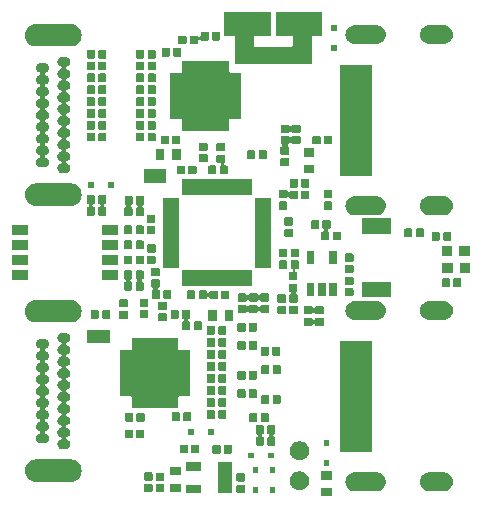
<source format=gbr>
G04 #@! TF.GenerationSoftware,KiCad,Pcbnew,5.1.4+dfsg1-1~bpo10+1*
G04 #@! TF.CreationDate,2020-01-08T12:36:27+01:00*
G04 #@! TF.ProjectId,video-booster-board,76696465-6f2d-4626-9f6f-737465722d62,rev?*
G04 #@! TF.SameCoordinates,Original*
G04 #@! TF.FileFunction,Soldermask,Top*
G04 #@! TF.FilePolarity,Negative*
%FSLAX46Y46*%
G04 Gerber Fmt 4.6, Leading zero omitted, Abs format (unit mm)*
G04 Created by KiCad (PCBNEW 5.1.4+dfsg1-1~bpo10+1) date 2020-01-08 12:36:27*
%MOMM*%
%LPD*%
G04 APERTURE LIST*
%ADD10C,0.100000*%
G04 APERTURE END LIST*
D10*
G36*
X137586900Y-99478400D02*
G01*
X136684900Y-99478400D01*
X136684900Y-98776400D01*
X137586900Y-98776400D01*
X137586900Y-99478400D01*
X137586900Y-99478400D01*
G37*
G36*
X129170900Y-99237400D02*
G01*
X127980900Y-99237400D01*
X127980900Y-96597400D01*
X129170900Y-96597400D01*
X129170900Y-99237400D01*
X129170900Y-99237400D01*
G37*
G36*
X126470900Y-99237400D02*
G01*
X125280900Y-99237400D01*
X125280900Y-98497400D01*
X126470900Y-98497400D01*
X126470900Y-99237400D01*
X126470900Y-99237400D01*
G37*
G36*
X131331900Y-99228400D02*
G01*
X130879900Y-99228400D01*
X130879900Y-98726400D01*
X131331900Y-98726400D01*
X131331900Y-99228400D01*
X131331900Y-99228400D01*
G37*
G36*
X132801900Y-99218400D02*
G01*
X132349900Y-99218400D01*
X132349900Y-98716400D01*
X132801900Y-98716400D01*
X132801900Y-99218400D01*
X132801900Y-99218400D01*
G37*
G36*
X130167838Y-98509116D02*
G01*
X130188457Y-98515371D01*
X130207453Y-98525524D01*
X130224108Y-98539192D01*
X130237776Y-98555847D01*
X130247929Y-98574843D01*
X130254184Y-98595462D01*
X130256900Y-98623040D01*
X130256900Y-99081760D01*
X130254184Y-99109338D01*
X130247929Y-99129957D01*
X130237776Y-99148953D01*
X130224108Y-99165608D01*
X130207453Y-99179276D01*
X130188457Y-99189429D01*
X130167838Y-99195684D01*
X130140260Y-99198400D01*
X129631540Y-99198400D01*
X129603962Y-99195684D01*
X129583343Y-99189429D01*
X129564347Y-99179276D01*
X129547692Y-99165608D01*
X129534024Y-99148953D01*
X129523871Y-99129957D01*
X129517616Y-99109338D01*
X129514900Y-99081760D01*
X129514900Y-98623040D01*
X129517616Y-98595462D01*
X129523871Y-98574843D01*
X129534024Y-98555847D01*
X129547692Y-98539192D01*
X129564347Y-98525524D01*
X129583343Y-98515371D01*
X129603962Y-98509116D01*
X129631540Y-98506400D01*
X130140260Y-98506400D01*
X130167838Y-98509116D01*
X130167838Y-98509116D01*
G37*
G36*
X123327838Y-98459116D02*
G01*
X123348457Y-98465371D01*
X123367453Y-98475524D01*
X123384108Y-98489192D01*
X123397776Y-98505847D01*
X123407929Y-98524843D01*
X123414184Y-98545462D01*
X123416900Y-98573040D01*
X123416900Y-99031760D01*
X123414184Y-99059338D01*
X123407929Y-99079957D01*
X123397776Y-99098953D01*
X123384108Y-99115608D01*
X123367453Y-99129276D01*
X123348457Y-99139429D01*
X123327838Y-99145684D01*
X123300260Y-99148400D01*
X122791540Y-99148400D01*
X122763962Y-99145684D01*
X122743343Y-99139429D01*
X122724347Y-99129276D01*
X122707692Y-99115608D01*
X122694024Y-99098953D01*
X122683871Y-99079957D01*
X122677616Y-99059338D01*
X122674900Y-99031760D01*
X122674900Y-98573040D01*
X122677616Y-98545462D01*
X122683871Y-98524843D01*
X122694024Y-98505847D01*
X122707692Y-98489192D01*
X122724347Y-98475524D01*
X122743343Y-98465371D01*
X122763962Y-98459116D01*
X122791540Y-98456400D01*
X123300260Y-98456400D01*
X123327838Y-98459116D01*
X123327838Y-98459116D01*
G37*
G36*
X122317838Y-98429116D02*
G01*
X122338457Y-98435371D01*
X122357453Y-98445524D01*
X122374108Y-98459192D01*
X122387776Y-98475847D01*
X122397929Y-98494843D01*
X122404184Y-98515462D01*
X122406900Y-98543040D01*
X122406900Y-99001760D01*
X122404184Y-99029338D01*
X122397929Y-99049957D01*
X122387776Y-99068953D01*
X122374108Y-99085608D01*
X122357453Y-99099276D01*
X122338457Y-99109429D01*
X122317838Y-99115684D01*
X122290260Y-99118400D01*
X121781540Y-99118400D01*
X121753962Y-99115684D01*
X121733343Y-99109429D01*
X121714347Y-99099276D01*
X121697692Y-99085608D01*
X121684024Y-99068953D01*
X121673871Y-99049957D01*
X121667616Y-99029338D01*
X121664900Y-99001760D01*
X121664900Y-98543040D01*
X121667616Y-98515462D01*
X121673871Y-98494843D01*
X121684024Y-98475847D01*
X121697692Y-98459192D01*
X121714347Y-98445524D01*
X121733343Y-98435371D01*
X121753962Y-98429116D01*
X121781540Y-98426400D01*
X122290260Y-98426400D01*
X122317838Y-98429116D01*
X122317838Y-98429116D01*
G37*
G36*
X124786900Y-99108400D02*
G01*
X123884900Y-99108400D01*
X123884900Y-98406400D01*
X124786900Y-98406400D01*
X124786900Y-99108400D01*
X124786900Y-99108400D01*
G37*
G36*
X147128571Y-97452863D02*
G01*
X147207023Y-97460590D01*
X147289325Y-97485556D01*
X147358013Y-97506392D01*
X147497165Y-97580771D01*
X147619133Y-97680867D01*
X147719229Y-97802835D01*
X147793608Y-97941987D01*
X147807994Y-97989412D01*
X147839410Y-98092977D01*
X147854875Y-98250000D01*
X147839410Y-98407023D01*
X147823423Y-98459724D01*
X147793608Y-98558013D01*
X147719229Y-98697165D01*
X147619133Y-98819133D01*
X147497165Y-98919229D01*
X147358013Y-98993608D01*
X147307682Y-99008875D01*
X147207023Y-99039410D01*
X147128571Y-99047137D01*
X147089346Y-99051000D01*
X145810654Y-99051000D01*
X145771429Y-99047137D01*
X145692977Y-99039410D01*
X145592318Y-99008875D01*
X145541987Y-98993608D01*
X145402835Y-98919229D01*
X145280867Y-98819133D01*
X145180771Y-98697165D01*
X145106392Y-98558013D01*
X145076577Y-98459724D01*
X145060590Y-98407023D01*
X145045125Y-98250000D01*
X145060590Y-98092977D01*
X145092006Y-97989412D01*
X145106392Y-97941987D01*
X145180771Y-97802835D01*
X145280867Y-97680867D01*
X145402835Y-97580771D01*
X145541987Y-97506392D01*
X145610675Y-97485556D01*
X145692977Y-97460590D01*
X145771429Y-97452863D01*
X145810654Y-97449000D01*
X147089346Y-97449000D01*
X147128571Y-97452863D01*
X147128571Y-97452863D01*
G37*
G36*
X141428571Y-97452863D02*
G01*
X141507023Y-97460590D01*
X141589325Y-97485556D01*
X141658013Y-97506392D01*
X141797165Y-97580771D01*
X141919133Y-97680867D01*
X142019229Y-97802835D01*
X142093608Y-97941987D01*
X142107994Y-97989412D01*
X142139410Y-98092977D01*
X142154875Y-98250000D01*
X142139410Y-98407023D01*
X142123423Y-98459724D01*
X142093608Y-98558013D01*
X142019229Y-98697165D01*
X141919133Y-98819133D01*
X141797165Y-98919229D01*
X141658013Y-98993608D01*
X141607682Y-99008875D01*
X141507023Y-99039410D01*
X141428571Y-99047137D01*
X141389346Y-99051000D01*
X139510654Y-99051000D01*
X139471429Y-99047137D01*
X139392977Y-99039410D01*
X139292318Y-99008875D01*
X139241987Y-98993608D01*
X139102835Y-98919229D01*
X138980867Y-98819133D01*
X138880771Y-98697165D01*
X138806392Y-98558013D01*
X138776577Y-98459724D01*
X138760590Y-98407023D01*
X138745125Y-98250000D01*
X138760590Y-98092977D01*
X138792006Y-97989412D01*
X138806392Y-97941987D01*
X138880771Y-97802835D01*
X138980867Y-97680867D01*
X139102835Y-97580771D01*
X139241987Y-97506392D01*
X139310675Y-97485556D01*
X139392977Y-97460590D01*
X139471429Y-97452863D01*
X139510654Y-97449000D01*
X141389346Y-97449000D01*
X141428571Y-97452863D01*
X141428571Y-97452863D01*
G37*
G36*
X135073042Y-97385642D02*
G01*
X135221001Y-97446929D01*
X135354155Y-97535899D01*
X135467401Y-97649145D01*
X135556371Y-97782299D01*
X135617658Y-97930258D01*
X135648900Y-98087325D01*
X135648900Y-98247475D01*
X135617658Y-98404542D01*
X135556371Y-98552501D01*
X135467401Y-98685655D01*
X135354155Y-98798901D01*
X135221001Y-98887871D01*
X135073042Y-98949158D01*
X134915975Y-98980400D01*
X134755825Y-98980400D01*
X134598758Y-98949158D01*
X134450799Y-98887871D01*
X134317645Y-98798901D01*
X134204399Y-98685655D01*
X134115429Y-98552501D01*
X134054142Y-98404542D01*
X134022900Y-98247475D01*
X134022900Y-98087325D01*
X134054142Y-97930258D01*
X134115429Y-97782299D01*
X134204399Y-97649145D01*
X134317645Y-97535899D01*
X134450799Y-97446929D01*
X134598758Y-97385642D01*
X134755825Y-97354400D01*
X134915975Y-97354400D01*
X135073042Y-97385642D01*
X135073042Y-97385642D01*
G37*
G36*
X115636425Y-96376460D02*
G01*
X115636428Y-96376461D01*
X115636429Y-96376461D01*
X115815693Y-96430840D01*
X115815696Y-96430842D01*
X115815697Y-96430842D01*
X115980903Y-96519146D01*
X116125712Y-96637988D01*
X116244554Y-96782797D01*
X116322380Y-96928400D01*
X116332860Y-96948007D01*
X116356640Y-97026400D01*
X116387240Y-97127275D01*
X116405601Y-97313700D01*
X116387240Y-97500125D01*
X116387239Y-97500128D01*
X116387239Y-97500129D01*
X116332860Y-97679393D01*
X116332858Y-97679396D01*
X116332858Y-97679397D01*
X116244554Y-97844603D01*
X116125712Y-97989412D01*
X115980903Y-98108254D01*
X115817474Y-98195608D01*
X115815693Y-98196560D01*
X115636429Y-98250939D01*
X115636428Y-98250939D01*
X115636425Y-98250940D01*
X115496718Y-98264700D01*
X112503282Y-98264700D01*
X112363575Y-98250940D01*
X112363572Y-98250939D01*
X112363571Y-98250939D01*
X112184307Y-98196560D01*
X112182526Y-98195608D01*
X112019097Y-98108254D01*
X111874288Y-97989412D01*
X111755446Y-97844603D01*
X111667142Y-97679397D01*
X111667142Y-97679396D01*
X111667140Y-97679393D01*
X111612761Y-97500129D01*
X111612761Y-97500128D01*
X111612760Y-97500125D01*
X111594399Y-97313700D01*
X111612760Y-97127275D01*
X111643360Y-97026400D01*
X111667140Y-96948007D01*
X111677620Y-96928400D01*
X111755446Y-96782797D01*
X111874288Y-96637988D01*
X112019097Y-96519146D01*
X112184303Y-96430842D01*
X112184304Y-96430842D01*
X112184307Y-96430840D01*
X112363571Y-96376461D01*
X112363572Y-96376461D01*
X112363575Y-96376460D01*
X112503282Y-96362700D01*
X115496718Y-96362700D01*
X115636425Y-96376460D01*
X115636425Y-96376460D01*
G37*
G36*
X130167838Y-97539116D02*
G01*
X130188457Y-97545371D01*
X130207453Y-97555524D01*
X130224108Y-97569192D01*
X130237776Y-97585847D01*
X130247929Y-97604843D01*
X130254184Y-97625462D01*
X130256900Y-97653040D01*
X130256900Y-98111760D01*
X130254184Y-98139338D01*
X130247929Y-98159957D01*
X130237776Y-98178953D01*
X130224108Y-98195608D01*
X130207453Y-98209276D01*
X130188457Y-98219429D01*
X130167838Y-98225684D01*
X130140260Y-98228400D01*
X129631540Y-98228400D01*
X129603962Y-98225684D01*
X129583343Y-98219429D01*
X129564347Y-98209276D01*
X129547692Y-98195608D01*
X129534024Y-98178953D01*
X129523871Y-98159957D01*
X129517616Y-98139338D01*
X129514900Y-98111760D01*
X129514900Y-97653040D01*
X129517616Y-97625462D01*
X129523871Y-97604843D01*
X129534024Y-97585847D01*
X129547692Y-97569192D01*
X129564347Y-97555524D01*
X129583343Y-97545371D01*
X129603962Y-97539116D01*
X129631540Y-97536400D01*
X130140260Y-97536400D01*
X130167838Y-97539116D01*
X130167838Y-97539116D01*
G37*
G36*
X123327838Y-97489116D02*
G01*
X123348457Y-97495371D01*
X123367453Y-97505524D01*
X123384108Y-97519192D01*
X123397776Y-97535847D01*
X123407929Y-97554843D01*
X123414184Y-97575462D01*
X123416900Y-97603040D01*
X123416900Y-98061760D01*
X123414184Y-98089338D01*
X123407929Y-98109957D01*
X123397776Y-98128953D01*
X123384108Y-98145608D01*
X123367453Y-98159276D01*
X123348457Y-98169429D01*
X123327838Y-98175684D01*
X123300260Y-98178400D01*
X122791540Y-98178400D01*
X122763962Y-98175684D01*
X122743343Y-98169429D01*
X122724347Y-98159276D01*
X122707692Y-98145608D01*
X122694024Y-98128953D01*
X122683871Y-98109957D01*
X122677616Y-98089338D01*
X122674900Y-98061760D01*
X122674900Y-97603040D01*
X122677616Y-97575462D01*
X122683871Y-97554843D01*
X122694024Y-97535847D01*
X122707692Y-97519192D01*
X122724347Y-97505524D01*
X122743343Y-97495371D01*
X122763962Y-97489116D01*
X122791540Y-97486400D01*
X123300260Y-97486400D01*
X123327838Y-97489116D01*
X123327838Y-97489116D01*
G37*
G36*
X122317838Y-97459116D02*
G01*
X122338457Y-97465371D01*
X122357453Y-97475524D01*
X122374108Y-97489192D01*
X122387776Y-97505847D01*
X122397929Y-97524843D01*
X122404184Y-97545462D01*
X122406900Y-97573040D01*
X122406900Y-98031760D01*
X122404184Y-98059338D01*
X122397929Y-98079957D01*
X122387776Y-98098953D01*
X122374108Y-98115608D01*
X122357453Y-98129276D01*
X122338457Y-98139429D01*
X122317838Y-98145684D01*
X122290260Y-98148400D01*
X121781540Y-98148400D01*
X121753962Y-98145684D01*
X121733343Y-98139429D01*
X121714347Y-98129276D01*
X121697692Y-98115608D01*
X121684024Y-98098953D01*
X121673871Y-98079957D01*
X121667616Y-98059338D01*
X121664900Y-98031760D01*
X121664900Y-97573040D01*
X121667616Y-97545462D01*
X121673871Y-97524843D01*
X121684024Y-97505847D01*
X121697692Y-97489192D01*
X121714347Y-97475524D01*
X121733343Y-97465371D01*
X121753962Y-97459116D01*
X121781540Y-97456400D01*
X122290260Y-97456400D01*
X122317838Y-97459116D01*
X122317838Y-97459116D01*
G37*
G36*
X137586900Y-98078400D02*
G01*
X136684900Y-98078400D01*
X136684900Y-97376400D01*
X137586900Y-97376400D01*
X137586900Y-98078400D01*
X137586900Y-98078400D01*
G37*
G36*
X124786900Y-97708400D02*
G01*
X123884900Y-97708400D01*
X123884900Y-97006400D01*
X124786900Y-97006400D01*
X124786900Y-97708400D01*
X124786900Y-97708400D01*
G37*
G36*
X131331900Y-97528400D02*
G01*
X130879900Y-97528400D01*
X130879900Y-97026400D01*
X131331900Y-97026400D01*
X131331900Y-97528400D01*
X131331900Y-97528400D01*
G37*
G36*
X132801900Y-97518400D02*
G01*
X132349900Y-97518400D01*
X132349900Y-97016400D01*
X132801900Y-97016400D01*
X132801900Y-97518400D01*
X132801900Y-97518400D01*
G37*
G36*
X126470900Y-97337400D02*
G01*
X125280900Y-97337400D01*
X125280900Y-96597400D01*
X126470900Y-96597400D01*
X126470900Y-97337400D01*
X126470900Y-97337400D01*
G37*
G36*
X137341900Y-96928400D02*
G01*
X136889900Y-96928400D01*
X136889900Y-96426400D01*
X137341900Y-96426400D01*
X137341900Y-96928400D01*
X137341900Y-96928400D01*
G37*
G36*
X135093042Y-94845642D02*
G01*
X135241001Y-94906929D01*
X135374155Y-94995899D01*
X135487401Y-95109145D01*
X135576371Y-95242299D01*
X135637658Y-95390258D01*
X135668900Y-95547325D01*
X135668900Y-95707475D01*
X135637658Y-95864542D01*
X135576371Y-96012501D01*
X135487401Y-96145655D01*
X135374155Y-96258901D01*
X135241001Y-96347871D01*
X135093042Y-96409158D01*
X134935975Y-96440400D01*
X134775825Y-96440400D01*
X134618758Y-96409158D01*
X134470799Y-96347871D01*
X134337645Y-96258901D01*
X134224399Y-96145655D01*
X134135429Y-96012501D01*
X134074142Y-95864542D01*
X134042900Y-95707475D01*
X134042900Y-95547325D01*
X134074142Y-95390258D01*
X134135429Y-95242299D01*
X134224399Y-95109145D01*
X134337645Y-94995899D01*
X134470799Y-94906929D01*
X134618758Y-94845642D01*
X134775825Y-94814400D01*
X134935975Y-94814400D01*
X135093042Y-94845642D01*
X135093042Y-94845642D01*
G37*
G36*
X131006900Y-96273400D02*
G01*
X130504900Y-96273400D01*
X130504900Y-95821400D01*
X131006900Y-95821400D01*
X131006900Y-96273400D01*
X131006900Y-96273400D01*
G37*
G36*
X132706900Y-96273400D02*
G01*
X132204900Y-96273400D01*
X132204900Y-95821400D01*
X132706900Y-95821400D01*
X132706900Y-96273400D01*
X132706900Y-96273400D01*
G37*
G36*
X129047838Y-95129116D02*
G01*
X129068457Y-95135371D01*
X129087453Y-95145524D01*
X129104108Y-95159192D01*
X129117776Y-95175847D01*
X129127929Y-95194843D01*
X129134184Y-95215462D01*
X129136900Y-95243040D01*
X129136900Y-95751760D01*
X129134184Y-95779338D01*
X129127929Y-95799957D01*
X129117776Y-95818953D01*
X129104108Y-95835608D01*
X129087453Y-95849276D01*
X129068457Y-95859429D01*
X129047838Y-95865684D01*
X129020260Y-95868400D01*
X128561540Y-95868400D01*
X128533962Y-95865684D01*
X128513343Y-95859429D01*
X128494347Y-95849276D01*
X128477692Y-95835608D01*
X128464024Y-95818953D01*
X128453871Y-95799957D01*
X128447616Y-95779338D01*
X128444900Y-95751760D01*
X128444900Y-95243040D01*
X128447616Y-95215462D01*
X128453871Y-95194843D01*
X128464024Y-95175847D01*
X128477692Y-95159192D01*
X128494347Y-95145524D01*
X128513343Y-95135371D01*
X128533962Y-95129116D01*
X128561540Y-95126400D01*
X129020260Y-95126400D01*
X129047838Y-95129116D01*
X129047838Y-95129116D01*
G37*
G36*
X128077838Y-95129116D02*
G01*
X128098457Y-95135371D01*
X128117453Y-95145524D01*
X128134108Y-95159192D01*
X128147776Y-95175847D01*
X128157929Y-95194843D01*
X128164184Y-95215462D01*
X128166900Y-95243040D01*
X128166900Y-95751760D01*
X128164184Y-95779338D01*
X128157929Y-95799957D01*
X128147776Y-95818953D01*
X128134108Y-95835608D01*
X128117453Y-95849276D01*
X128098457Y-95859429D01*
X128077838Y-95865684D01*
X128050260Y-95868400D01*
X127591540Y-95868400D01*
X127563962Y-95865684D01*
X127543343Y-95859429D01*
X127524347Y-95849276D01*
X127507692Y-95835608D01*
X127494024Y-95818953D01*
X127483871Y-95799957D01*
X127477616Y-95779338D01*
X127474900Y-95751760D01*
X127474900Y-95243040D01*
X127477616Y-95215462D01*
X127483871Y-95194843D01*
X127494024Y-95175847D01*
X127507692Y-95159192D01*
X127524347Y-95145524D01*
X127543343Y-95135371D01*
X127563962Y-95129116D01*
X127591540Y-95126400D01*
X128050260Y-95126400D01*
X128077838Y-95129116D01*
X128077838Y-95129116D01*
G37*
G36*
X126277838Y-95099116D02*
G01*
X126298457Y-95105371D01*
X126317453Y-95115524D01*
X126334108Y-95129192D01*
X126347776Y-95145847D01*
X126357929Y-95164843D01*
X126364184Y-95185462D01*
X126366900Y-95213040D01*
X126366900Y-95721760D01*
X126364184Y-95749338D01*
X126357929Y-95769957D01*
X126347776Y-95788953D01*
X126334108Y-95805608D01*
X126317453Y-95819276D01*
X126298457Y-95829429D01*
X126277838Y-95835684D01*
X126250260Y-95838400D01*
X125791540Y-95838400D01*
X125763962Y-95835684D01*
X125743343Y-95829429D01*
X125724347Y-95819276D01*
X125707692Y-95805608D01*
X125694024Y-95788953D01*
X125683871Y-95769957D01*
X125677616Y-95749338D01*
X125674900Y-95721760D01*
X125674900Y-95213040D01*
X125677616Y-95185462D01*
X125683871Y-95164843D01*
X125694024Y-95145847D01*
X125707692Y-95129192D01*
X125724347Y-95115524D01*
X125743343Y-95105371D01*
X125763962Y-95099116D01*
X125791540Y-95096400D01*
X126250260Y-95096400D01*
X126277838Y-95099116D01*
X126277838Y-95099116D01*
G37*
G36*
X125307838Y-95099116D02*
G01*
X125328457Y-95105371D01*
X125347453Y-95115524D01*
X125364108Y-95129192D01*
X125377776Y-95145847D01*
X125387929Y-95164843D01*
X125394184Y-95185462D01*
X125396900Y-95213040D01*
X125396900Y-95721760D01*
X125394184Y-95749338D01*
X125387929Y-95769957D01*
X125377776Y-95788953D01*
X125364108Y-95805608D01*
X125347453Y-95819276D01*
X125328457Y-95829429D01*
X125307838Y-95835684D01*
X125280260Y-95838400D01*
X124821540Y-95838400D01*
X124793962Y-95835684D01*
X124773343Y-95829429D01*
X124754347Y-95819276D01*
X124737692Y-95805608D01*
X124724024Y-95788953D01*
X124713871Y-95769957D01*
X124707616Y-95749338D01*
X124704900Y-95721760D01*
X124704900Y-95213040D01*
X124707616Y-95185462D01*
X124713871Y-95164843D01*
X124724024Y-95145847D01*
X124737692Y-95129192D01*
X124754347Y-95115524D01*
X124773343Y-95105371D01*
X124793962Y-95099116D01*
X124821540Y-95096400D01*
X125280260Y-95096400D01*
X125307838Y-95099116D01*
X125307838Y-95099116D01*
G37*
G36*
X141001000Y-95691000D02*
G01*
X138299000Y-95691000D01*
X138299000Y-86309000D01*
X141001000Y-86309000D01*
X141001000Y-95691000D01*
X141001000Y-95691000D01*
G37*
G36*
X115089335Y-85664634D02*
G01*
X115128610Y-85668502D01*
X115174292Y-85682360D01*
X115204199Y-85691432D01*
X115273862Y-85728668D01*
X115334922Y-85778778D01*
X115385032Y-85839838D01*
X115422268Y-85909501D01*
X115422268Y-85909502D01*
X115445198Y-85985090D01*
X115452940Y-86063700D01*
X115445198Y-86142310D01*
X115430297Y-86191432D01*
X115422268Y-86217899D01*
X115385032Y-86287562D01*
X115334922Y-86348622D01*
X115273862Y-86398732D01*
X115204199Y-86435968D01*
X115191849Y-86439714D01*
X115177443Y-86444084D01*
X115154807Y-86453460D01*
X115134433Y-86467074D01*
X115117106Y-86484401D01*
X115103492Y-86504775D01*
X115094115Y-86527414D01*
X115089334Y-86551447D01*
X115089334Y-86575952D01*
X115094114Y-86599985D01*
X115103491Y-86622624D01*
X115117105Y-86642998D01*
X115134432Y-86660325D01*
X115154806Y-86673939D01*
X115177443Y-86683316D01*
X115191849Y-86687686D01*
X115204199Y-86691432D01*
X115273862Y-86728668D01*
X115334922Y-86778778D01*
X115385032Y-86839838D01*
X115422268Y-86909501D01*
X115422268Y-86909502D01*
X115445198Y-86985090D01*
X115452940Y-87063700D01*
X115445198Y-87142310D01*
X115432758Y-87183317D01*
X115422268Y-87217899D01*
X115385032Y-87287562D01*
X115334922Y-87348622D01*
X115273862Y-87398732D01*
X115204199Y-87435968D01*
X115191849Y-87439714D01*
X115177443Y-87444084D01*
X115154807Y-87453460D01*
X115134433Y-87467074D01*
X115117106Y-87484401D01*
X115103492Y-87504775D01*
X115094115Y-87527414D01*
X115089334Y-87551447D01*
X115089334Y-87575952D01*
X115094114Y-87599985D01*
X115103491Y-87622624D01*
X115117105Y-87642998D01*
X115134432Y-87660325D01*
X115154806Y-87673939D01*
X115177443Y-87683316D01*
X115191849Y-87687686D01*
X115204199Y-87691432D01*
X115273862Y-87728668D01*
X115334922Y-87778778D01*
X115385032Y-87839838D01*
X115422268Y-87909501D01*
X115422268Y-87909502D01*
X115445198Y-87985090D01*
X115452940Y-88063700D01*
X115445198Y-88142310D01*
X115435603Y-88173939D01*
X115422268Y-88217899D01*
X115385032Y-88287562D01*
X115334922Y-88348622D01*
X115273862Y-88398732D01*
X115204199Y-88435968D01*
X115191849Y-88439714D01*
X115177443Y-88444084D01*
X115154807Y-88453460D01*
X115134433Y-88467074D01*
X115117106Y-88484401D01*
X115103492Y-88504775D01*
X115094115Y-88527414D01*
X115089334Y-88551447D01*
X115089334Y-88575952D01*
X115094114Y-88599985D01*
X115103491Y-88622624D01*
X115117105Y-88642998D01*
X115134432Y-88660325D01*
X115154806Y-88673939D01*
X115177443Y-88683316D01*
X115191849Y-88687686D01*
X115204199Y-88691432D01*
X115273862Y-88728668D01*
X115334922Y-88778778D01*
X115385032Y-88839838D01*
X115422268Y-88909501D01*
X115422268Y-88909502D01*
X115445198Y-88985090D01*
X115452940Y-89063700D01*
X115445198Y-89142310D01*
X115435603Y-89173939D01*
X115422268Y-89217899D01*
X115385032Y-89287562D01*
X115334922Y-89348622D01*
X115273862Y-89398732D01*
X115204199Y-89435968D01*
X115191849Y-89439714D01*
X115177443Y-89444084D01*
X115154807Y-89453460D01*
X115134433Y-89467074D01*
X115117106Y-89484401D01*
X115103492Y-89504775D01*
X115094115Y-89527414D01*
X115089334Y-89551447D01*
X115089334Y-89575952D01*
X115094114Y-89599985D01*
X115103491Y-89622624D01*
X115117105Y-89642998D01*
X115134432Y-89660325D01*
X115154806Y-89673939D01*
X115177443Y-89683316D01*
X115191849Y-89687686D01*
X115204199Y-89691432D01*
X115273862Y-89728668D01*
X115334922Y-89778778D01*
X115385032Y-89839838D01*
X115422268Y-89909501D01*
X115422268Y-89909502D01*
X115445198Y-89985090D01*
X115452940Y-90063700D01*
X115445198Y-90142310D01*
X115432758Y-90183317D01*
X115422268Y-90217899D01*
X115385032Y-90287562D01*
X115334922Y-90348622D01*
X115273862Y-90398732D01*
X115204199Y-90435968D01*
X115191849Y-90439714D01*
X115177443Y-90444084D01*
X115154807Y-90453460D01*
X115134433Y-90467074D01*
X115117106Y-90484401D01*
X115103492Y-90504775D01*
X115094115Y-90527414D01*
X115089334Y-90551447D01*
X115089334Y-90575952D01*
X115094114Y-90599985D01*
X115103491Y-90622624D01*
X115117105Y-90642998D01*
X115134432Y-90660325D01*
X115154806Y-90673939D01*
X115177443Y-90683316D01*
X115191849Y-90687686D01*
X115204199Y-90691432D01*
X115273862Y-90728668D01*
X115334922Y-90778778D01*
X115385032Y-90839838D01*
X115422268Y-90909501D01*
X115425551Y-90920324D01*
X115445198Y-90985090D01*
X115452940Y-91063700D01*
X115445198Y-91142310D01*
X115436267Y-91171750D01*
X115422268Y-91217899D01*
X115385032Y-91287562D01*
X115334922Y-91348622D01*
X115273862Y-91398732D01*
X115204199Y-91435968D01*
X115191849Y-91439714D01*
X115177443Y-91444084D01*
X115154807Y-91453460D01*
X115134433Y-91467074D01*
X115117106Y-91484401D01*
X115103492Y-91504775D01*
X115094115Y-91527414D01*
X115089334Y-91551447D01*
X115089334Y-91575952D01*
X115094114Y-91599985D01*
X115103491Y-91622624D01*
X115117105Y-91642998D01*
X115134432Y-91660325D01*
X115154806Y-91673939D01*
X115177443Y-91683316D01*
X115191849Y-91687686D01*
X115204199Y-91691432D01*
X115273862Y-91728668D01*
X115334922Y-91778778D01*
X115385032Y-91839838D01*
X115422268Y-91909501D01*
X115429911Y-91934698D01*
X115445198Y-91985090D01*
X115452940Y-92063700D01*
X115445198Y-92142310D01*
X115435603Y-92173939D01*
X115422268Y-92217899D01*
X115385032Y-92287562D01*
X115334922Y-92348622D01*
X115273862Y-92398732D01*
X115204199Y-92435968D01*
X115191849Y-92439714D01*
X115177443Y-92444084D01*
X115154807Y-92453460D01*
X115134433Y-92467074D01*
X115117106Y-92484401D01*
X115103492Y-92504775D01*
X115094115Y-92527414D01*
X115089334Y-92551447D01*
X115089334Y-92575952D01*
X115094114Y-92599985D01*
X115103491Y-92622624D01*
X115117105Y-92642998D01*
X115134432Y-92660325D01*
X115154806Y-92673939D01*
X115177443Y-92683316D01*
X115191849Y-92687686D01*
X115204199Y-92691432D01*
X115273862Y-92728668D01*
X115334922Y-92778778D01*
X115385032Y-92839838D01*
X115422268Y-92909501D01*
X115427359Y-92926284D01*
X115445198Y-92985090D01*
X115452940Y-93063700D01*
X115445198Y-93142310D01*
X115435603Y-93173939D01*
X115422268Y-93217899D01*
X115385032Y-93287562D01*
X115334922Y-93348622D01*
X115273862Y-93398732D01*
X115204199Y-93435968D01*
X115191849Y-93439714D01*
X115177443Y-93444084D01*
X115154807Y-93453460D01*
X115134433Y-93467074D01*
X115117106Y-93484401D01*
X115103492Y-93504775D01*
X115094115Y-93527414D01*
X115089334Y-93551447D01*
X115089334Y-93575952D01*
X115094114Y-93599985D01*
X115103491Y-93622624D01*
X115117105Y-93642998D01*
X115134432Y-93660325D01*
X115154806Y-93673939D01*
X115177443Y-93683316D01*
X115191849Y-93687686D01*
X115204199Y-93691432D01*
X115273862Y-93728668D01*
X115334922Y-93778778D01*
X115385032Y-93839838D01*
X115422268Y-93909501D01*
X115429911Y-93934698D01*
X115445198Y-93985090D01*
X115452940Y-94063700D01*
X115445198Y-94142310D01*
X115435603Y-94173939D01*
X115422268Y-94217899D01*
X115385032Y-94287562D01*
X115334922Y-94348622D01*
X115273862Y-94398732D01*
X115204199Y-94435968D01*
X115193758Y-94439135D01*
X115177443Y-94444084D01*
X115154807Y-94453460D01*
X115134433Y-94467074D01*
X115117106Y-94484401D01*
X115103492Y-94504775D01*
X115094115Y-94527414D01*
X115089334Y-94551447D01*
X115089334Y-94575952D01*
X115094114Y-94599985D01*
X115103491Y-94622624D01*
X115117105Y-94642998D01*
X115134432Y-94660325D01*
X115154806Y-94673939D01*
X115177443Y-94683316D01*
X115191849Y-94687686D01*
X115204199Y-94691432D01*
X115273862Y-94728668D01*
X115334922Y-94778778D01*
X115385032Y-94839838D01*
X115422268Y-94909501D01*
X115422268Y-94909502D01*
X115445198Y-94985090D01*
X115452940Y-95063700D01*
X115445198Y-95142310D01*
X115435801Y-95173286D01*
X115422268Y-95217899D01*
X115385032Y-95287562D01*
X115334922Y-95348622D01*
X115273862Y-95398732D01*
X115204199Y-95435968D01*
X115179002Y-95443611D01*
X115128610Y-95458898D01*
X115089335Y-95462766D01*
X115069699Y-95464700D01*
X114730301Y-95464700D01*
X114710665Y-95462766D01*
X114671390Y-95458898D01*
X114620998Y-95443611D01*
X114595801Y-95435968D01*
X114526138Y-95398732D01*
X114465078Y-95348622D01*
X114414968Y-95287562D01*
X114377732Y-95217899D01*
X114364199Y-95173286D01*
X114354802Y-95142310D01*
X114347060Y-95063700D01*
X114354802Y-94985090D01*
X114377732Y-94909502D01*
X114377732Y-94909501D01*
X114414968Y-94839838D01*
X114465078Y-94778778D01*
X114526138Y-94728668D01*
X114595801Y-94691432D01*
X114608151Y-94687686D01*
X114622557Y-94683316D01*
X114645193Y-94673940D01*
X114665567Y-94660326D01*
X114682894Y-94642999D01*
X114696508Y-94622625D01*
X114705885Y-94599986D01*
X114710666Y-94575953D01*
X114710666Y-94551448D01*
X114705886Y-94527415D01*
X114696509Y-94504776D01*
X114682895Y-94484402D01*
X114665568Y-94467075D01*
X114645194Y-94453461D01*
X114622557Y-94444084D01*
X114606242Y-94439135D01*
X114595801Y-94435968D01*
X114526138Y-94398732D01*
X114465078Y-94348622D01*
X114414968Y-94287562D01*
X114377732Y-94217899D01*
X114364397Y-94173939D01*
X114354802Y-94142310D01*
X114347060Y-94063700D01*
X114354802Y-93985090D01*
X114370089Y-93934698D01*
X114377732Y-93909501D01*
X114414968Y-93839838D01*
X114465078Y-93778778D01*
X114526138Y-93728668D01*
X114595801Y-93691432D01*
X114608151Y-93687686D01*
X114622557Y-93683316D01*
X114645193Y-93673940D01*
X114665567Y-93660326D01*
X114682894Y-93642999D01*
X114696508Y-93622625D01*
X114705885Y-93599986D01*
X114710666Y-93575953D01*
X114710666Y-93551448D01*
X114705886Y-93527415D01*
X114696509Y-93504776D01*
X114682895Y-93484402D01*
X114665568Y-93467075D01*
X114645194Y-93453461D01*
X114622557Y-93444084D01*
X114608151Y-93439714D01*
X114595801Y-93435968D01*
X114526138Y-93398732D01*
X114465078Y-93348622D01*
X114414968Y-93287562D01*
X114377732Y-93217899D01*
X114364397Y-93173939D01*
X114354802Y-93142310D01*
X114347060Y-93063700D01*
X114354802Y-92985090D01*
X114372641Y-92926284D01*
X114377732Y-92909501D01*
X114414968Y-92839838D01*
X114465078Y-92778778D01*
X114526138Y-92728668D01*
X114595801Y-92691432D01*
X114608151Y-92687686D01*
X114622557Y-92683316D01*
X114645193Y-92673940D01*
X114665567Y-92660326D01*
X114682894Y-92642999D01*
X114696508Y-92622625D01*
X114705885Y-92599986D01*
X114710666Y-92575953D01*
X114710666Y-92551448D01*
X114705886Y-92527415D01*
X114696509Y-92504776D01*
X114682895Y-92484402D01*
X114665568Y-92467075D01*
X114645194Y-92453461D01*
X114622557Y-92444084D01*
X114608151Y-92439714D01*
X114595801Y-92435968D01*
X114526138Y-92398732D01*
X114465078Y-92348622D01*
X114414968Y-92287562D01*
X114377732Y-92217899D01*
X114364397Y-92173939D01*
X114354802Y-92142310D01*
X114347060Y-92063700D01*
X114354802Y-91985090D01*
X114370089Y-91934698D01*
X114377732Y-91909501D01*
X114414968Y-91839838D01*
X114465078Y-91778778D01*
X114526138Y-91728668D01*
X114595801Y-91691432D01*
X114608151Y-91687686D01*
X114622557Y-91683316D01*
X114645193Y-91673940D01*
X114665567Y-91660326D01*
X114682894Y-91642999D01*
X114696508Y-91622625D01*
X114705885Y-91599986D01*
X114710666Y-91575953D01*
X114710666Y-91551448D01*
X114705886Y-91527415D01*
X114696509Y-91504776D01*
X114682895Y-91484402D01*
X114665568Y-91467075D01*
X114645194Y-91453461D01*
X114622557Y-91444084D01*
X114608151Y-91439714D01*
X114595801Y-91435968D01*
X114526138Y-91398732D01*
X114465078Y-91348622D01*
X114414968Y-91287562D01*
X114377732Y-91217899D01*
X114363733Y-91171750D01*
X114354802Y-91142310D01*
X114347060Y-91063700D01*
X114354802Y-90985090D01*
X114374449Y-90920324D01*
X114377732Y-90909501D01*
X114414968Y-90839838D01*
X114465078Y-90778778D01*
X114526138Y-90728668D01*
X114595801Y-90691432D01*
X114608151Y-90687686D01*
X114622557Y-90683316D01*
X114645193Y-90673940D01*
X114665567Y-90660326D01*
X114682894Y-90642999D01*
X114696508Y-90622625D01*
X114705885Y-90599986D01*
X114710666Y-90575953D01*
X114710666Y-90551448D01*
X114705886Y-90527415D01*
X114696509Y-90504776D01*
X114682895Y-90484402D01*
X114665568Y-90467075D01*
X114645194Y-90453461D01*
X114622557Y-90444084D01*
X114608151Y-90439714D01*
X114595801Y-90435968D01*
X114526138Y-90398732D01*
X114465078Y-90348622D01*
X114414968Y-90287562D01*
X114377732Y-90217899D01*
X114367242Y-90183317D01*
X114354802Y-90142310D01*
X114347060Y-90063700D01*
X114354802Y-89985090D01*
X114377732Y-89909502D01*
X114377732Y-89909501D01*
X114414968Y-89839838D01*
X114465078Y-89778778D01*
X114526138Y-89728668D01*
X114595801Y-89691432D01*
X114608151Y-89687686D01*
X114622557Y-89683316D01*
X114645193Y-89673940D01*
X114665567Y-89660326D01*
X114682894Y-89642999D01*
X114696508Y-89622625D01*
X114705885Y-89599986D01*
X114710666Y-89575953D01*
X114710666Y-89551448D01*
X114705886Y-89527415D01*
X114696509Y-89504776D01*
X114682895Y-89484402D01*
X114665568Y-89467075D01*
X114645194Y-89453461D01*
X114622557Y-89444084D01*
X114608151Y-89439714D01*
X114595801Y-89435968D01*
X114526138Y-89398732D01*
X114465078Y-89348622D01*
X114414968Y-89287562D01*
X114377732Y-89217899D01*
X114364397Y-89173939D01*
X114354802Y-89142310D01*
X114347060Y-89063700D01*
X114354802Y-88985090D01*
X114377732Y-88909502D01*
X114377732Y-88909501D01*
X114414968Y-88839838D01*
X114465078Y-88778778D01*
X114526138Y-88728668D01*
X114595801Y-88691432D01*
X114608151Y-88687686D01*
X114622557Y-88683316D01*
X114645193Y-88673940D01*
X114665567Y-88660326D01*
X114682894Y-88642999D01*
X114696508Y-88622625D01*
X114705885Y-88599986D01*
X114710666Y-88575953D01*
X114710666Y-88551448D01*
X114705886Y-88527415D01*
X114696509Y-88504776D01*
X114682895Y-88484402D01*
X114665568Y-88467075D01*
X114645194Y-88453461D01*
X114622557Y-88444084D01*
X114608151Y-88439714D01*
X114595801Y-88435968D01*
X114526138Y-88398732D01*
X114465078Y-88348622D01*
X114414968Y-88287562D01*
X114377732Y-88217899D01*
X114364397Y-88173939D01*
X114354802Y-88142310D01*
X114347060Y-88063700D01*
X114354802Y-87985090D01*
X114377732Y-87909502D01*
X114377732Y-87909501D01*
X114414968Y-87839838D01*
X114465078Y-87778778D01*
X114526138Y-87728668D01*
X114595801Y-87691432D01*
X114608151Y-87687686D01*
X114622557Y-87683316D01*
X114645193Y-87673940D01*
X114665567Y-87660326D01*
X114682894Y-87642999D01*
X114696508Y-87622625D01*
X114705885Y-87599986D01*
X114710666Y-87575953D01*
X114710666Y-87551448D01*
X114705886Y-87527415D01*
X114696509Y-87504776D01*
X114682895Y-87484402D01*
X114665568Y-87467075D01*
X114645194Y-87453461D01*
X114622557Y-87444084D01*
X114608151Y-87439714D01*
X114595801Y-87435968D01*
X114526138Y-87398732D01*
X114465078Y-87348622D01*
X114414968Y-87287562D01*
X114377732Y-87217899D01*
X114367242Y-87183317D01*
X114354802Y-87142310D01*
X114347060Y-87063700D01*
X114354802Y-86985090D01*
X114377732Y-86909502D01*
X114377732Y-86909501D01*
X114414968Y-86839838D01*
X114465078Y-86778778D01*
X114526138Y-86728668D01*
X114595801Y-86691432D01*
X114608151Y-86687686D01*
X114622557Y-86683316D01*
X114645193Y-86673940D01*
X114665567Y-86660326D01*
X114682894Y-86642999D01*
X114696508Y-86622625D01*
X114705885Y-86599986D01*
X114710666Y-86575953D01*
X114710666Y-86551448D01*
X114705886Y-86527415D01*
X114696509Y-86504776D01*
X114682895Y-86484402D01*
X114665568Y-86467075D01*
X114645194Y-86453461D01*
X114622557Y-86444084D01*
X114608151Y-86439714D01*
X114595801Y-86435968D01*
X114526138Y-86398732D01*
X114465078Y-86348622D01*
X114414968Y-86287562D01*
X114377732Y-86217899D01*
X114369703Y-86191432D01*
X114354802Y-86142310D01*
X114347060Y-86063700D01*
X114354802Y-85985090D01*
X114377732Y-85909502D01*
X114377732Y-85909501D01*
X114414968Y-85839838D01*
X114465078Y-85778778D01*
X114526138Y-85728668D01*
X114595801Y-85691432D01*
X114625708Y-85682360D01*
X114671390Y-85668502D01*
X114710665Y-85664634D01*
X114730301Y-85662700D01*
X115069699Y-85662700D01*
X115089335Y-85664634D01*
X115089335Y-85664634D01*
G37*
G36*
X137341900Y-95228400D02*
G01*
X136889900Y-95228400D01*
X136889900Y-94726400D01*
X137341900Y-94726400D01*
X137341900Y-95228400D01*
X137341900Y-95228400D01*
G37*
G36*
X131747838Y-93469116D02*
G01*
X131768457Y-93475371D01*
X131787453Y-93485524D01*
X131804108Y-93499192D01*
X131817776Y-93515847D01*
X131827929Y-93534843D01*
X131834184Y-93555462D01*
X131836900Y-93583040D01*
X131836900Y-94091760D01*
X131834184Y-94119338D01*
X131827929Y-94139957D01*
X131817776Y-94158953D01*
X131804108Y-94175608D01*
X131787453Y-94189276D01*
X131768456Y-94199430D01*
X131745847Y-94206288D01*
X131723208Y-94215665D01*
X131702833Y-94229279D01*
X131685506Y-94246605D01*
X131671892Y-94266980D01*
X131662515Y-94289618D01*
X131657734Y-94313652D01*
X131657734Y-94338156D01*
X131662514Y-94362189D01*
X131671891Y-94384828D01*
X131685505Y-94405203D01*
X131702831Y-94422530D01*
X131723206Y-94436144D01*
X131745844Y-94445521D01*
X131746258Y-94445603D01*
X131778457Y-94455371D01*
X131797453Y-94465524D01*
X131814108Y-94479192D01*
X131827776Y-94495847D01*
X131837929Y-94514843D01*
X131844184Y-94535462D01*
X131846900Y-94563040D01*
X131846900Y-95071760D01*
X131844184Y-95099338D01*
X131837929Y-95119957D01*
X131827776Y-95138953D01*
X131814108Y-95155608D01*
X131797453Y-95169276D01*
X131778457Y-95179429D01*
X131757838Y-95185684D01*
X131730260Y-95188400D01*
X131271540Y-95188400D01*
X131243962Y-95185684D01*
X131223343Y-95179429D01*
X131204347Y-95169276D01*
X131187692Y-95155608D01*
X131174024Y-95138953D01*
X131163871Y-95119957D01*
X131157616Y-95099338D01*
X131154900Y-95071760D01*
X131154900Y-94563040D01*
X131157616Y-94535462D01*
X131163871Y-94514843D01*
X131174024Y-94495847D01*
X131187692Y-94479192D01*
X131204347Y-94465524D01*
X131223344Y-94455370D01*
X131245953Y-94448512D01*
X131268592Y-94439135D01*
X131288967Y-94425521D01*
X131306294Y-94408195D01*
X131319908Y-94387820D01*
X131329285Y-94365182D01*
X131334066Y-94341148D01*
X131334066Y-94316644D01*
X131329286Y-94292611D01*
X131319909Y-94269972D01*
X131306295Y-94249597D01*
X131288969Y-94232270D01*
X131268594Y-94218656D01*
X131245956Y-94209279D01*
X131245542Y-94209197D01*
X131213343Y-94199429D01*
X131194347Y-94189276D01*
X131177692Y-94175608D01*
X131164024Y-94158953D01*
X131153871Y-94139957D01*
X131147616Y-94119338D01*
X131144900Y-94091760D01*
X131144900Y-93583040D01*
X131147616Y-93555462D01*
X131153871Y-93534843D01*
X131164024Y-93515847D01*
X131177692Y-93499192D01*
X131194347Y-93485524D01*
X131213343Y-93475371D01*
X131233962Y-93469116D01*
X131261540Y-93466400D01*
X131720260Y-93466400D01*
X131747838Y-93469116D01*
X131747838Y-93469116D01*
G37*
G36*
X132717838Y-93469116D02*
G01*
X132738457Y-93475371D01*
X132757453Y-93485524D01*
X132774108Y-93499192D01*
X132787776Y-93515847D01*
X132797929Y-93534843D01*
X132804184Y-93555462D01*
X132806900Y-93583040D01*
X132806900Y-94091760D01*
X132804184Y-94119338D01*
X132797929Y-94139957D01*
X132787776Y-94158953D01*
X132774108Y-94175608D01*
X132757453Y-94189276D01*
X132738456Y-94199430D01*
X132715847Y-94206288D01*
X132693208Y-94215665D01*
X132672833Y-94229279D01*
X132655506Y-94246605D01*
X132641892Y-94266980D01*
X132632515Y-94289618D01*
X132627734Y-94313652D01*
X132627734Y-94338156D01*
X132632514Y-94362189D01*
X132641891Y-94384828D01*
X132655505Y-94405203D01*
X132672831Y-94422530D01*
X132693206Y-94436144D01*
X132715844Y-94445521D01*
X132716258Y-94445603D01*
X132748457Y-94455371D01*
X132767453Y-94465524D01*
X132784108Y-94479192D01*
X132797776Y-94495847D01*
X132807929Y-94514843D01*
X132814184Y-94535462D01*
X132816900Y-94563040D01*
X132816900Y-95071760D01*
X132814184Y-95099338D01*
X132807929Y-95119957D01*
X132797776Y-95138953D01*
X132784108Y-95155608D01*
X132767453Y-95169276D01*
X132748457Y-95179429D01*
X132727838Y-95185684D01*
X132700260Y-95188400D01*
X132241540Y-95188400D01*
X132213962Y-95185684D01*
X132193343Y-95179429D01*
X132174347Y-95169276D01*
X132157692Y-95155608D01*
X132144024Y-95138953D01*
X132133871Y-95119957D01*
X132127616Y-95099338D01*
X132124900Y-95071760D01*
X132124900Y-94563040D01*
X132127616Y-94535462D01*
X132133871Y-94514843D01*
X132144024Y-94495847D01*
X132157692Y-94479192D01*
X132174347Y-94465524D01*
X132193344Y-94455370D01*
X132215953Y-94448512D01*
X132238592Y-94439135D01*
X132258967Y-94425521D01*
X132276294Y-94408195D01*
X132289908Y-94387820D01*
X132299285Y-94365182D01*
X132304066Y-94341148D01*
X132304066Y-94316644D01*
X132299286Y-94292611D01*
X132289909Y-94269972D01*
X132276295Y-94249597D01*
X132258969Y-94232270D01*
X132238594Y-94218656D01*
X132215956Y-94209279D01*
X132215542Y-94209197D01*
X132183343Y-94199429D01*
X132164347Y-94189276D01*
X132147692Y-94175608D01*
X132134024Y-94158953D01*
X132123871Y-94139957D01*
X132117616Y-94119338D01*
X132114900Y-94091760D01*
X132114900Y-93583040D01*
X132117616Y-93555462D01*
X132123871Y-93534843D01*
X132134024Y-93515847D01*
X132147692Y-93499192D01*
X132164347Y-93485524D01*
X132183343Y-93475371D01*
X132203962Y-93469116D01*
X132231540Y-93466400D01*
X132690260Y-93466400D01*
X132717838Y-93469116D01*
X132717838Y-93469116D01*
G37*
G36*
X113289325Y-86164633D02*
G01*
X113328610Y-86168502D01*
X113379002Y-86183789D01*
X113404199Y-86191432D01*
X113473862Y-86228668D01*
X113534922Y-86278778D01*
X113585032Y-86339838D01*
X113622268Y-86409501D01*
X113622268Y-86409502D01*
X113645198Y-86485090D01*
X113652940Y-86563700D01*
X113645198Y-86642310D01*
X113632758Y-86683317D01*
X113622268Y-86717899D01*
X113585032Y-86787562D01*
X113534922Y-86848622D01*
X113473862Y-86898732D01*
X113404199Y-86935968D01*
X113391849Y-86939714D01*
X113377443Y-86944084D01*
X113354807Y-86953460D01*
X113334433Y-86967074D01*
X113317106Y-86984401D01*
X113303492Y-87004775D01*
X113294115Y-87027414D01*
X113289334Y-87051447D01*
X113289334Y-87075952D01*
X113294114Y-87099985D01*
X113303491Y-87122624D01*
X113317105Y-87142998D01*
X113334432Y-87160325D01*
X113354806Y-87173939D01*
X113377443Y-87183316D01*
X113391849Y-87187686D01*
X113404199Y-87191432D01*
X113473862Y-87228668D01*
X113534922Y-87278778D01*
X113585032Y-87339838D01*
X113622268Y-87409501D01*
X113622268Y-87409502D01*
X113645198Y-87485090D01*
X113652940Y-87563700D01*
X113645198Y-87642310D01*
X113635603Y-87673939D01*
X113622268Y-87717899D01*
X113585032Y-87787562D01*
X113534922Y-87848622D01*
X113473862Y-87898732D01*
X113404199Y-87935968D01*
X113391849Y-87939714D01*
X113377443Y-87944084D01*
X113354807Y-87953460D01*
X113334433Y-87967074D01*
X113317106Y-87984401D01*
X113303492Y-88004775D01*
X113294115Y-88027414D01*
X113289334Y-88051447D01*
X113289334Y-88075952D01*
X113294114Y-88099985D01*
X113303491Y-88122624D01*
X113317105Y-88142998D01*
X113334432Y-88160325D01*
X113354806Y-88173939D01*
X113377443Y-88183316D01*
X113391849Y-88187686D01*
X113404199Y-88191432D01*
X113473862Y-88228668D01*
X113534922Y-88278778D01*
X113585032Y-88339838D01*
X113622268Y-88409501D01*
X113622268Y-88409502D01*
X113645198Y-88485090D01*
X113652940Y-88563700D01*
X113645198Y-88642310D01*
X113635603Y-88673939D01*
X113622268Y-88717899D01*
X113585032Y-88787562D01*
X113534922Y-88848622D01*
X113473862Y-88898732D01*
X113404199Y-88935968D01*
X113391849Y-88939714D01*
X113377443Y-88944084D01*
X113354807Y-88953460D01*
X113334433Y-88967074D01*
X113317106Y-88984401D01*
X113303492Y-89004775D01*
X113294115Y-89027414D01*
X113289334Y-89051447D01*
X113289334Y-89075952D01*
X113294114Y-89099985D01*
X113303491Y-89122624D01*
X113317105Y-89142998D01*
X113334432Y-89160325D01*
X113354806Y-89173939D01*
X113377443Y-89183316D01*
X113391849Y-89187686D01*
X113404199Y-89191432D01*
X113473862Y-89228668D01*
X113534922Y-89278778D01*
X113585032Y-89339838D01*
X113622268Y-89409501D01*
X113622268Y-89409502D01*
X113645198Y-89485090D01*
X113652940Y-89563700D01*
X113645198Y-89642310D01*
X113635603Y-89673939D01*
X113622268Y-89717899D01*
X113585032Y-89787562D01*
X113534922Y-89848622D01*
X113473862Y-89898732D01*
X113404199Y-89935968D01*
X113391849Y-89939714D01*
X113377443Y-89944084D01*
X113354807Y-89953460D01*
X113334433Y-89967074D01*
X113317106Y-89984401D01*
X113303492Y-90004775D01*
X113294115Y-90027414D01*
X113289334Y-90051447D01*
X113289334Y-90075952D01*
X113294114Y-90099985D01*
X113303491Y-90122624D01*
X113317105Y-90142998D01*
X113334432Y-90160325D01*
X113354806Y-90173939D01*
X113377443Y-90183316D01*
X113391849Y-90187686D01*
X113404199Y-90191432D01*
X113473862Y-90228668D01*
X113534922Y-90278778D01*
X113585032Y-90339838D01*
X113622268Y-90409501D01*
X113625504Y-90420169D01*
X113645198Y-90485090D01*
X113652940Y-90563700D01*
X113645198Y-90642310D01*
X113635603Y-90673939D01*
X113622268Y-90717899D01*
X113585032Y-90787562D01*
X113534922Y-90848622D01*
X113473862Y-90898732D01*
X113404199Y-90935968D01*
X113391849Y-90939714D01*
X113377443Y-90944084D01*
X113354807Y-90953460D01*
X113334433Y-90967074D01*
X113317106Y-90984401D01*
X113303492Y-91004775D01*
X113294115Y-91027414D01*
X113289334Y-91051447D01*
X113289334Y-91075952D01*
X113294114Y-91099985D01*
X113303491Y-91122624D01*
X113317105Y-91142998D01*
X113334432Y-91160325D01*
X113354806Y-91173939D01*
X113377443Y-91183316D01*
X113391401Y-91187550D01*
X113404199Y-91191432D01*
X113473862Y-91228668D01*
X113534922Y-91278778D01*
X113585032Y-91339838D01*
X113622268Y-91409501D01*
X113622268Y-91409502D01*
X113645198Y-91485090D01*
X113652940Y-91563700D01*
X113645198Y-91642310D01*
X113635603Y-91673939D01*
X113622268Y-91717899D01*
X113585032Y-91787562D01*
X113534922Y-91848622D01*
X113473862Y-91898732D01*
X113404199Y-91935968D01*
X113391849Y-91939714D01*
X113377443Y-91944084D01*
X113354807Y-91953460D01*
X113334433Y-91967074D01*
X113317106Y-91984401D01*
X113303492Y-92004775D01*
X113294115Y-92027414D01*
X113289334Y-92051447D01*
X113289334Y-92075952D01*
X113294114Y-92099985D01*
X113303491Y-92122624D01*
X113317105Y-92142998D01*
X113334432Y-92160325D01*
X113354806Y-92173939D01*
X113377443Y-92183316D01*
X113389588Y-92187000D01*
X113404199Y-92191432D01*
X113473862Y-92228668D01*
X113534922Y-92278778D01*
X113585032Y-92339838D01*
X113622268Y-92409501D01*
X113625005Y-92418524D01*
X113645198Y-92485090D01*
X113652940Y-92563700D01*
X113645198Y-92642310D01*
X113635603Y-92673939D01*
X113622268Y-92717899D01*
X113585032Y-92787562D01*
X113534922Y-92848622D01*
X113473862Y-92898732D01*
X113404199Y-92935968D01*
X113391849Y-92939714D01*
X113377443Y-92944084D01*
X113354807Y-92953460D01*
X113334433Y-92967074D01*
X113317106Y-92984401D01*
X113303492Y-93004775D01*
X113294115Y-93027414D01*
X113289334Y-93051447D01*
X113289334Y-93075952D01*
X113294114Y-93099985D01*
X113303491Y-93122624D01*
X113317105Y-93142998D01*
X113334432Y-93160325D01*
X113354806Y-93173939D01*
X113377443Y-93183316D01*
X113391849Y-93187686D01*
X113404199Y-93191432D01*
X113473862Y-93228668D01*
X113534922Y-93278778D01*
X113585032Y-93339838D01*
X113622268Y-93409501D01*
X113622268Y-93409502D01*
X113645198Y-93485090D01*
X113652940Y-93563700D01*
X113645198Y-93642310D01*
X113635603Y-93673939D01*
X113622268Y-93717899D01*
X113585032Y-93787562D01*
X113534922Y-93848622D01*
X113473862Y-93898732D01*
X113404199Y-93935968D01*
X113391849Y-93939714D01*
X113377443Y-93944084D01*
X113354807Y-93953460D01*
X113334433Y-93967074D01*
X113317106Y-93984401D01*
X113303492Y-94004775D01*
X113294115Y-94027414D01*
X113289334Y-94051447D01*
X113289334Y-94075952D01*
X113294114Y-94099985D01*
X113303491Y-94122624D01*
X113317105Y-94142998D01*
X113334432Y-94160325D01*
X113354806Y-94173939D01*
X113377443Y-94183316D01*
X113391849Y-94187686D01*
X113404199Y-94191432D01*
X113473862Y-94228668D01*
X113534922Y-94278778D01*
X113585032Y-94339838D01*
X113622268Y-94409501D01*
X113629442Y-94433151D01*
X113645198Y-94485090D01*
X113652940Y-94563700D01*
X113645198Y-94642310D01*
X113635603Y-94673939D01*
X113622268Y-94717899D01*
X113585032Y-94787562D01*
X113534922Y-94848622D01*
X113473862Y-94898732D01*
X113404199Y-94935968D01*
X113379002Y-94943611D01*
X113328610Y-94958898D01*
X113289335Y-94962766D01*
X113269699Y-94964700D01*
X112930301Y-94964700D01*
X112910665Y-94962766D01*
X112871390Y-94958898D01*
X112820998Y-94943611D01*
X112795801Y-94935968D01*
X112726138Y-94898732D01*
X112665078Y-94848622D01*
X112614968Y-94787562D01*
X112577732Y-94717899D01*
X112564397Y-94673939D01*
X112554802Y-94642310D01*
X112547060Y-94563700D01*
X112554802Y-94485090D01*
X112570558Y-94433151D01*
X112577732Y-94409501D01*
X112614968Y-94339838D01*
X112665078Y-94278778D01*
X112726138Y-94228668D01*
X112795801Y-94191432D01*
X112808151Y-94187686D01*
X112822557Y-94183316D01*
X112845193Y-94173940D01*
X112865567Y-94160326D01*
X112882894Y-94142999D01*
X112896508Y-94122625D01*
X112905885Y-94099986D01*
X112910666Y-94075953D01*
X112910666Y-94051448D01*
X112905886Y-94027415D01*
X112896509Y-94004776D01*
X112882895Y-93984402D01*
X112865568Y-93967075D01*
X112845194Y-93953461D01*
X112822557Y-93944084D01*
X112808151Y-93939714D01*
X112795801Y-93935968D01*
X112726138Y-93898732D01*
X112665078Y-93848622D01*
X112614968Y-93787562D01*
X112577732Y-93717899D01*
X112564397Y-93673939D01*
X112554802Y-93642310D01*
X112547060Y-93563700D01*
X112554802Y-93485090D01*
X112577732Y-93409502D01*
X112577732Y-93409501D01*
X112614968Y-93339838D01*
X112665078Y-93278778D01*
X112726138Y-93228668D01*
X112795801Y-93191432D01*
X112808151Y-93187686D01*
X112822557Y-93183316D01*
X112845193Y-93173940D01*
X112865567Y-93160326D01*
X112882894Y-93142999D01*
X112896508Y-93122625D01*
X112905885Y-93099986D01*
X112910666Y-93075953D01*
X112910666Y-93051448D01*
X112905886Y-93027415D01*
X112896509Y-93004776D01*
X112882895Y-92984402D01*
X112865568Y-92967075D01*
X112845194Y-92953461D01*
X112822557Y-92944084D01*
X112808151Y-92939714D01*
X112795801Y-92935968D01*
X112726138Y-92898732D01*
X112665078Y-92848622D01*
X112614968Y-92787562D01*
X112577732Y-92717899D01*
X112564397Y-92673939D01*
X112554802Y-92642310D01*
X112547060Y-92563700D01*
X112554802Y-92485090D01*
X112574995Y-92418524D01*
X112577732Y-92409501D01*
X112614968Y-92339838D01*
X112665078Y-92278778D01*
X112726138Y-92228668D01*
X112795801Y-92191432D01*
X112810412Y-92187000D01*
X112822557Y-92183316D01*
X112845193Y-92173940D01*
X112865567Y-92160326D01*
X112882894Y-92142999D01*
X112896508Y-92122625D01*
X112905885Y-92099986D01*
X112910666Y-92075953D01*
X112910666Y-92051448D01*
X112905886Y-92027415D01*
X112896509Y-92004776D01*
X112882895Y-91984402D01*
X112865568Y-91967075D01*
X112845194Y-91953461D01*
X112822557Y-91944084D01*
X112808151Y-91939714D01*
X112795801Y-91935968D01*
X112726138Y-91898732D01*
X112665078Y-91848622D01*
X112614968Y-91787562D01*
X112577732Y-91717899D01*
X112564397Y-91673939D01*
X112554802Y-91642310D01*
X112547060Y-91563700D01*
X112554802Y-91485090D01*
X112577732Y-91409502D01*
X112577732Y-91409501D01*
X112614968Y-91339838D01*
X112665078Y-91278778D01*
X112726138Y-91228668D01*
X112795801Y-91191432D01*
X112808599Y-91187550D01*
X112822557Y-91183316D01*
X112845193Y-91173940D01*
X112865567Y-91160326D01*
X112882894Y-91142999D01*
X112896508Y-91122625D01*
X112905885Y-91099986D01*
X112910666Y-91075953D01*
X112910666Y-91051448D01*
X112905886Y-91027415D01*
X112896509Y-91004776D01*
X112882895Y-90984402D01*
X112865568Y-90967075D01*
X112845194Y-90953461D01*
X112822557Y-90944084D01*
X112808151Y-90939714D01*
X112795801Y-90935968D01*
X112726138Y-90898732D01*
X112665078Y-90848622D01*
X112614968Y-90787562D01*
X112577732Y-90717899D01*
X112564397Y-90673939D01*
X112554802Y-90642310D01*
X112547060Y-90563700D01*
X112554802Y-90485090D01*
X112574496Y-90420169D01*
X112577732Y-90409501D01*
X112614968Y-90339838D01*
X112665078Y-90278778D01*
X112726138Y-90228668D01*
X112795801Y-90191432D01*
X112808151Y-90187686D01*
X112822557Y-90183316D01*
X112845193Y-90173940D01*
X112865567Y-90160326D01*
X112882894Y-90142999D01*
X112896508Y-90122625D01*
X112905885Y-90099986D01*
X112910666Y-90075953D01*
X112910666Y-90051448D01*
X112905886Y-90027415D01*
X112896509Y-90004776D01*
X112882895Y-89984402D01*
X112865568Y-89967075D01*
X112845194Y-89953461D01*
X112822557Y-89944084D01*
X112808151Y-89939714D01*
X112795801Y-89935968D01*
X112726138Y-89898732D01*
X112665078Y-89848622D01*
X112614968Y-89787562D01*
X112577732Y-89717899D01*
X112564397Y-89673939D01*
X112554802Y-89642310D01*
X112547060Y-89563700D01*
X112554802Y-89485090D01*
X112577732Y-89409502D01*
X112577732Y-89409501D01*
X112614968Y-89339838D01*
X112665078Y-89278778D01*
X112726138Y-89228668D01*
X112795801Y-89191432D01*
X112808151Y-89187686D01*
X112822557Y-89183316D01*
X112845193Y-89173940D01*
X112865567Y-89160326D01*
X112882894Y-89142999D01*
X112896508Y-89122625D01*
X112905885Y-89099986D01*
X112910666Y-89075953D01*
X112910666Y-89051448D01*
X112905886Y-89027415D01*
X112896509Y-89004776D01*
X112882895Y-88984402D01*
X112865568Y-88967075D01*
X112845194Y-88953461D01*
X112822557Y-88944084D01*
X112808151Y-88939714D01*
X112795801Y-88935968D01*
X112726138Y-88898732D01*
X112665078Y-88848622D01*
X112614968Y-88787562D01*
X112577732Y-88717899D01*
X112564397Y-88673939D01*
X112554802Y-88642310D01*
X112547060Y-88563700D01*
X112554802Y-88485090D01*
X112577732Y-88409502D01*
X112577732Y-88409501D01*
X112614968Y-88339838D01*
X112665078Y-88278778D01*
X112726138Y-88228668D01*
X112795801Y-88191432D01*
X112808151Y-88187686D01*
X112822557Y-88183316D01*
X112845193Y-88173940D01*
X112865567Y-88160326D01*
X112882894Y-88142999D01*
X112896508Y-88122625D01*
X112905885Y-88099986D01*
X112910666Y-88075953D01*
X112910666Y-88051448D01*
X112905886Y-88027415D01*
X112896509Y-88004776D01*
X112882895Y-87984402D01*
X112865568Y-87967075D01*
X112845194Y-87953461D01*
X112822557Y-87944084D01*
X112808151Y-87939714D01*
X112795801Y-87935968D01*
X112726138Y-87898732D01*
X112665078Y-87848622D01*
X112614968Y-87787562D01*
X112577732Y-87717899D01*
X112564397Y-87673939D01*
X112554802Y-87642310D01*
X112547060Y-87563700D01*
X112554802Y-87485090D01*
X112577732Y-87409502D01*
X112577732Y-87409501D01*
X112614968Y-87339838D01*
X112665078Y-87278778D01*
X112726138Y-87228668D01*
X112795801Y-87191432D01*
X112808151Y-87187686D01*
X112822557Y-87183316D01*
X112845193Y-87173940D01*
X112865567Y-87160326D01*
X112882894Y-87142999D01*
X112896508Y-87122625D01*
X112905885Y-87099986D01*
X112910666Y-87075953D01*
X112910666Y-87051448D01*
X112905886Y-87027415D01*
X112896509Y-87004776D01*
X112882895Y-86984402D01*
X112865568Y-86967075D01*
X112845194Y-86953461D01*
X112822557Y-86944084D01*
X112808151Y-86939714D01*
X112795801Y-86935968D01*
X112726138Y-86898732D01*
X112665078Y-86848622D01*
X112614968Y-86787562D01*
X112577732Y-86717899D01*
X112567242Y-86683317D01*
X112554802Y-86642310D01*
X112547060Y-86563700D01*
X112554802Y-86485090D01*
X112577732Y-86409502D01*
X112577732Y-86409501D01*
X112614968Y-86339838D01*
X112665078Y-86278778D01*
X112726138Y-86228668D01*
X112795801Y-86191432D01*
X112820998Y-86183789D01*
X112871390Y-86168502D01*
X112910675Y-86164633D01*
X112930301Y-86162700D01*
X113269699Y-86162700D01*
X113289325Y-86164633D01*
X113289325Y-86164633D01*
G37*
G36*
X121612738Y-93833116D02*
G01*
X121633357Y-93839371D01*
X121652353Y-93849524D01*
X121669008Y-93863192D01*
X121682676Y-93879847D01*
X121692829Y-93898843D01*
X121699084Y-93919462D01*
X121701800Y-93947040D01*
X121701800Y-94455760D01*
X121699084Y-94483338D01*
X121692829Y-94503957D01*
X121682676Y-94522953D01*
X121669008Y-94539608D01*
X121652353Y-94553276D01*
X121633357Y-94563429D01*
X121612738Y-94569684D01*
X121585160Y-94572400D01*
X121126440Y-94572400D01*
X121098862Y-94569684D01*
X121078243Y-94563429D01*
X121059247Y-94553276D01*
X121042592Y-94539608D01*
X121028924Y-94522953D01*
X121018771Y-94503957D01*
X121012516Y-94483338D01*
X121009800Y-94455760D01*
X121009800Y-93947040D01*
X121012516Y-93919462D01*
X121018771Y-93898843D01*
X121028924Y-93879847D01*
X121042592Y-93863192D01*
X121059247Y-93849524D01*
X121078243Y-93839371D01*
X121098862Y-93833116D01*
X121126440Y-93830400D01*
X121585160Y-93830400D01*
X121612738Y-93833116D01*
X121612738Y-93833116D01*
G37*
G36*
X120642738Y-93833116D02*
G01*
X120663357Y-93839371D01*
X120682353Y-93849524D01*
X120699008Y-93863192D01*
X120712676Y-93879847D01*
X120722829Y-93898843D01*
X120729084Y-93919462D01*
X120731800Y-93947040D01*
X120731800Y-94455760D01*
X120729084Y-94483338D01*
X120722829Y-94503957D01*
X120712676Y-94522953D01*
X120699008Y-94539608D01*
X120682353Y-94553276D01*
X120663357Y-94563429D01*
X120642738Y-94569684D01*
X120615160Y-94572400D01*
X120156440Y-94572400D01*
X120128862Y-94569684D01*
X120108243Y-94563429D01*
X120089247Y-94553276D01*
X120072592Y-94539608D01*
X120058924Y-94522953D01*
X120048771Y-94503957D01*
X120042516Y-94483338D01*
X120039800Y-94455760D01*
X120039800Y-93947040D01*
X120042516Y-93919462D01*
X120048771Y-93898843D01*
X120058924Y-93879847D01*
X120072592Y-93863192D01*
X120089247Y-93849524D01*
X120108243Y-93839371D01*
X120128862Y-93833116D01*
X120156440Y-93830400D01*
X120615160Y-93830400D01*
X120642738Y-93833116D01*
X120642738Y-93833116D01*
G37*
G36*
X125936900Y-94273400D02*
G01*
X125434900Y-94273400D01*
X125434900Y-93821400D01*
X125936900Y-93821400D01*
X125936900Y-94273400D01*
X125936900Y-94273400D01*
G37*
G36*
X127636900Y-94273400D02*
G01*
X127134900Y-94273400D01*
X127134900Y-93821400D01*
X127636900Y-93821400D01*
X127636900Y-94273400D01*
X127636900Y-94273400D01*
G37*
G36*
X131191938Y-92449716D02*
G01*
X131212557Y-92455971D01*
X131231553Y-92466124D01*
X131248208Y-92479792D01*
X131261876Y-92496447D01*
X131272029Y-92515443D01*
X131278284Y-92536062D01*
X131281000Y-92563640D01*
X131281000Y-93072360D01*
X131278284Y-93099938D01*
X131272029Y-93120557D01*
X131261876Y-93139553D01*
X131248208Y-93156208D01*
X131231553Y-93169876D01*
X131212557Y-93180029D01*
X131191938Y-93186284D01*
X131164360Y-93189000D01*
X130705640Y-93189000D01*
X130678062Y-93186284D01*
X130657443Y-93180029D01*
X130638447Y-93169876D01*
X130621792Y-93156208D01*
X130608124Y-93139553D01*
X130597971Y-93120557D01*
X130591716Y-93099938D01*
X130589000Y-93072360D01*
X130589000Y-92563640D01*
X130591716Y-92536062D01*
X130597971Y-92515443D01*
X130608124Y-92496447D01*
X130621792Y-92479792D01*
X130638447Y-92466124D01*
X130657443Y-92455971D01*
X130678062Y-92449716D01*
X130705640Y-92447000D01*
X131164360Y-92447000D01*
X131191938Y-92449716D01*
X131191938Y-92449716D01*
G37*
G36*
X132161938Y-92449716D02*
G01*
X132182557Y-92455971D01*
X132201553Y-92466124D01*
X132218208Y-92479792D01*
X132231876Y-92496447D01*
X132242029Y-92515443D01*
X132248284Y-92536062D01*
X132251000Y-92563640D01*
X132251000Y-93072360D01*
X132248284Y-93099938D01*
X132242029Y-93120557D01*
X132231876Y-93139553D01*
X132218208Y-93156208D01*
X132201553Y-93169876D01*
X132182557Y-93180029D01*
X132161938Y-93186284D01*
X132134360Y-93189000D01*
X131675640Y-93189000D01*
X131648062Y-93186284D01*
X131627443Y-93180029D01*
X131608447Y-93169876D01*
X131591792Y-93156208D01*
X131578124Y-93139553D01*
X131567971Y-93120557D01*
X131561716Y-93099938D01*
X131559000Y-93072360D01*
X131559000Y-92563640D01*
X131561716Y-92536062D01*
X131567971Y-92515443D01*
X131578124Y-92496447D01*
X131591792Y-92479792D01*
X131608447Y-92466124D01*
X131627443Y-92455971D01*
X131648062Y-92449716D01*
X131675640Y-92447000D01*
X132134360Y-92447000D01*
X132161938Y-92449716D01*
X132161938Y-92449716D01*
G37*
G36*
X121645938Y-92417916D02*
G01*
X121666557Y-92424171D01*
X121685553Y-92434324D01*
X121702208Y-92447992D01*
X121715876Y-92464647D01*
X121726029Y-92483643D01*
X121732284Y-92504262D01*
X121735000Y-92531840D01*
X121735000Y-93040560D01*
X121732284Y-93068138D01*
X121726029Y-93088757D01*
X121715876Y-93107753D01*
X121702208Y-93124408D01*
X121685553Y-93138076D01*
X121666557Y-93148229D01*
X121645938Y-93154484D01*
X121618360Y-93157200D01*
X121159640Y-93157200D01*
X121132062Y-93154484D01*
X121111443Y-93148229D01*
X121092447Y-93138076D01*
X121075792Y-93124408D01*
X121062124Y-93107753D01*
X121051971Y-93088757D01*
X121045716Y-93068138D01*
X121043000Y-93040560D01*
X121043000Y-92531840D01*
X121045716Y-92504262D01*
X121051971Y-92483643D01*
X121062124Y-92464647D01*
X121075792Y-92447992D01*
X121092447Y-92434324D01*
X121111443Y-92424171D01*
X121132062Y-92417916D01*
X121159640Y-92415200D01*
X121618360Y-92415200D01*
X121645938Y-92417916D01*
X121645938Y-92417916D01*
G37*
G36*
X120675938Y-92417916D02*
G01*
X120696557Y-92424171D01*
X120715553Y-92434324D01*
X120732208Y-92447992D01*
X120745876Y-92464647D01*
X120756029Y-92483643D01*
X120762284Y-92504262D01*
X120765000Y-92531840D01*
X120765000Y-93040560D01*
X120762284Y-93068138D01*
X120756029Y-93088757D01*
X120745876Y-93107753D01*
X120732208Y-93124408D01*
X120715553Y-93138076D01*
X120696557Y-93148229D01*
X120675938Y-93154484D01*
X120648360Y-93157200D01*
X120189640Y-93157200D01*
X120162062Y-93154484D01*
X120141443Y-93148229D01*
X120122447Y-93138076D01*
X120105792Y-93124408D01*
X120092124Y-93107753D01*
X120081971Y-93088757D01*
X120075716Y-93068138D01*
X120073000Y-93040560D01*
X120073000Y-92531840D01*
X120075716Y-92504262D01*
X120081971Y-92483643D01*
X120092124Y-92464647D01*
X120105792Y-92447992D01*
X120122447Y-92434324D01*
X120141443Y-92424171D01*
X120162062Y-92417916D01*
X120189640Y-92415200D01*
X120648360Y-92415200D01*
X120675938Y-92417916D01*
X120675938Y-92417916D01*
G37*
G36*
X125597838Y-92359116D02*
G01*
X125618457Y-92365371D01*
X125637453Y-92375524D01*
X125654108Y-92389192D01*
X125667776Y-92405847D01*
X125677929Y-92424843D01*
X125684184Y-92445462D01*
X125686900Y-92473040D01*
X125686900Y-92981760D01*
X125684184Y-93009338D01*
X125677929Y-93029957D01*
X125667776Y-93048953D01*
X125654108Y-93065608D01*
X125637453Y-93079276D01*
X125618457Y-93089429D01*
X125597838Y-93095684D01*
X125570260Y-93098400D01*
X125111540Y-93098400D01*
X125083962Y-93095684D01*
X125063343Y-93089429D01*
X125044347Y-93079276D01*
X125027692Y-93065608D01*
X125014024Y-93048953D01*
X125003871Y-93029957D01*
X124997616Y-93009338D01*
X124994900Y-92981760D01*
X124994900Y-92473040D01*
X124997616Y-92445462D01*
X125003871Y-92424843D01*
X125014024Y-92405847D01*
X125027692Y-92389192D01*
X125044347Y-92375524D01*
X125063343Y-92365371D01*
X125083962Y-92359116D01*
X125111540Y-92356400D01*
X125570260Y-92356400D01*
X125597838Y-92359116D01*
X125597838Y-92359116D01*
G37*
G36*
X124627838Y-92359116D02*
G01*
X124648457Y-92365371D01*
X124667453Y-92375524D01*
X124684108Y-92389192D01*
X124697776Y-92405847D01*
X124707929Y-92424843D01*
X124714184Y-92445462D01*
X124716900Y-92473040D01*
X124716900Y-92981760D01*
X124714184Y-93009338D01*
X124707929Y-93029957D01*
X124697776Y-93048953D01*
X124684108Y-93065608D01*
X124667453Y-93079276D01*
X124648457Y-93089429D01*
X124627838Y-93095684D01*
X124600260Y-93098400D01*
X124141540Y-93098400D01*
X124113962Y-93095684D01*
X124093343Y-93089429D01*
X124074347Y-93079276D01*
X124057692Y-93065608D01*
X124044024Y-93048953D01*
X124033871Y-93029957D01*
X124027616Y-93009338D01*
X124024900Y-92981760D01*
X124024900Y-92473040D01*
X124027616Y-92445462D01*
X124033871Y-92424843D01*
X124044024Y-92405847D01*
X124057692Y-92389192D01*
X124074347Y-92375524D01*
X124093343Y-92365371D01*
X124113962Y-92359116D01*
X124141540Y-92356400D01*
X124600260Y-92356400D01*
X124627838Y-92359116D01*
X124627838Y-92359116D01*
G37*
G36*
X128581938Y-92189716D02*
G01*
X128602557Y-92195971D01*
X128621553Y-92206124D01*
X128638208Y-92219792D01*
X128651876Y-92236447D01*
X128662029Y-92255443D01*
X128668284Y-92276062D01*
X128671000Y-92303640D01*
X128671000Y-92812360D01*
X128668284Y-92839938D01*
X128662029Y-92860557D01*
X128651876Y-92879553D01*
X128638208Y-92896208D01*
X128621553Y-92909876D01*
X128602557Y-92920029D01*
X128581938Y-92926284D01*
X128554360Y-92929000D01*
X128095640Y-92929000D01*
X128068062Y-92926284D01*
X128047443Y-92920029D01*
X128028447Y-92909876D01*
X128011792Y-92896208D01*
X127998124Y-92879553D01*
X127987971Y-92860557D01*
X127981716Y-92839938D01*
X127979000Y-92812360D01*
X127979000Y-92303640D01*
X127981716Y-92276062D01*
X127987971Y-92255443D01*
X127998124Y-92236447D01*
X128011792Y-92219792D01*
X128028447Y-92206124D01*
X128047443Y-92195971D01*
X128068062Y-92189716D01*
X128095640Y-92187000D01*
X128554360Y-92187000D01*
X128581938Y-92189716D01*
X128581938Y-92189716D01*
G37*
G36*
X127611938Y-92189716D02*
G01*
X127632557Y-92195971D01*
X127651553Y-92206124D01*
X127668208Y-92219792D01*
X127681876Y-92236447D01*
X127692029Y-92255443D01*
X127698284Y-92276062D01*
X127701000Y-92303640D01*
X127701000Y-92812360D01*
X127698284Y-92839938D01*
X127692029Y-92860557D01*
X127681876Y-92879553D01*
X127668208Y-92896208D01*
X127651553Y-92909876D01*
X127632557Y-92920029D01*
X127611938Y-92926284D01*
X127584360Y-92929000D01*
X127125640Y-92929000D01*
X127098062Y-92926284D01*
X127077443Y-92920029D01*
X127058447Y-92909876D01*
X127041792Y-92896208D01*
X127028124Y-92879553D01*
X127017971Y-92860557D01*
X127011716Y-92839938D01*
X127009000Y-92812360D01*
X127009000Y-92303640D01*
X127011716Y-92276062D01*
X127017971Y-92255443D01*
X127028124Y-92236447D01*
X127041792Y-92219792D01*
X127058447Y-92206124D01*
X127077443Y-92195971D01*
X127098062Y-92189716D01*
X127125640Y-92187000D01*
X127584360Y-92187000D01*
X127611938Y-92189716D01*
X127611938Y-92189716D01*
G37*
G36*
X124590000Y-86983001D02*
G01*
X124592402Y-87007387D01*
X124599515Y-87030836D01*
X124611066Y-87052447D01*
X124626611Y-87071389D01*
X124645553Y-87086934D01*
X124667164Y-87098485D01*
X124690613Y-87105598D01*
X124714999Y-87108000D01*
X125600000Y-87108000D01*
X125600000Y-91028000D01*
X124714999Y-91028000D01*
X124690613Y-91030402D01*
X124667164Y-91037515D01*
X124645553Y-91049066D01*
X124626611Y-91064611D01*
X124611066Y-91083553D01*
X124599515Y-91105164D01*
X124592402Y-91128613D01*
X124590000Y-91152999D01*
X124590000Y-92038000D01*
X120670000Y-92038000D01*
X120670000Y-91152999D01*
X120667598Y-91128613D01*
X120660485Y-91105164D01*
X120648934Y-91083553D01*
X120633389Y-91064611D01*
X120614447Y-91049066D01*
X120592836Y-91037515D01*
X120569387Y-91030402D01*
X120545001Y-91028000D01*
X119660000Y-91028000D01*
X119660000Y-87108000D01*
X120545001Y-87108000D01*
X120569387Y-87105598D01*
X120592836Y-87098485D01*
X120614447Y-87086934D01*
X120633389Y-87071389D01*
X120648934Y-87052447D01*
X120660485Y-87030836D01*
X120667598Y-87007387D01*
X120670000Y-86983001D01*
X120670000Y-86098000D01*
X124590000Y-86098000D01*
X124590000Y-86983001D01*
X124590000Y-86983001D01*
G37*
G36*
X127611938Y-91171142D02*
G01*
X127632557Y-91177397D01*
X127651553Y-91187550D01*
X127668208Y-91201218D01*
X127681876Y-91217873D01*
X127692029Y-91236869D01*
X127698284Y-91257488D01*
X127701000Y-91285066D01*
X127701000Y-91793786D01*
X127698284Y-91821364D01*
X127692029Y-91841983D01*
X127681876Y-91860979D01*
X127668208Y-91877634D01*
X127651553Y-91891302D01*
X127632557Y-91901455D01*
X127611938Y-91907710D01*
X127584360Y-91910426D01*
X127125640Y-91910426D01*
X127098062Y-91907710D01*
X127077443Y-91901455D01*
X127058447Y-91891302D01*
X127041792Y-91877634D01*
X127028124Y-91860979D01*
X127017971Y-91841983D01*
X127011716Y-91821364D01*
X127009000Y-91793786D01*
X127009000Y-91285066D01*
X127011716Y-91257488D01*
X127017971Y-91236869D01*
X127028124Y-91217873D01*
X127041792Y-91201218D01*
X127058447Y-91187550D01*
X127077443Y-91177397D01*
X127098062Y-91171142D01*
X127125640Y-91168426D01*
X127584360Y-91168426D01*
X127611938Y-91171142D01*
X127611938Y-91171142D01*
G37*
G36*
X128581938Y-91171142D02*
G01*
X128602557Y-91177397D01*
X128621553Y-91187550D01*
X128638208Y-91201218D01*
X128651876Y-91217873D01*
X128662029Y-91236869D01*
X128668284Y-91257488D01*
X128671000Y-91285066D01*
X128671000Y-91793786D01*
X128668284Y-91821364D01*
X128662029Y-91841983D01*
X128651876Y-91860979D01*
X128638208Y-91877634D01*
X128621553Y-91891302D01*
X128602557Y-91901455D01*
X128581938Y-91907710D01*
X128554360Y-91910426D01*
X128095640Y-91910426D01*
X128068062Y-91907710D01*
X128047443Y-91901455D01*
X128028447Y-91891302D01*
X128011792Y-91877634D01*
X127998124Y-91860979D01*
X127987971Y-91841983D01*
X127981716Y-91821364D01*
X127979000Y-91793786D01*
X127979000Y-91285066D01*
X127981716Y-91257488D01*
X127987971Y-91236869D01*
X127998124Y-91217873D01*
X128011792Y-91201218D01*
X128028447Y-91187550D01*
X128047443Y-91177397D01*
X128068062Y-91171142D01*
X128095640Y-91168426D01*
X128554360Y-91168426D01*
X128581938Y-91171142D01*
X128581938Y-91171142D01*
G37*
G36*
X132201938Y-90919716D02*
G01*
X132222557Y-90925971D01*
X132241553Y-90936124D01*
X132258208Y-90949792D01*
X132271876Y-90966447D01*
X132282029Y-90985443D01*
X132288284Y-91006062D01*
X132291000Y-91033640D01*
X132291000Y-91542360D01*
X132288284Y-91569938D01*
X132282029Y-91590557D01*
X132271876Y-91609553D01*
X132258208Y-91626208D01*
X132241553Y-91639876D01*
X132222557Y-91650029D01*
X132201938Y-91656284D01*
X132174360Y-91659000D01*
X131715640Y-91659000D01*
X131688062Y-91656284D01*
X131667443Y-91650029D01*
X131648447Y-91639876D01*
X131631792Y-91626208D01*
X131618124Y-91609553D01*
X131607971Y-91590557D01*
X131601716Y-91569938D01*
X131599000Y-91542360D01*
X131599000Y-91033640D01*
X131601716Y-91006062D01*
X131607971Y-90985443D01*
X131618124Y-90966447D01*
X131631792Y-90949792D01*
X131648447Y-90936124D01*
X131667443Y-90925971D01*
X131688062Y-90919716D01*
X131715640Y-90917000D01*
X132174360Y-90917000D01*
X132201938Y-90919716D01*
X132201938Y-90919716D01*
G37*
G36*
X133171938Y-90919716D02*
G01*
X133192557Y-90925971D01*
X133211553Y-90936124D01*
X133228208Y-90949792D01*
X133241876Y-90966447D01*
X133252029Y-90985443D01*
X133258284Y-91006062D01*
X133261000Y-91033640D01*
X133261000Y-91542360D01*
X133258284Y-91569938D01*
X133252029Y-91590557D01*
X133241876Y-91609553D01*
X133228208Y-91626208D01*
X133211553Y-91639876D01*
X133192557Y-91650029D01*
X133171938Y-91656284D01*
X133144360Y-91659000D01*
X132685640Y-91659000D01*
X132658062Y-91656284D01*
X132637443Y-91650029D01*
X132618447Y-91639876D01*
X132601792Y-91626208D01*
X132588124Y-91609553D01*
X132577971Y-91590557D01*
X132571716Y-91569938D01*
X132569000Y-91542360D01*
X132569000Y-91033640D01*
X132571716Y-91006062D01*
X132577971Y-90985443D01*
X132588124Y-90966447D01*
X132601792Y-90949792D01*
X132618447Y-90936124D01*
X132637443Y-90925971D01*
X132658062Y-90919716D01*
X132685640Y-90917000D01*
X133144360Y-90917000D01*
X133171938Y-90919716D01*
X133171938Y-90919716D01*
G37*
G36*
X130191938Y-90409716D02*
G01*
X130212557Y-90415971D01*
X130231553Y-90426124D01*
X130248208Y-90439792D01*
X130261876Y-90456447D01*
X130272029Y-90475443D01*
X130278284Y-90496062D01*
X130281000Y-90523640D01*
X130281000Y-91032360D01*
X130278284Y-91059938D01*
X130272029Y-91080557D01*
X130261876Y-91099553D01*
X130248208Y-91116208D01*
X130231553Y-91129876D01*
X130212557Y-91140029D01*
X130191938Y-91146284D01*
X130164360Y-91149000D01*
X129705640Y-91149000D01*
X129678062Y-91146284D01*
X129657443Y-91140029D01*
X129638447Y-91129876D01*
X129621792Y-91116208D01*
X129608124Y-91099553D01*
X129597971Y-91080557D01*
X129591716Y-91059938D01*
X129589000Y-91032360D01*
X129589000Y-90523640D01*
X129591716Y-90496062D01*
X129597971Y-90475443D01*
X129608124Y-90456447D01*
X129621792Y-90439792D01*
X129638447Y-90426124D01*
X129657443Y-90415971D01*
X129678062Y-90409716D01*
X129705640Y-90407000D01*
X130164360Y-90407000D01*
X130191938Y-90409716D01*
X130191938Y-90409716D01*
G37*
G36*
X131161938Y-90409716D02*
G01*
X131182557Y-90415971D01*
X131201553Y-90426124D01*
X131218208Y-90439792D01*
X131231876Y-90456447D01*
X131242029Y-90475443D01*
X131248284Y-90496062D01*
X131251000Y-90523640D01*
X131251000Y-91032360D01*
X131248284Y-91059938D01*
X131242029Y-91080557D01*
X131231876Y-91099553D01*
X131218208Y-91116208D01*
X131201553Y-91129876D01*
X131182557Y-91140029D01*
X131161938Y-91146284D01*
X131134360Y-91149000D01*
X130675640Y-91149000D01*
X130648062Y-91146284D01*
X130627443Y-91140029D01*
X130608447Y-91129876D01*
X130591792Y-91116208D01*
X130578124Y-91099553D01*
X130567971Y-91080557D01*
X130561716Y-91059938D01*
X130559000Y-91032360D01*
X130559000Y-90523640D01*
X130561716Y-90496062D01*
X130567971Y-90475443D01*
X130578124Y-90456447D01*
X130591792Y-90439792D01*
X130608447Y-90426124D01*
X130627443Y-90415971D01*
X130648062Y-90409716D01*
X130675640Y-90407000D01*
X131134360Y-90407000D01*
X131161938Y-90409716D01*
X131161938Y-90409716D01*
G37*
G36*
X128581938Y-90152571D02*
G01*
X128602557Y-90158826D01*
X128621553Y-90168979D01*
X128638208Y-90182647D01*
X128651876Y-90199302D01*
X128662029Y-90218298D01*
X128668284Y-90238917D01*
X128671000Y-90266495D01*
X128671000Y-90775215D01*
X128668284Y-90802793D01*
X128662029Y-90823412D01*
X128651876Y-90842408D01*
X128638208Y-90859063D01*
X128621553Y-90872731D01*
X128602557Y-90882884D01*
X128581938Y-90889139D01*
X128554360Y-90891855D01*
X128095640Y-90891855D01*
X128068062Y-90889139D01*
X128047443Y-90882884D01*
X128028447Y-90872731D01*
X128011792Y-90859063D01*
X127998124Y-90842408D01*
X127987971Y-90823412D01*
X127981716Y-90802793D01*
X127979000Y-90775215D01*
X127979000Y-90266495D01*
X127981716Y-90238917D01*
X127987971Y-90218298D01*
X127998124Y-90199302D01*
X128011792Y-90182647D01*
X128028447Y-90168979D01*
X128047443Y-90158826D01*
X128068062Y-90152571D01*
X128095640Y-90149855D01*
X128554360Y-90149855D01*
X128581938Y-90152571D01*
X128581938Y-90152571D01*
G37*
G36*
X127611938Y-90152571D02*
G01*
X127632557Y-90158826D01*
X127651553Y-90168979D01*
X127668208Y-90182647D01*
X127681876Y-90199302D01*
X127692029Y-90218298D01*
X127698284Y-90238917D01*
X127701000Y-90266495D01*
X127701000Y-90775215D01*
X127698284Y-90802793D01*
X127692029Y-90823412D01*
X127681876Y-90842408D01*
X127668208Y-90859063D01*
X127651553Y-90872731D01*
X127632557Y-90882884D01*
X127611938Y-90889139D01*
X127584360Y-90891855D01*
X127125640Y-90891855D01*
X127098062Y-90889139D01*
X127077443Y-90882884D01*
X127058447Y-90872731D01*
X127041792Y-90859063D01*
X127028124Y-90842408D01*
X127017971Y-90823412D01*
X127011716Y-90802793D01*
X127009000Y-90775215D01*
X127009000Y-90266495D01*
X127011716Y-90238917D01*
X127017971Y-90218298D01*
X127028124Y-90199302D01*
X127041792Y-90182647D01*
X127058447Y-90168979D01*
X127077443Y-90158826D01*
X127098062Y-90152571D01*
X127125640Y-90149855D01*
X127584360Y-90149855D01*
X127611938Y-90152571D01*
X127611938Y-90152571D01*
G37*
G36*
X127611938Y-89134000D02*
G01*
X127632557Y-89140255D01*
X127651553Y-89150408D01*
X127668208Y-89164076D01*
X127681876Y-89180731D01*
X127692029Y-89199727D01*
X127698284Y-89220346D01*
X127701000Y-89247924D01*
X127701000Y-89756644D01*
X127698284Y-89784222D01*
X127692029Y-89804841D01*
X127681876Y-89823837D01*
X127668208Y-89840492D01*
X127651553Y-89854160D01*
X127632557Y-89864313D01*
X127611938Y-89870568D01*
X127584360Y-89873284D01*
X127125640Y-89873284D01*
X127098062Y-89870568D01*
X127077443Y-89864313D01*
X127058447Y-89854160D01*
X127041792Y-89840492D01*
X127028124Y-89823837D01*
X127017971Y-89804841D01*
X127011716Y-89784222D01*
X127009000Y-89756644D01*
X127009000Y-89247924D01*
X127011716Y-89220346D01*
X127017971Y-89199727D01*
X127028124Y-89180731D01*
X127041792Y-89164076D01*
X127058447Y-89150408D01*
X127077443Y-89140255D01*
X127098062Y-89134000D01*
X127125640Y-89131284D01*
X127584360Y-89131284D01*
X127611938Y-89134000D01*
X127611938Y-89134000D01*
G37*
G36*
X128581938Y-89134000D02*
G01*
X128602557Y-89140255D01*
X128621553Y-89150408D01*
X128638208Y-89164076D01*
X128651876Y-89180731D01*
X128662029Y-89199727D01*
X128668284Y-89220346D01*
X128671000Y-89247924D01*
X128671000Y-89756644D01*
X128668284Y-89784222D01*
X128662029Y-89804841D01*
X128651876Y-89823837D01*
X128638208Y-89840492D01*
X128621553Y-89854160D01*
X128602557Y-89864313D01*
X128581938Y-89870568D01*
X128554360Y-89873284D01*
X128095640Y-89873284D01*
X128068062Y-89870568D01*
X128047443Y-89864313D01*
X128028447Y-89854160D01*
X128011792Y-89840492D01*
X127998124Y-89823837D01*
X127987971Y-89804841D01*
X127981716Y-89784222D01*
X127979000Y-89756644D01*
X127979000Y-89247924D01*
X127981716Y-89220346D01*
X127987971Y-89199727D01*
X127998124Y-89180731D01*
X128011792Y-89164076D01*
X128028447Y-89150408D01*
X128047443Y-89140255D01*
X128068062Y-89134000D01*
X128095640Y-89131284D01*
X128554360Y-89131284D01*
X128581938Y-89134000D01*
X128581938Y-89134000D01*
G37*
G36*
X130191938Y-88869716D02*
G01*
X130212557Y-88875971D01*
X130231553Y-88886124D01*
X130248208Y-88899792D01*
X130261876Y-88916447D01*
X130272029Y-88935443D01*
X130278284Y-88956062D01*
X130281000Y-88983640D01*
X130281000Y-89492360D01*
X130278284Y-89519938D01*
X130272029Y-89540557D01*
X130261876Y-89559553D01*
X130248208Y-89576208D01*
X130231553Y-89589876D01*
X130212557Y-89600029D01*
X130191938Y-89606284D01*
X130164360Y-89609000D01*
X129705640Y-89609000D01*
X129678062Y-89606284D01*
X129657443Y-89600029D01*
X129638447Y-89589876D01*
X129621792Y-89576208D01*
X129608124Y-89559553D01*
X129597971Y-89540557D01*
X129591716Y-89519938D01*
X129589000Y-89492360D01*
X129589000Y-88983640D01*
X129591716Y-88956062D01*
X129597971Y-88935443D01*
X129608124Y-88916447D01*
X129621792Y-88899792D01*
X129638447Y-88886124D01*
X129657443Y-88875971D01*
X129678062Y-88869716D01*
X129705640Y-88867000D01*
X130164360Y-88867000D01*
X130191938Y-88869716D01*
X130191938Y-88869716D01*
G37*
G36*
X131161938Y-88869716D02*
G01*
X131182557Y-88875971D01*
X131201553Y-88886124D01*
X131218208Y-88899792D01*
X131231876Y-88916447D01*
X131242029Y-88935443D01*
X131248284Y-88956062D01*
X131251000Y-88983640D01*
X131251000Y-89492360D01*
X131248284Y-89519938D01*
X131242029Y-89540557D01*
X131231876Y-89559553D01*
X131218208Y-89576208D01*
X131201553Y-89589876D01*
X131182557Y-89600029D01*
X131161938Y-89606284D01*
X131134360Y-89609000D01*
X130675640Y-89609000D01*
X130648062Y-89606284D01*
X130627443Y-89600029D01*
X130608447Y-89589876D01*
X130591792Y-89576208D01*
X130578124Y-89559553D01*
X130567971Y-89540557D01*
X130561716Y-89519938D01*
X130559000Y-89492360D01*
X130559000Y-88983640D01*
X130561716Y-88956062D01*
X130567971Y-88935443D01*
X130578124Y-88916447D01*
X130591792Y-88899792D01*
X130608447Y-88886124D01*
X130627443Y-88875971D01*
X130648062Y-88869716D01*
X130675640Y-88867000D01*
X131134360Y-88867000D01*
X131161938Y-88869716D01*
X131161938Y-88869716D01*
G37*
G36*
X133181938Y-88389716D02*
G01*
X133202557Y-88395971D01*
X133221553Y-88406124D01*
X133238208Y-88419792D01*
X133251876Y-88436447D01*
X133262029Y-88455443D01*
X133268284Y-88476062D01*
X133271000Y-88503640D01*
X133271000Y-89012360D01*
X133268284Y-89039938D01*
X133262029Y-89060557D01*
X133251876Y-89079553D01*
X133238208Y-89096208D01*
X133221553Y-89109876D01*
X133202557Y-89120029D01*
X133181938Y-89126284D01*
X133154360Y-89129000D01*
X132695640Y-89129000D01*
X132668062Y-89126284D01*
X132647443Y-89120029D01*
X132628447Y-89109876D01*
X132611792Y-89096208D01*
X132598124Y-89079553D01*
X132587971Y-89060557D01*
X132581716Y-89039938D01*
X132579000Y-89012360D01*
X132579000Y-88503640D01*
X132581716Y-88476062D01*
X132587971Y-88455443D01*
X132598124Y-88436447D01*
X132611792Y-88419792D01*
X132628447Y-88406124D01*
X132647443Y-88395971D01*
X132668062Y-88389716D01*
X132695640Y-88387000D01*
X133154360Y-88387000D01*
X133181938Y-88389716D01*
X133181938Y-88389716D01*
G37*
G36*
X132211938Y-88389716D02*
G01*
X132232557Y-88395971D01*
X132251553Y-88406124D01*
X132268208Y-88419792D01*
X132281876Y-88436447D01*
X132292029Y-88455443D01*
X132298284Y-88476062D01*
X132301000Y-88503640D01*
X132301000Y-89012360D01*
X132298284Y-89039938D01*
X132292029Y-89060557D01*
X132281876Y-89079553D01*
X132268208Y-89096208D01*
X132251553Y-89109876D01*
X132232557Y-89120029D01*
X132211938Y-89126284D01*
X132184360Y-89129000D01*
X131725640Y-89129000D01*
X131698062Y-89126284D01*
X131677443Y-89120029D01*
X131658447Y-89109876D01*
X131641792Y-89096208D01*
X131628124Y-89079553D01*
X131617971Y-89060557D01*
X131611716Y-89039938D01*
X131609000Y-89012360D01*
X131609000Y-88503640D01*
X131611716Y-88476062D01*
X131617971Y-88455443D01*
X131628124Y-88436447D01*
X131641792Y-88419792D01*
X131658447Y-88406124D01*
X131677443Y-88395971D01*
X131698062Y-88389716D01*
X131725640Y-88387000D01*
X132184360Y-88387000D01*
X132211938Y-88389716D01*
X132211938Y-88389716D01*
G37*
G36*
X127611938Y-88115429D02*
G01*
X127632557Y-88121684D01*
X127651553Y-88131837D01*
X127668208Y-88145505D01*
X127681876Y-88162160D01*
X127692029Y-88181156D01*
X127698284Y-88201775D01*
X127701000Y-88229353D01*
X127701000Y-88738073D01*
X127698284Y-88765651D01*
X127692029Y-88786270D01*
X127681876Y-88805266D01*
X127668208Y-88821921D01*
X127651553Y-88835589D01*
X127632557Y-88845742D01*
X127611938Y-88851997D01*
X127584360Y-88854713D01*
X127125640Y-88854713D01*
X127098062Y-88851997D01*
X127077443Y-88845742D01*
X127058447Y-88835589D01*
X127041792Y-88821921D01*
X127028124Y-88805266D01*
X127017971Y-88786270D01*
X127011716Y-88765651D01*
X127009000Y-88738073D01*
X127009000Y-88229353D01*
X127011716Y-88201775D01*
X127017971Y-88181156D01*
X127028124Y-88162160D01*
X127041792Y-88145505D01*
X127058447Y-88131837D01*
X127077443Y-88121684D01*
X127098062Y-88115429D01*
X127125640Y-88112713D01*
X127584360Y-88112713D01*
X127611938Y-88115429D01*
X127611938Y-88115429D01*
G37*
G36*
X128581938Y-88115429D02*
G01*
X128602557Y-88121684D01*
X128621553Y-88131837D01*
X128638208Y-88145505D01*
X128651876Y-88162160D01*
X128662029Y-88181156D01*
X128668284Y-88201775D01*
X128671000Y-88229353D01*
X128671000Y-88738073D01*
X128668284Y-88765651D01*
X128662029Y-88786270D01*
X128651876Y-88805266D01*
X128638208Y-88821921D01*
X128621553Y-88835589D01*
X128602557Y-88845742D01*
X128581938Y-88851997D01*
X128554360Y-88854713D01*
X128095640Y-88854713D01*
X128068062Y-88851997D01*
X128047443Y-88845742D01*
X128028447Y-88835589D01*
X128011792Y-88821921D01*
X127998124Y-88805266D01*
X127987971Y-88786270D01*
X127981716Y-88765651D01*
X127979000Y-88738073D01*
X127979000Y-88229353D01*
X127981716Y-88201775D01*
X127987971Y-88181156D01*
X127998124Y-88162160D01*
X128011792Y-88145505D01*
X128028447Y-88131837D01*
X128047443Y-88121684D01*
X128068062Y-88115429D01*
X128095640Y-88112713D01*
X128554360Y-88112713D01*
X128581938Y-88115429D01*
X128581938Y-88115429D01*
G37*
G36*
X127611938Y-87096858D02*
G01*
X127632557Y-87103113D01*
X127651553Y-87113266D01*
X127668208Y-87126934D01*
X127681876Y-87143589D01*
X127692029Y-87162585D01*
X127698284Y-87183204D01*
X127701000Y-87210782D01*
X127701000Y-87719502D01*
X127698284Y-87747080D01*
X127692029Y-87767699D01*
X127681876Y-87786695D01*
X127668208Y-87803350D01*
X127651553Y-87817018D01*
X127632557Y-87827171D01*
X127611938Y-87833426D01*
X127584360Y-87836142D01*
X127125640Y-87836142D01*
X127098062Y-87833426D01*
X127077443Y-87827171D01*
X127058447Y-87817018D01*
X127041792Y-87803350D01*
X127028124Y-87786695D01*
X127017971Y-87767699D01*
X127011716Y-87747080D01*
X127009000Y-87719502D01*
X127009000Y-87210782D01*
X127011716Y-87183204D01*
X127017971Y-87162585D01*
X127028124Y-87143589D01*
X127041792Y-87126934D01*
X127058447Y-87113266D01*
X127077443Y-87103113D01*
X127098062Y-87096858D01*
X127125640Y-87094142D01*
X127584360Y-87094142D01*
X127611938Y-87096858D01*
X127611938Y-87096858D01*
G37*
G36*
X128581938Y-87096858D02*
G01*
X128602557Y-87103113D01*
X128621553Y-87113266D01*
X128638208Y-87126934D01*
X128651876Y-87143589D01*
X128662029Y-87162585D01*
X128668284Y-87183204D01*
X128671000Y-87210782D01*
X128671000Y-87719502D01*
X128668284Y-87747080D01*
X128662029Y-87767699D01*
X128651876Y-87786695D01*
X128638208Y-87803350D01*
X128621553Y-87817018D01*
X128602557Y-87827171D01*
X128581938Y-87833426D01*
X128554360Y-87836142D01*
X128095640Y-87836142D01*
X128068062Y-87833426D01*
X128047443Y-87827171D01*
X128028447Y-87817018D01*
X128011792Y-87803350D01*
X127998124Y-87786695D01*
X127987971Y-87767699D01*
X127981716Y-87747080D01*
X127979000Y-87719502D01*
X127979000Y-87210782D01*
X127981716Y-87183204D01*
X127987971Y-87162585D01*
X127998124Y-87143589D01*
X128011792Y-87126934D01*
X128028447Y-87113266D01*
X128047443Y-87103113D01*
X128068062Y-87096858D01*
X128095640Y-87094142D01*
X128554360Y-87094142D01*
X128581938Y-87096858D01*
X128581938Y-87096858D01*
G37*
G36*
X133141938Y-86829716D02*
G01*
X133162557Y-86835971D01*
X133181553Y-86846124D01*
X133198208Y-86859792D01*
X133211876Y-86876447D01*
X133222029Y-86895443D01*
X133228284Y-86916062D01*
X133231000Y-86943640D01*
X133231000Y-87452360D01*
X133228284Y-87479938D01*
X133222029Y-87500557D01*
X133211876Y-87519553D01*
X133198208Y-87536208D01*
X133181553Y-87549876D01*
X133162557Y-87560029D01*
X133141938Y-87566284D01*
X133114360Y-87569000D01*
X132655640Y-87569000D01*
X132628062Y-87566284D01*
X132607443Y-87560029D01*
X132588447Y-87549876D01*
X132571792Y-87536208D01*
X132558124Y-87519553D01*
X132547971Y-87500557D01*
X132541716Y-87479938D01*
X132539000Y-87452360D01*
X132539000Y-86943640D01*
X132541716Y-86916062D01*
X132547971Y-86895443D01*
X132558124Y-86876447D01*
X132571792Y-86859792D01*
X132588447Y-86846124D01*
X132607443Y-86835971D01*
X132628062Y-86829716D01*
X132655640Y-86827000D01*
X133114360Y-86827000D01*
X133141938Y-86829716D01*
X133141938Y-86829716D01*
G37*
G36*
X132171938Y-86829716D02*
G01*
X132192557Y-86835971D01*
X132211553Y-86846124D01*
X132228208Y-86859792D01*
X132241876Y-86876447D01*
X132252029Y-86895443D01*
X132258284Y-86916062D01*
X132261000Y-86943640D01*
X132261000Y-87452360D01*
X132258284Y-87479938D01*
X132252029Y-87500557D01*
X132241876Y-87519553D01*
X132228208Y-87536208D01*
X132211553Y-87549876D01*
X132192557Y-87560029D01*
X132171938Y-87566284D01*
X132144360Y-87569000D01*
X131685640Y-87569000D01*
X131658062Y-87566284D01*
X131637443Y-87560029D01*
X131618447Y-87549876D01*
X131601792Y-87536208D01*
X131588124Y-87519553D01*
X131577971Y-87500557D01*
X131571716Y-87479938D01*
X131569000Y-87452360D01*
X131569000Y-86943640D01*
X131571716Y-86916062D01*
X131577971Y-86895443D01*
X131588124Y-86876447D01*
X131601792Y-86859792D01*
X131618447Y-86846124D01*
X131637443Y-86835971D01*
X131658062Y-86829716D01*
X131685640Y-86827000D01*
X132144360Y-86827000D01*
X132171938Y-86829716D01*
X132171938Y-86829716D01*
G37*
G36*
X131161938Y-86339716D02*
G01*
X131182557Y-86345971D01*
X131201553Y-86356124D01*
X131218208Y-86369792D01*
X131231876Y-86386447D01*
X131242029Y-86405443D01*
X131248284Y-86426062D01*
X131251000Y-86453640D01*
X131251000Y-86962360D01*
X131248284Y-86989938D01*
X131242029Y-87010557D01*
X131231876Y-87029553D01*
X131218208Y-87046208D01*
X131201553Y-87059876D01*
X131182557Y-87070029D01*
X131161938Y-87076284D01*
X131134360Y-87079000D01*
X130675640Y-87079000D01*
X130648062Y-87076284D01*
X130627443Y-87070029D01*
X130608447Y-87059876D01*
X130591792Y-87046208D01*
X130578124Y-87029553D01*
X130567971Y-87010557D01*
X130561716Y-86989938D01*
X130559000Y-86962360D01*
X130559000Y-86453640D01*
X130561716Y-86426062D01*
X130567971Y-86405443D01*
X130578124Y-86386447D01*
X130591792Y-86369792D01*
X130608447Y-86356124D01*
X130627443Y-86345971D01*
X130648062Y-86339716D01*
X130675640Y-86337000D01*
X131134360Y-86337000D01*
X131161938Y-86339716D01*
X131161938Y-86339716D01*
G37*
G36*
X130191938Y-86339716D02*
G01*
X130212557Y-86345971D01*
X130231553Y-86356124D01*
X130248208Y-86369792D01*
X130261876Y-86386447D01*
X130272029Y-86405443D01*
X130278284Y-86426062D01*
X130281000Y-86453640D01*
X130281000Y-86962360D01*
X130278284Y-86989938D01*
X130272029Y-87010557D01*
X130261876Y-87029553D01*
X130248208Y-87046208D01*
X130231553Y-87059876D01*
X130212557Y-87070029D01*
X130191938Y-87076284D01*
X130164360Y-87079000D01*
X129705640Y-87079000D01*
X129678062Y-87076284D01*
X129657443Y-87070029D01*
X129638447Y-87059876D01*
X129621792Y-87046208D01*
X129608124Y-87029553D01*
X129597971Y-87010557D01*
X129591716Y-86989938D01*
X129589000Y-86962360D01*
X129589000Y-86453640D01*
X129591716Y-86426062D01*
X129597971Y-86405443D01*
X129608124Y-86386447D01*
X129621792Y-86369792D01*
X129638447Y-86356124D01*
X129657443Y-86345971D01*
X129678062Y-86339716D01*
X129705640Y-86337000D01*
X130164360Y-86337000D01*
X130191938Y-86339716D01*
X130191938Y-86339716D01*
G37*
G36*
X127611938Y-86078287D02*
G01*
X127632557Y-86084542D01*
X127651553Y-86094695D01*
X127668208Y-86108363D01*
X127681876Y-86125018D01*
X127692029Y-86144014D01*
X127698284Y-86164633D01*
X127701000Y-86192211D01*
X127701000Y-86700931D01*
X127698284Y-86728509D01*
X127692029Y-86749128D01*
X127681876Y-86768124D01*
X127668208Y-86784779D01*
X127651553Y-86798447D01*
X127632557Y-86808600D01*
X127611938Y-86814855D01*
X127584360Y-86817571D01*
X127125640Y-86817571D01*
X127098062Y-86814855D01*
X127077443Y-86808600D01*
X127058447Y-86798447D01*
X127041792Y-86784779D01*
X127028124Y-86768124D01*
X127017971Y-86749128D01*
X127011716Y-86728509D01*
X127009000Y-86700931D01*
X127009000Y-86192211D01*
X127011716Y-86164633D01*
X127017971Y-86144014D01*
X127028124Y-86125018D01*
X127041792Y-86108363D01*
X127058447Y-86094695D01*
X127077443Y-86084542D01*
X127098062Y-86078287D01*
X127125640Y-86075571D01*
X127584360Y-86075571D01*
X127611938Y-86078287D01*
X127611938Y-86078287D01*
G37*
G36*
X128581938Y-86078287D02*
G01*
X128602557Y-86084542D01*
X128621553Y-86094695D01*
X128638208Y-86108363D01*
X128651876Y-86125018D01*
X128662029Y-86144014D01*
X128668284Y-86164633D01*
X128671000Y-86192211D01*
X128671000Y-86700931D01*
X128668284Y-86728509D01*
X128662029Y-86749128D01*
X128651876Y-86768124D01*
X128638208Y-86784779D01*
X128621553Y-86798447D01*
X128602557Y-86808600D01*
X128581938Y-86814855D01*
X128554360Y-86817571D01*
X128095640Y-86817571D01*
X128068062Y-86814855D01*
X128047443Y-86808600D01*
X128028447Y-86798447D01*
X128011792Y-86784779D01*
X127998124Y-86768124D01*
X127987971Y-86749128D01*
X127981716Y-86728509D01*
X127979000Y-86700931D01*
X127979000Y-86192211D01*
X127981716Y-86164633D01*
X127987971Y-86144014D01*
X127998124Y-86125018D01*
X128011792Y-86108363D01*
X128028447Y-86094695D01*
X128047443Y-86084542D01*
X128068062Y-86078287D01*
X128095640Y-86075571D01*
X128554360Y-86075571D01*
X128581938Y-86078287D01*
X128581938Y-86078287D01*
G37*
G36*
X118766800Y-86537400D02*
G01*
X116854800Y-86537400D01*
X116854800Y-85425400D01*
X118766800Y-85425400D01*
X118766800Y-86537400D01*
X118766800Y-86537400D01*
G37*
G36*
X127611938Y-85059716D02*
G01*
X127632557Y-85065971D01*
X127651553Y-85076124D01*
X127668208Y-85089792D01*
X127681876Y-85106447D01*
X127692029Y-85125443D01*
X127698284Y-85146062D01*
X127701000Y-85173640D01*
X127701000Y-85682360D01*
X127698284Y-85709938D01*
X127692029Y-85730557D01*
X127681876Y-85749553D01*
X127668208Y-85766208D01*
X127651553Y-85779876D01*
X127632557Y-85790029D01*
X127611938Y-85796284D01*
X127584360Y-85799000D01*
X127125640Y-85799000D01*
X127098062Y-85796284D01*
X127077443Y-85790029D01*
X127058447Y-85779876D01*
X127041792Y-85766208D01*
X127028124Y-85749553D01*
X127017971Y-85730557D01*
X127011716Y-85709938D01*
X127009000Y-85682360D01*
X127009000Y-85173640D01*
X127011716Y-85146062D01*
X127017971Y-85125443D01*
X127028124Y-85106447D01*
X127041792Y-85089792D01*
X127058447Y-85076124D01*
X127077443Y-85065971D01*
X127098062Y-85059716D01*
X127125640Y-85057000D01*
X127584360Y-85057000D01*
X127611938Y-85059716D01*
X127611938Y-85059716D01*
G37*
G36*
X128581938Y-85059716D02*
G01*
X128602557Y-85065971D01*
X128621553Y-85076124D01*
X128638208Y-85089792D01*
X128651876Y-85106447D01*
X128662029Y-85125443D01*
X128668284Y-85146062D01*
X128671000Y-85173640D01*
X128671000Y-85682360D01*
X128668284Y-85709938D01*
X128662029Y-85730557D01*
X128651876Y-85749553D01*
X128638208Y-85766208D01*
X128621553Y-85779876D01*
X128602557Y-85790029D01*
X128581938Y-85796284D01*
X128554360Y-85799000D01*
X128095640Y-85799000D01*
X128068062Y-85796284D01*
X128047443Y-85790029D01*
X128028447Y-85779876D01*
X128011792Y-85766208D01*
X127998124Y-85749553D01*
X127987971Y-85730557D01*
X127981716Y-85709938D01*
X127979000Y-85682360D01*
X127979000Y-85173640D01*
X127981716Y-85146062D01*
X127987971Y-85125443D01*
X127998124Y-85106447D01*
X128011792Y-85089792D01*
X128028447Y-85076124D01*
X128047443Y-85065971D01*
X128068062Y-85059716D01*
X128095640Y-85057000D01*
X128554360Y-85057000D01*
X128581938Y-85059716D01*
X128581938Y-85059716D01*
G37*
G36*
X131161938Y-84799716D02*
G01*
X131182557Y-84805971D01*
X131201553Y-84816124D01*
X131218208Y-84829792D01*
X131231876Y-84846447D01*
X131242029Y-84865443D01*
X131248284Y-84886062D01*
X131251000Y-84913640D01*
X131251000Y-85422360D01*
X131248284Y-85449938D01*
X131242029Y-85470557D01*
X131231876Y-85489553D01*
X131218208Y-85506208D01*
X131201553Y-85519876D01*
X131182557Y-85530029D01*
X131161938Y-85536284D01*
X131134360Y-85539000D01*
X130675640Y-85539000D01*
X130648062Y-85536284D01*
X130627443Y-85530029D01*
X130608447Y-85519876D01*
X130591792Y-85506208D01*
X130578124Y-85489553D01*
X130567971Y-85470557D01*
X130561716Y-85449938D01*
X130559000Y-85422360D01*
X130559000Y-84913640D01*
X130561716Y-84886062D01*
X130567971Y-84865443D01*
X130578124Y-84846447D01*
X130591792Y-84829792D01*
X130608447Y-84816124D01*
X130627443Y-84805971D01*
X130648062Y-84799716D01*
X130675640Y-84797000D01*
X131134360Y-84797000D01*
X131161938Y-84799716D01*
X131161938Y-84799716D01*
G37*
G36*
X130191938Y-84799716D02*
G01*
X130212557Y-84805971D01*
X130231553Y-84816124D01*
X130248208Y-84829792D01*
X130261876Y-84846447D01*
X130272029Y-84865443D01*
X130278284Y-84886062D01*
X130281000Y-84913640D01*
X130281000Y-85422360D01*
X130278284Y-85449938D01*
X130272029Y-85470557D01*
X130261876Y-85489553D01*
X130248208Y-85506208D01*
X130231553Y-85519876D01*
X130212557Y-85530029D01*
X130191938Y-85536284D01*
X130164360Y-85539000D01*
X129705640Y-85539000D01*
X129678062Y-85536284D01*
X129657443Y-85530029D01*
X129638447Y-85519876D01*
X129621792Y-85506208D01*
X129608124Y-85489553D01*
X129597971Y-85470557D01*
X129591716Y-85449938D01*
X129589000Y-85422360D01*
X129589000Y-84913640D01*
X129591716Y-84886062D01*
X129597971Y-84865443D01*
X129608124Y-84846447D01*
X129621792Y-84829792D01*
X129638447Y-84816124D01*
X129657443Y-84805971D01*
X129678062Y-84799716D01*
X129705640Y-84797000D01*
X130164360Y-84797000D01*
X130191938Y-84799716D01*
X130191938Y-84799716D01*
G37*
G36*
X126487938Y-84679916D02*
G01*
X126508557Y-84686171D01*
X126527553Y-84696324D01*
X126544208Y-84709992D01*
X126557876Y-84726647D01*
X126568029Y-84745643D01*
X126574284Y-84766262D01*
X126577000Y-84793840D01*
X126577000Y-85302560D01*
X126574284Y-85330138D01*
X126568029Y-85350757D01*
X126557876Y-85369753D01*
X126544208Y-85386408D01*
X126527553Y-85400076D01*
X126508557Y-85410229D01*
X126487938Y-85416484D01*
X126460360Y-85419200D01*
X126001640Y-85419200D01*
X125974062Y-85416484D01*
X125953443Y-85410229D01*
X125934447Y-85400076D01*
X125917792Y-85386408D01*
X125904124Y-85369753D01*
X125893971Y-85350757D01*
X125887716Y-85330138D01*
X125885000Y-85302560D01*
X125885000Y-84793840D01*
X125887716Y-84766262D01*
X125893971Y-84745643D01*
X125904124Y-84726647D01*
X125917792Y-84709992D01*
X125934447Y-84696324D01*
X125953443Y-84686171D01*
X125974062Y-84679916D01*
X126001640Y-84677200D01*
X126460360Y-84677200D01*
X126487938Y-84679916D01*
X126487938Y-84679916D01*
G37*
G36*
X125507638Y-83709116D02*
G01*
X125528257Y-83715371D01*
X125547253Y-83725524D01*
X125563908Y-83739192D01*
X125577576Y-83755847D01*
X125587729Y-83774843D01*
X125593984Y-83795462D01*
X125596700Y-83823040D01*
X125596700Y-84331760D01*
X125593984Y-84359338D01*
X125587729Y-84379957D01*
X125577576Y-84398953D01*
X125563908Y-84415608D01*
X125547253Y-84429276D01*
X125528253Y-84439431D01*
X125521032Y-84441622D01*
X125498393Y-84450999D01*
X125478019Y-84464613D01*
X125460692Y-84481940D01*
X125447078Y-84502315D01*
X125437701Y-84524954D01*
X125432921Y-84548987D01*
X125432921Y-84573491D01*
X125437702Y-84597524D01*
X125447079Y-84620163D01*
X125460693Y-84640537D01*
X125478020Y-84657864D01*
X125498395Y-84671478D01*
X125521034Y-84680855D01*
X125538556Y-84686170D01*
X125557553Y-84696324D01*
X125574208Y-84709992D01*
X125587876Y-84726647D01*
X125598029Y-84745643D01*
X125604284Y-84766262D01*
X125607000Y-84793840D01*
X125607000Y-85302560D01*
X125604284Y-85330138D01*
X125598029Y-85350757D01*
X125587876Y-85369753D01*
X125574208Y-85386408D01*
X125557553Y-85400076D01*
X125538557Y-85410229D01*
X125517938Y-85416484D01*
X125490360Y-85419200D01*
X125031640Y-85419200D01*
X125004062Y-85416484D01*
X124983443Y-85410229D01*
X124964447Y-85400076D01*
X124947792Y-85386408D01*
X124934124Y-85369753D01*
X124923971Y-85350757D01*
X124917716Y-85330138D01*
X124915000Y-85302560D01*
X124915000Y-84793840D01*
X124917716Y-84766262D01*
X124923971Y-84745643D01*
X124934124Y-84726647D01*
X124947792Y-84709992D01*
X124964447Y-84696324D01*
X124983447Y-84686169D01*
X124990668Y-84683978D01*
X125013307Y-84674601D01*
X125033681Y-84660987D01*
X125051008Y-84643660D01*
X125064622Y-84623285D01*
X125073999Y-84600646D01*
X125078779Y-84576613D01*
X125078779Y-84552109D01*
X125073998Y-84528076D01*
X125064621Y-84505437D01*
X125051007Y-84485063D01*
X125033680Y-84467736D01*
X125013305Y-84454122D01*
X124990666Y-84444745D01*
X124973144Y-84439430D01*
X124954147Y-84429276D01*
X124937492Y-84415608D01*
X124923824Y-84398953D01*
X124913671Y-84379957D01*
X124907416Y-84359338D01*
X124904700Y-84331760D01*
X124904700Y-83823040D01*
X124907416Y-83795462D01*
X124913671Y-83774843D01*
X124923824Y-83755847D01*
X124937492Y-83739192D01*
X124954147Y-83725524D01*
X124973143Y-83715371D01*
X124993762Y-83709116D01*
X125021340Y-83706400D01*
X125480060Y-83706400D01*
X125507638Y-83709116D01*
X125507638Y-83709116D01*
G37*
G36*
X135868038Y-84353816D02*
G01*
X135888657Y-84360071D01*
X135907653Y-84370224D01*
X135924308Y-84383892D01*
X135937976Y-84400547D01*
X135948130Y-84419544D01*
X135953309Y-84436618D01*
X135962686Y-84459257D01*
X135976300Y-84479631D01*
X135993626Y-84496959D01*
X136014001Y-84510573D01*
X136036639Y-84519950D01*
X136060672Y-84524731D01*
X136085177Y-84524731D01*
X136109210Y-84519951D01*
X136131849Y-84510574D01*
X136152223Y-84496960D01*
X136169551Y-84479634D01*
X136183165Y-84459259D01*
X136192542Y-84436620D01*
X136193869Y-84432246D01*
X136204024Y-84413247D01*
X136217692Y-84396592D01*
X136234347Y-84382924D01*
X136253343Y-84372771D01*
X136273962Y-84366516D01*
X136301540Y-84363800D01*
X136810260Y-84363800D01*
X136837838Y-84366516D01*
X136858457Y-84372771D01*
X136877453Y-84382924D01*
X136894108Y-84396592D01*
X136907776Y-84413247D01*
X136917929Y-84432243D01*
X136924184Y-84452862D01*
X136926900Y-84480440D01*
X136926900Y-84939160D01*
X136924184Y-84966738D01*
X136917929Y-84987357D01*
X136907776Y-85006353D01*
X136894108Y-85023008D01*
X136877453Y-85036676D01*
X136858457Y-85046829D01*
X136837838Y-85053084D01*
X136810260Y-85055800D01*
X136301540Y-85055800D01*
X136273962Y-85053084D01*
X136253343Y-85046829D01*
X136234347Y-85036676D01*
X136217692Y-85023008D01*
X136204024Y-85006353D01*
X136193870Y-84987356D01*
X136188691Y-84970282D01*
X136179314Y-84947643D01*
X136165700Y-84927269D01*
X136148374Y-84909941D01*
X136127999Y-84896327D01*
X136105361Y-84886950D01*
X136081328Y-84882169D01*
X136056823Y-84882169D01*
X136032790Y-84886949D01*
X136010151Y-84896326D01*
X135989777Y-84909940D01*
X135972449Y-84927266D01*
X135958835Y-84947641D01*
X135949458Y-84970280D01*
X135948131Y-84974654D01*
X135937976Y-84993653D01*
X135924308Y-85010308D01*
X135907653Y-85023976D01*
X135888657Y-85034129D01*
X135868038Y-85040384D01*
X135840460Y-85043100D01*
X135331740Y-85043100D01*
X135304162Y-85040384D01*
X135283543Y-85034129D01*
X135264547Y-85023976D01*
X135247892Y-85010308D01*
X135234224Y-84993653D01*
X135224071Y-84974657D01*
X135217816Y-84954038D01*
X135215100Y-84926460D01*
X135215100Y-84467736D01*
X135217816Y-84440162D01*
X135224071Y-84419543D01*
X135234224Y-84400547D01*
X135247892Y-84383892D01*
X135264547Y-84370224D01*
X135283543Y-84360071D01*
X135304162Y-84353816D01*
X135331740Y-84351100D01*
X135840460Y-84351100D01*
X135868038Y-84353816D01*
X135868038Y-84353816D01*
G37*
G36*
X115636425Y-82876460D02*
G01*
X115636428Y-82876461D01*
X115636429Y-82876461D01*
X115815693Y-82930840D01*
X115815696Y-82930842D01*
X115815697Y-82930842D01*
X115980903Y-83019146D01*
X116125712Y-83137988D01*
X116244554Y-83282797D01*
X116324182Y-83431771D01*
X116332860Y-83448007D01*
X116377633Y-83595604D01*
X116387240Y-83627275D01*
X116405601Y-83813700D01*
X116387240Y-84000125D01*
X116387239Y-84000128D01*
X116387239Y-84000129D01*
X116332860Y-84179393D01*
X116332858Y-84179396D01*
X116332858Y-84179397D01*
X116244554Y-84344603D01*
X116125712Y-84489412D01*
X115980903Y-84608254D01*
X115816135Y-84696324D01*
X115815693Y-84696560D01*
X115636429Y-84750939D01*
X115636428Y-84750939D01*
X115636425Y-84750940D01*
X115496718Y-84764700D01*
X112503282Y-84764700D01*
X112363575Y-84750940D01*
X112363572Y-84750939D01*
X112363571Y-84750939D01*
X112184307Y-84696560D01*
X112183865Y-84696324D01*
X112019097Y-84608254D01*
X111874288Y-84489412D01*
X111755446Y-84344603D01*
X111667142Y-84179397D01*
X111667142Y-84179396D01*
X111667140Y-84179393D01*
X111612761Y-84000129D01*
X111612761Y-84000128D01*
X111612760Y-84000125D01*
X111594399Y-83813700D01*
X111612760Y-83627275D01*
X111622367Y-83595604D01*
X111667140Y-83448007D01*
X111675818Y-83431771D01*
X111755446Y-83282797D01*
X111874288Y-83137988D01*
X112019097Y-83019146D01*
X112184303Y-82930842D01*
X112184304Y-82930842D01*
X112184307Y-82930840D01*
X112363571Y-82876461D01*
X112363572Y-82876461D01*
X112363575Y-82876460D01*
X112503282Y-82862700D01*
X115496718Y-82862700D01*
X115636425Y-82876460D01*
X115636425Y-82876460D01*
G37*
G36*
X123542738Y-83983116D02*
G01*
X123563357Y-83989371D01*
X123582353Y-83999524D01*
X123599008Y-84013192D01*
X123612676Y-84029847D01*
X123622829Y-84048843D01*
X123629084Y-84069462D01*
X123631800Y-84097040D01*
X123631800Y-84555760D01*
X123629084Y-84583338D01*
X123622829Y-84603957D01*
X123612676Y-84622953D01*
X123599008Y-84639608D01*
X123582353Y-84653276D01*
X123563357Y-84663429D01*
X123542738Y-84669684D01*
X123515160Y-84672400D01*
X123006440Y-84672400D01*
X122978862Y-84669684D01*
X122958243Y-84663429D01*
X122939247Y-84653276D01*
X122922592Y-84639608D01*
X122908924Y-84622953D01*
X122898771Y-84603957D01*
X122892516Y-84583338D01*
X122889800Y-84555760D01*
X122889800Y-84097040D01*
X122892516Y-84069462D01*
X122898771Y-84048843D01*
X122908924Y-84029847D01*
X122922592Y-84013192D01*
X122939247Y-83999524D01*
X122958243Y-83989371D01*
X122978862Y-83983116D01*
X123006440Y-83980400D01*
X123515160Y-83980400D01*
X123542738Y-83983116D01*
X123542738Y-83983116D01*
G37*
G36*
X129224900Y-84628400D02*
G01*
X128522900Y-84628400D01*
X128522900Y-83726400D01*
X129224900Y-83726400D01*
X129224900Y-84628400D01*
X129224900Y-84628400D01*
G37*
G36*
X127824900Y-84628400D02*
G01*
X127122900Y-84628400D01*
X127122900Y-83726400D01*
X127824900Y-83726400D01*
X127824900Y-84628400D01*
X127824900Y-84628400D01*
G37*
G36*
X147128571Y-82952863D02*
G01*
X147207023Y-82960590D01*
X147286269Y-82984629D01*
X147358013Y-83006392D01*
X147497165Y-83080771D01*
X147619133Y-83180867D01*
X147719229Y-83302835D01*
X147793608Y-83441987D01*
X147808076Y-83489684D01*
X147839410Y-83592977D01*
X147854875Y-83750000D01*
X147839410Y-83907023D01*
X147812354Y-83996214D01*
X147793608Y-84058013D01*
X147719229Y-84197165D01*
X147619133Y-84319133D01*
X147497165Y-84419229D01*
X147358013Y-84493608D01*
X147319017Y-84505437D01*
X147207023Y-84539410D01*
X147128571Y-84547137D01*
X147089346Y-84551000D01*
X145810654Y-84551000D01*
X145771429Y-84547137D01*
X145692977Y-84539410D01*
X145580983Y-84505437D01*
X145541987Y-84493608D01*
X145402835Y-84419229D01*
X145280867Y-84319133D01*
X145180771Y-84197165D01*
X145106392Y-84058013D01*
X145087646Y-83996214D01*
X145060590Y-83907023D01*
X145045125Y-83750000D01*
X145060590Y-83592977D01*
X145091924Y-83489684D01*
X145106392Y-83441987D01*
X145180771Y-83302835D01*
X145280867Y-83180867D01*
X145402835Y-83080771D01*
X145541987Y-83006392D01*
X145613731Y-82984629D01*
X145692977Y-82960590D01*
X145771429Y-82952863D01*
X145810654Y-82949000D01*
X147089346Y-82949000D01*
X147128571Y-82952863D01*
X147128571Y-82952863D01*
G37*
G36*
X141428571Y-82952863D02*
G01*
X141507023Y-82960590D01*
X141586269Y-82984629D01*
X141658013Y-83006392D01*
X141797165Y-83080771D01*
X141919133Y-83180867D01*
X142019229Y-83302835D01*
X142093608Y-83441987D01*
X142108076Y-83489684D01*
X142139410Y-83592977D01*
X142154875Y-83750000D01*
X142139410Y-83907023D01*
X142112354Y-83996214D01*
X142093608Y-84058013D01*
X142019229Y-84197165D01*
X141919133Y-84319133D01*
X141797165Y-84419229D01*
X141658013Y-84493608D01*
X141619017Y-84505437D01*
X141507023Y-84539410D01*
X141428571Y-84547137D01*
X141389346Y-84551000D01*
X139510654Y-84551000D01*
X139471429Y-84547137D01*
X139392977Y-84539410D01*
X139280983Y-84505437D01*
X139241987Y-84493608D01*
X139102835Y-84419229D01*
X138980867Y-84319133D01*
X138880771Y-84197165D01*
X138806392Y-84058013D01*
X138787646Y-83996214D01*
X138760590Y-83907023D01*
X138745125Y-83750000D01*
X138760590Y-83592977D01*
X138791924Y-83489684D01*
X138806392Y-83441987D01*
X138880771Y-83302835D01*
X138980867Y-83180867D01*
X139102835Y-83080771D01*
X139241987Y-83006392D01*
X139313731Y-82984629D01*
X139392977Y-82960590D01*
X139471429Y-82952863D01*
X139510654Y-82949000D01*
X141389346Y-82949000D01*
X141428571Y-82952863D01*
X141428571Y-82952863D01*
G37*
G36*
X120232738Y-83773116D02*
G01*
X120253357Y-83779371D01*
X120272353Y-83789524D01*
X120289008Y-83803192D01*
X120302676Y-83819847D01*
X120312829Y-83838843D01*
X120319084Y-83859462D01*
X120321800Y-83887040D01*
X120321800Y-84345760D01*
X120319084Y-84373338D01*
X120312829Y-84393957D01*
X120302676Y-84412953D01*
X120289008Y-84429608D01*
X120272353Y-84443276D01*
X120253357Y-84453429D01*
X120232738Y-84459684D01*
X120205160Y-84462400D01*
X119696440Y-84462400D01*
X119668862Y-84459684D01*
X119648243Y-84453429D01*
X119629247Y-84443276D01*
X119612592Y-84429608D01*
X119598924Y-84412953D01*
X119588771Y-84393957D01*
X119582516Y-84373338D01*
X119579800Y-84345760D01*
X119579800Y-83887040D01*
X119582516Y-83859462D01*
X119588771Y-83838843D01*
X119598924Y-83819847D01*
X119612592Y-83803192D01*
X119629247Y-83789524D01*
X119648243Y-83779371D01*
X119668862Y-83773116D01*
X119696440Y-83770400D01*
X120205160Y-83770400D01*
X120232738Y-83773116D01*
X120232738Y-83773116D01*
G37*
G36*
X118747838Y-83709116D02*
G01*
X118768457Y-83715371D01*
X118787453Y-83725524D01*
X118804108Y-83739192D01*
X118817776Y-83755847D01*
X118827929Y-83774843D01*
X118834184Y-83795462D01*
X118836900Y-83823040D01*
X118836900Y-84331760D01*
X118834184Y-84359338D01*
X118827929Y-84379957D01*
X118817776Y-84398953D01*
X118804108Y-84415608D01*
X118787453Y-84429276D01*
X118768457Y-84439429D01*
X118747838Y-84445684D01*
X118720260Y-84448400D01*
X118261540Y-84448400D01*
X118233962Y-84445684D01*
X118213343Y-84439429D01*
X118194347Y-84429276D01*
X118177692Y-84415608D01*
X118164024Y-84398953D01*
X118153871Y-84379957D01*
X118147616Y-84359338D01*
X118144900Y-84331760D01*
X118144900Y-83823040D01*
X118147616Y-83795462D01*
X118153871Y-83774843D01*
X118164024Y-83755847D01*
X118177692Y-83739192D01*
X118194347Y-83725524D01*
X118213343Y-83715371D01*
X118233962Y-83709116D01*
X118261540Y-83706400D01*
X118720260Y-83706400D01*
X118747838Y-83709116D01*
X118747838Y-83709116D01*
G37*
G36*
X124537638Y-83709116D02*
G01*
X124558257Y-83715371D01*
X124577253Y-83725524D01*
X124593908Y-83739192D01*
X124607576Y-83755847D01*
X124617729Y-83774843D01*
X124623984Y-83795462D01*
X124626700Y-83823040D01*
X124626700Y-84331760D01*
X124623984Y-84359338D01*
X124617729Y-84379957D01*
X124607576Y-84398953D01*
X124593908Y-84415608D01*
X124577253Y-84429276D01*
X124558257Y-84439429D01*
X124537638Y-84445684D01*
X124510060Y-84448400D01*
X124051340Y-84448400D01*
X124023762Y-84445684D01*
X124003143Y-84439429D01*
X123984147Y-84429276D01*
X123967492Y-84415608D01*
X123953824Y-84398953D01*
X123943671Y-84379957D01*
X123937416Y-84359338D01*
X123934700Y-84331760D01*
X123934700Y-83823040D01*
X123937416Y-83795462D01*
X123943671Y-83774843D01*
X123953824Y-83755847D01*
X123967492Y-83739192D01*
X123984147Y-83725524D01*
X124003143Y-83715371D01*
X124023762Y-83709116D01*
X124051340Y-83706400D01*
X124510060Y-83706400D01*
X124537638Y-83709116D01*
X124537638Y-83709116D01*
G37*
G36*
X117777838Y-83709116D02*
G01*
X117798457Y-83715371D01*
X117817453Y-83725524D01*
X117834108Y-83739192D01*
X117847776Y-83755847D01*
X117857929Y-83774843D01*
X117864184Y-83795462D01*
X117866900Y-83823040D01*
X117866900Y-84331760D01*
X117864184Y-84359338D01*
X117857929Y-84379957D01*
X117847776Y-84398953D01*
X117834108Y-84415608D01*
X117817453Y-84429276D01*
X117798457Y-84439429D01*
X117777838Y-84445684D01*
X117750260Y-84448400D01*
X117291540Y-84448400D01*
X117263962Y-84445684D01*
X117243343Y-84439429D01*
X117224347Y-84429276D01*
X117207692Y-84415608D01*
X117194024Y-84398953D01*
X117183871Y-84379957D01*
X117177616Y-84359338D01*
X117174900Y-84331760D01*
X117174900Y-83823040D01*
X117177616Y-83795462D01*
X117183871Y-83774843D01*
X117194024Y-83755847D01*
X117207692Y-83739192D01*
X117224347Y-83725524D01*
X117243343Y-83715371D01*
X117263962Y-83709116D01*
X117291540Y-83706400D01*
X117750260Y-83706400D01*
X117777838Y-83709116D01*
X117777838Y-83709116D01*
G37*
G36*
X121972738Y-83723116D02*
G01*
X121993357Y-83729371D01*
X122012353Y-83739524D01*
X122029008Y-83753192D01*
X122042676Y-83769847D01*
X122052829Y-83788843D01*
X122059084Y-83809462D01*
X122061800Y-83837040D01*
X122061800Y-84295760D01*
X122059084Y-84323338D01*
X122052829Y-84343957D01*
X122042676Y-84362953D01*
X122029008Y-84379608D01*
X122012353Y-84393276D01*
X121993357Y-84403429D01*
X121972738Y-84409684D01*
X121945160Y-84412400D01*
X121436440Y-84412400D01*
X121408862Y-84409684D01*
X121388243Y-84403429D01*
X121369247Y-84393276D01*
X121352592Y-84379608D01*
X121338924Y-84362953D01*
X121328771Y-84343957D01*
X121322516Y-84323338D01*
X121319800Y-84295760D01*
X121319800Y-83837040D01*
X121322516Y-83809462D01*
X121328771Y-83788843D01*
X121338924Y-83769847D01*
X121352592Y-83753192D01*
X121369247Y-83739524D01*
X121388243Y-83729371D01*
X121408862Y-83723116D01*
X121436440Y-83720400D01*
X121945160Y-83720400D01*
X121972738Y-83723116D01*
X121972738Y-83723116D01*
G37*
G36*
X135868038Y-83383816D02*
G01*
X135888657Y-83390071D01*
X135907653Y-83400224D01*
X135924308Y-83413892D01*
X135937976Y-83430547D01*
X135948130Y-83449544D01*
X135953309Y-83466618D01*
X135962686Y-83489257D01*
X135976300Y-83509631D01*
X135993626Y-83526959D01*
X136014001Y-83540573D01*
X136036639Y-83549950D01*
X136060672Y-83554731D01*
X136085177Y-83554731D01*
X136109210Y-83549951D01*
X136131849Y-83540574D01*
X136152223Y-83526960D01*
X136169551Y-83509634D01*
X136183165Y-83489259D01*
X136192542Y-83466620D01*
X136193869Y-83462246D01*
X136204024Y-83443247D01*
X136217692Y-83426592D01*
X136234347Y-83412924D01*
X136253343Y-83402771D01*
X136273962Y-83396516D01*
X136301540Y-83393800D01*
X136810260Y-83393800D01*
X136837838Y-83396516D01*
X136858457Y-83402771D01*
X136877453Y-83412924D01*
X136894108Y-83426592D01*
X136907776Y-83443247D01*
X136917929Y-83462243D01*
X136924184Y-83482862D01*
X136926900Y-83510440D01*
X136926900Y-83969160D01*
X136924184Y-83996738D01*
X136917929Y-84017357D01*
X136907776Y-84036353D01*
X136894108Y-84053008D01*
X136877453Y-84066676D01*
X136858457Y-84076829D01*
X136837838Y-84083084D01*
X136810260Y-84085800D01*
X136301540Y-84085800D01*
X136273962Y-84083084D01*
X136253343Y-84076829D01*
X136234347Y-84066676D01*
X136217692Y-84053008D01*
X136204024Y-84036353D01*
X136193870Y-84017356D01*
X136188691Y-84000282D01*
X136179314Y-83977643D01*
X136165700Y-83957269D01*
X136148374Y-83939941D01*
X136127999Y-83926327D01*
X136105361Y-83916950D01*
X136081328Y-83912169D01*
X136056823Y-83912169D01*
X136032790Y-83916949D01*
X136010151Y-83926326D01*
X135989777Y-83939940D01*
X135972449Y-83957266D01*
X135958835Y-83977641D01*
X135949458Y-84000280D01*
X135948131Y-84004654D01*
X135937976Y-84023653D01*
X135924308Y-84040308D01*
X135907653Y-84053976D01*
X135888657Y-84064129D01*
X135868038Y-84070384D01*
X135840460Y-84073100D01*
X135331740Y-84073100D01*
X135304162Y-84070384D01*
X135283543Y-84064129D01*
X135264547Y-84053976D01*
X135247892Y-84040308D01*
X135234224Y-84023653D01*
X135224071Y-84004657D01*
X135217816Y-83984038D01*
X135215100Y-83956460D01*
X135215100Y-83497740D01*
X135217816Y-83470162D01*
X135224071Y-83449543D01*
X135234224Y-83430547D01*
X135247892Y-83413892D01*
X135264547Y-83400224D01*
X135283543Y-83390071D01*
X135304162Y-83383816D01*
X135331740Y-83381100D01*
X135840460Y-83381100D01*
X135868038Y-83383816D01*
X135868038Y-83383816D01*
G37*
G36*
X134637838Y-83363216D02*
G01*
X134658457Y-83369471D01*
X134677453Y-83379624D01*
X134694108Y-83393292D01*
X134707776Y-83409947D01*
X134717929Y-83428943D01*
X134724184Y-83449562D01*
X134726900Y-83477140D01*
X134726900Y-83935860D01*
X134724184Y-83963438D01*
X134717929Y-83984057D01*
X134707776Y-84003053D01*
X134694108Y-84019708D01*
X134677453Y-84033376D01*
X134658457Y-84043529D01*
X134637838Y-84049784D01*
X134610260Y-84052500D01*
X134101540Y-84052500D01*
X134073962Y-84049784D01*
X134053343Y-84043529D01*
X134034347Y-84033376D01*
X134017692Y-84019708D01*
X134004024Y-84003053D01*
X133993871Y-83984057D01*
X133987616Y-83963438D01*
X133984900Y-83935860D01*
X133984900Y-83477140D01*
X133987616Y-83449562D01*
X133993871Y-83428943D01*
X134004024Y-83409947D01*
X134017692Y-83393292D01*
X134034347Y-83379624D01*
X134053343Y-83369471D01*
X134073962Y-83363216D01*
X134101540Y-83360500D01*
X134610260Y-83360500D01*
X134637838Y-83363216D01*
X134637838Y-83363216D01*
G37*
G36*
X133637838Y-83363216D02*
G01*
X133658457Y-83369471D01*
X133677453Y-83379624D01*
X133694108Y-83393292D01*
X133707776Y-83409947D01*
X133717929Y-83428943D01*
X133724184Y-83449562D01*
X133726900Y-83477140D01*
X133726900Y-83935860D01*
X133724184Y-83963438D01*
X133717929Y-83984057D01*
X133707776Y-84003053D01*
X133694108Y-84019708D01*
X133677453Y-84033376D01*
X133658457Y-84043529D01*
X133637838Y-84049784D01*
X133610260Y-84052500D01*
X133101540Y-84052500D01*
X133073962Y-84049784D01*
X133053343Y-84043529D01*
X133034347Y-84033376D01*
X133017692Y-84019708D01*
X133004024Y-84003053D01*
X132993871Y-83984057D01*
X132987616Y-83963438D01*
X132984900Y-83935860D01*
X132984900Y-83477140D01*
X132987616Y-83449562D01*
X132993871Y-83428943D01*
X133004024Y-83409947D01*
X133017692Y-83393292D01*
X133034347Y-83379624D01*
X133053343Y-83369471D01*
X133073962Y-83363216D01*
X133101540Y-83360500D01*
X133610260Y-83360500D01*
X133637838Y-83363216D01*
X133637838Y-83363216D01*
G37*
G36*
X130267338Y-83274316D02*
G01*
X130287957Y-83280571D01*
X130306953Y-83290724D01*
X130323608Y-83304392D01*
X130337274Y-83321045D01*
X130351411Y-83347493D01*
X130365025Y-83367868D01*
X130382353Y-83385195D01*
X130402727Y-83398808D01*
X130425366Y-83408185D01*
X130449400Y-83412965D01*
X130473904Y-83412965D01*
X130497937Y-83408184D01*
X130520575Y-83398807D01*
X130540950Y-83385193D01*
X130558277Y-83367865D01*
X130571889Y-83347493D01*
X130586026Y-83321045D01*
X130599692Y-83304392D01*
X130616347Y-83290724D01*
X130635343Y-83280571D01*
X130655962Y-83274316D01*
X130683540Y-83271600D01*
X131192260Y-83271600D01*
X131219838Y-83274316D01*
X131240457Y-83280571D01*
X131259453Y-83290724D01*
X131276108Y-83304392D01*
X131289776Y-83321047D01*
X131299930Y-83340044D01*
X131300883Y-83343186D01*
X131310260Y-83365825D01*
X131323874Y-83386200D01*
X131341201Y-83403527D01*
X131361575Y-83417141D01*
X131384214Y-83426518D01*
X131408247Y-83431299D01*
X131432751Y-83431299D01*
X131456784Y-83426519D01*
X131479423Y-83417142D01*
X131499798Y-83403528D01*
X131517125Y-83386201D01*
X131530739Y-83365827D01*
X131540117Y-83343186D01*
X131541070Y-83340044D01*
X131551224Y-83321047D01*
X131564892Y-83304392D01*
X131581547Y-83290724D01*
X131600543Y-83280571D01*
X131621162Y-83274316D01*
X131648740Y-83271600D01*
X132157460Y-83271600D01*
X132185038Y-83274316D01*
X132205657Y-83280571D01*
X132224653Y-83290724D01*
X132241308Y-83304392D01*
X132254976Y-83321047D01*
X132265129Y-83340043D01*
X132271384Y-83360662D01*
X132274100Y-83388240D01*
X132274100Y-83846960D01*
X132271384Y-83874538D01*
X132265129Y-83895157D01*
X132254976Y-83914153D01*
X132241308Y-83930808D01*
X132224653Y-83944476D01*
X132205657Y-83954629D01*
X132185038Y-83960884D01*
X132157460Y-83963600D01*
X131648740Y-83963600D01*
X131621162Y-83960884D01*
X131600543Y-83954629D01*
X131581547Y-83944476D01*
X131564892Y-83930808D01*
X131551224Y-83914153D01*
X131541070Y-83895156D01*
X131540117Y-83892014D01*
X131530740Y-83869375D01*
X131517126Y-83849000D01*
X131499799Y-83831673D01*
X131479425Y-83818059D01*
X131456786Y-83808682D01*
X131432753Y-83803901D01*
X131408249Y-83803901D01*
X131384216Y-83808681D01*
X131361577Y-83818058D01*
X131341202Y-83831672D01*
X131323875Y-83848999D01*
X131310261Y-83869373D01*
X131300883Y-83892014D01*
X131299930Y-83895156D01*
X131289776Y-83914153D01*
X131276108Y-83930808D01*
X131259453Y-83944476D01*
X131240457Y-83954629D01*
X131219838Y-83960884D01*
X131192260Y-83963600D01*
X130683540Y-83963600D01*
X130655962Y-83960884D01*
X130635343Y-83954629D01*
X130616347Y-83944476D01*
X130599692Y-83930808D01*
X130586026Y-83914155D01*
X130571889Y-83887707D01*
X130558275Y-83867332D01*
X130540947Y-83850005D01*
X130520573Y-83836392D01*
X130497934Y-83827015D01*
X130473900Y-83822235D01*
X130449396Y-83822235D01*
X130425363Y-83827016D01*
X130402725Y-83836393D01*
X130382350Y-83850007D01*
X130365023Y-83867335D01*
X130351411Y-83887707D01*
X130337274Y-83914155D01*
X130323608Y-83930808D01*
X130306953Y-83944476D01*
X130287957Y-83954629D01*
X130267338Y-83960884D01*
X130239760Y-83963600D01*
X129731040Y-83963600D01*
X129703462Y-83960884D01*
X129682843Y-83954629D01*
X129663847Y-83944476D01*
X129647192Y-83930808D01*
X129633524Y-83914153D01*
X129623371Y-83895157D01*
X129617116Y-83874538D01*
X129614400Y-83846960D01*
X129614400Y-83388240D01*
X129617116Y-83360662D01*
X129623371Y-83340043D01*
X129633524Y-83321047D01*
X129647192Y-83304392D01*
X129663847Y-83290724D01*
X129682843Y-83280571D01*
X129703462Y-83274316D01*
X129731040Y-83271600D01*
X130239760Y-83271600D01*
X130267338Y-83274316D01*
X130267338Y-83274316D01*
G37*
G36*
X123542738Y-83013116D02*
G01*
X123563357Y-83019371D01*
X123582353Y-83029524D01*
X123599008Y-83043192D01*
X123612676Y-83059847D01*
X123622829Y-83078843D01*
X123629084Y-83099462D01*
X123631800Y-83127040D01*
X123631800Y-83585760D01*
X123629084Y-83613338D01*
X123622829Y-83633957D01*
X123612676Y-83652953D01*
X123599008Y-83669608D01*
X123582353Y-83683276D01*
X123563357Y-83693429D01*
X123542738Y-83699684D01*
X123515160Y-83702400D01*
X123006440Y-83702400D01*
X122978862Y-83699684D01*
X122958243Y-83693429D01*
X122939247Y-83683276D01*
X122922592Y-83669608D01*
X122908924Y-83652953D01*
X122898771Y-83633957D01*
X122892516Y-83613338D01*
X122889800Y-83585760D01*
X122889800Y-83127040D01*
X122892516Y-83099462D01*
X122898771Y-83078843D01*
X122908924Y-83059847D01*
X122922592Y-83043192D01*
X122939247Y-83029524D01*
X122958243Y-83019371D01*
X122978862Y-83013116D01*
X123006440Y-83010400D01*
X123515160Y-83010400D01*
X123542738Y-83013116D01*
X123542738Y-83013116D01*
G37*
G36*
X120232738Y-82803116D02*
G01*
X120253357Y-82809371D01*
X120272353Y-82819524D01*
X120289008Y-82833192D01*
X120302676Y-82849847D01*
X120312829Y-82868843D01*
X120319084Y-82889462D01*
X120321800Y-82917040D01*
X120321800Y-83375760D01*
X120319084Y-83403338D01*
X120312829Y-83423957D01*
X120302676Y-83442953D01*
X120289008Y-83459608D01*
X120272353Y-83473276D01*
X120253357Y-83483429D01*
X120232738Y-83489684D01*
X120205160Y-83492400D01*
X119696440Y-83492400D01*
X119668862Y-83489684D01*
X119648243Y-83483429D01*
X119629247Y-83473276D01*
X119612592Y-83459608D01*
X119598924Y-83442953D01*
X119588771Y-83423957D01*
X119582516Y-83403338D01*
X119579800Y-83375760D01*
X119579800Y-82917040D01*
X119582516Y-82889462D01*
X119588771Y-82868843D01*
X119598924Y-82849847D01*
X119612592Y-82833192D01*
X119629247Y-82819524D01*
X119648243Y-82809371D01*
X119668862Y-82803116D01*
X119696440Y-82800400D01*
X120205160Y-82800400D01*
X120232738Y-82803116D01*
X120232738Y-82803116D01*
G37*
G36*
X121972738Y-82753116D02*
G01*
X121993357Y-82759371D01*
X122012353Y-82769524D01*
X122029008Y-82783192D01*
X122042676Y-82799847D01*
X122052829Y-82818843D01*
X122059084Y-82839462D01*
X122061800Y-82867040D01*
X122061800Y-83325760D01*
X122059084Y-83353338D01*
X122052829Y-83373957D01*
X122042676Y-83392953D01*
X122029008Y-83409608D01*
X122012353Y-83423276D01*
X121993357Y-83433429D01*
X121972738Y-83439684D01*
X121945160Y-83442400D01*
X121436440Y-83442400D01*
X121408862Y-83439684D01*
X121388243Y-83433429D01*
X121369247Y-83423276D01*
X121352592Y-83409608D01*
X121338924Y-83392953D01*
X121328771Y-83373957D01*
X121322516Y-83353338D01*
X121319800Y-83325760D01*
X121319800Y-82867040D01*
X121322516Y-82839462D01*
X121328771Y-82818843D01*
X121338924Y-82799847D01*
X121352592Y-82783192D01*
X121369247Y-82769524D01*
X121388243Y-82759371D01*
X121408862Y-82753116D01*
X121436440Y-82750400D01*
X121945160Y-82750400D01*
X121972738Y-82753116D01*
X121972738Y-82753116D01*
G37*
G36*
X133637838Y-82393216D02*
G01*
X133658457Y-82399471D01*
X133677453Y-82409624D01*
X133694108Y-82423292D01*
X133707776Y-82439947D01*
X133717929Y-82458943D01*
X133724184Y-82479562D01*
X133726900Y-82507140D01*
X133726900Y-82965860D01*
X133724184Y-82993438D01*
X133717929Y-83014057D01*
X133707776Y-83033053D01*
X133694108Y-83049708D01*
X133677453Y-83063376D01*
X133658457Y-83073529D01*
X133637838Y-83079784D01*
X133610260Y-83082500D01*
X133101540Y-83082500D01*
X133073962Y-83079784D01*
X133053343Y-83073529D01*
X133034347Y-83063376D01*
X133017692Y-83049708D01*
X133004024Y-83033053D01*
X132993871Y-83014057D01*
X132987616Y-82993438D01*
X132984900Y-82965860D01*
X132984900Y-82507140D01*
X132987616Y-82479562D01*
X132993871Y-82458943D01*
X133004024Y-82439947D01*
X133017692Y-82423292D01*
X133034347Y-82409624D01*
X133053343Y-82399471D01*
X133073962Y-82393216D01*
X133101540Y-82390500D01*
X133610260Y-82390500D01*
X133637838Y-82393216D01*
X133637838Y-82393216D01*
G37*
G36*
X134585338Y-81470916D02*
G01*
X134605957Y-81477171D01*
X134624953Y-81487324D01*
X134641608Y-81500992D01*
X134655276Y-81517647D01*
X134665429Y-81536643D01*
X134671684Y-81557262D01*
X134674400Y-81584840D01*
X134674400Y-82043560D01*
X134671684Y-82071138D01*
X134665429Y-82091757D01*
X134655276Y-82110753D01*
X134641608Y-82127408D01*
X134624953Y-82141076D01*
X134599538Y-82154660D01*
X134590295Y-82158488D01*
X134569920Y-82172100D01*
X134552592Y-82189426D01*
X134538976Y-82209799D01*
X134529597Y-82232438D01*
X134524815Y-82256470D01*
X134524813Y-82280975D01*
X134529592Y-82305008D01*
X134538967Y-82327648D01*
X134552579Y-82348023D01*
X134569905Y-82365351D01*
X134590278Y-82378967D01*
X134612917Y-82388346D01*
X134636954Y-82393129D01*
X134637838Y-82393216D01*
X134658457Y-82399471D01*
X134677453Y-82409624D01*
X134694108Y-82423292D01*
X134707776Y-82439947D01*
X134717929Y-82458943D01*
X134724184Y-82479562D01*
X134726900Y-82507140D01*
X134726900Y-82965860D01*
X134724184Y-82993438D01*
X134717929Y-83014057D01*
X134707776Y-83033053D01*
X134694108Y-83049708D01*
X134677453Y-83063376D01*
X134658457Y-83073529D01*
X134637838Y-83079784D01*
X134610260Y-83082500D01*
X134101540Y-83082500D01*
X134073962Y-83079784D01*
X134053343Y-83073529D01*
X134034347Y-83063376D01*
X134017692Y-83049708D01*
X134004024Y-83033053D01*
X133993871Y-83014057D01*
X133987616Y-82993438D01*
X133984900Y-82965860D01*
X133984900Y-82507140D01*
X133987616Y-82479562D01*
X133993871Y-82458943D01*
X134004024Y-82439947D01*
X134017692Y-82423292D01*
X134034347Y-82409624D01*
X134059762Y-82396040D01*
X134069005Y-82392212D01*
X134089380Y-82378600D01*
X134106708Y-82361274D01*
X134120324Y-82340901D01*
X134129703Y-82318262D01*
X134134485Y-82294230D01*
X134134487Y-82269725D01*
X134129708Y-82245692D01*
X134120333Y-82223052D01*
X134106721Y-82202677D01*
X134089395Y-82185349D01*
X134069022Y-82171733D01*
X134046383Y-82162354D01*
X134022346Y-82157571D01*
X134021462Y-82157484D01*
X134000843Y-82151229D01*
X133981847Y-82141076D01*
X133965192Y-82127408D01*
X133951524Y-82110753D01*
X133941371Y-82091757D01*
X133935116Y-82071138D01*
X133932400Y-82043560D01*
X133932400Y-81584840D01*
X133935116Y-81557262D01*
X133941371Y-81536643D01*
X133951524Y-81517647D01*
X133965192Y-81500992D01*
X133981847Y-81487324D01*
X134000843Y-81477171D01*
X134021462Y-81470916D01*
X134049040Y-81468200D01*
X134557760Y-81468200D01*
X134585338Y-81470916D01*
X134585338Y-81470916D01*
G37*
G36*
X130267338Y-82304316D02*
G01*
X130287957Y-82310571D01*
X130306953Y-82320724D01*
X130323608Y-82334392D01*
X130337274Y-82351045D01*
X130351411Y-82377493D01*
X130365025Y-82397868D01*
X130382353Y-82415195D01*
X130402727Y-82428808D01*
X130425366Y-82438185D01*
X130449400Y-82442965D01*
X130473904Y-82442965D01*
X130497937Y-82438184D01*
X130520575Y-82428807D01*
X130540950Y-82415193D01*
X130558277Y-82397865D01*
X130571889Y-82377493D01*
X130586026Y-82351045D01*
X130599692Y-82334392D01*
X130616347Y-82320724D01*
X130635343Y-82310571D01*
X130655962Y-82304316D01*
X130683540Y-82301600D01*
X131192260Y-82301600D01*
X131219838Y-82304316D01*
X131240457Y-82310571D01*
X131259453Y-82320724D01*
X131276108Y-82334392D01*
X131289776Y-82351047D01*
X131299930Y-82370044D01*
X131300883Y-82373186D01*
X131310260Y-82395825D01*
X131323874Y-82416200D01*
X131341201Y-82433527D01*
X131361575Y-82447141D01*
X131384214Y-82456518D01*
X131408247Y-82461299D01*
X131432751Y-82461299D01*
X131456784Y-82456519D01*
X131479423Y-82447142D01*
X131499798Y-82433528D01*
X131517125Y-82416201D01*
X131530739Y-82395827D01*
X131540117Y-82373186D01*
X131541070Y-82370044D01*
X131551224Y-82351047D01*
X131564892Y-82334392D01*
X131581547Y-82320724D01*
X131600543Y-82310571D01*
X131621162Y-82304316D01*
X131648740Y-82301600D01*
X132157460Y-82301600D01*
X132185038Y-82304316D01*
X132205657Y-82310571D01*
X132224653Y-82320724D01*
X132241308Y-82334392D01*
X132254976Y-82351047D01*
X132265129Y-82370043D01*
X132271384Y-82390662D01*
X132274100Y-82418240D01*
X132274100Y-82876960D01*
X132271384Y-82904538D01*
X132265129Y-82925157D01*
X132254976Y-82944153D01*
X132241308Y-82960808D01*
X132224653Y-82974476D01*
X132205657Y-82984629D01*
X132185038Y-82990884D01*
X132157460Y-82993600D01*
X131648740Y-82993600D01*
X131621162Y-82990884D01*
X131600543Y-82984629D01*
X131581547Y-82974476D01*
X131564892Y-82960808D01*
X131551224Y-82944153D01*
X131541070Y-82925156D01*
X131540117Y-82922014D01*
X131530740Y-82899375D01*
X131517126Y-82879000D01*
X131499799Y-82861673D01*
X131479425Y-82848059D01*
X131456786Y-82838682D01*
X131432753Y-82833901D01*
X131408249Y-82833901D01*
X131384216Y-82838681D01*
X131361577Y-82848058D01*
X131341202Y-82861672D01*
X131323875Y-82878999D01*
X131310261Y-82899373D01*
X131300883Y-82922014D01*
X131299930Y-82925156D01*
X131289776Y-82944153D01*
X131276108Y-82960808D01*
X131259453Y-82974476D01*
X131240457Y-82984629D01*
X131219838Y-82990884D01*
X131192260Y-82993600D01*
X130683540Y-82993600D01*
X130655962Y-82990884D01*
X130635343Y-82984629D01*
X130616347Y-82974476D01*
X130599692Y-82960808D01*
X130586026Y-82944155D01*
X130571889Y-82917707D01*
X130558275Y-82897332D01*
X130540947Y-82880005D01*
X130520573Y-82866392D01*
X130497934Y-82857015D01*
X130473900Y-82852235D01*
X130449396Y-82852235D01*
X130425363Y-82857016D01*
X130402725Y-82866393D01*
X130382350Y-82880007D01*
X130365023Y-82897335D01*
X130351411Y-82917707D01*
X130337274Y-82944155D01*
X130323608Y-82960808D01*
X130306953Y-82974476D01*
X130287957Y-82984629D01*
X130267338Y-82990884D01*
X130239760Y-82993600D01*
X129731040Y-82993600D01*
X129703462Y-82990884D01*
X129682843Y-82984629D01*
X129663847Y-82974476D01*
X129647192Y-82960808D01*
X129633524Y-82944153D01*
X129623371Y-82925157D01*
X129617116Y-82904538D01*
X129614400Y-82876960D01*
X129614400Y-82418240D01*
X129617116Y-82390662D01*
X129623371Y-82370043D01*
X129633524Y-82351047D01*
X129647192Y-82334392D01*
X129663847Y-82320724D01*
X129682843Y-82310571D01*
X129703462Y-82304316D01*
X129731040Y-82301600D01*
X130239760Y-82301600D01*
X130267338Y-82304316D01*
X130267338Y-82304316D01*
G37*
G36*
X126904638Y-82053116D02*
G01*
X126925257Y-82059371D01*
X126944253Y-82069524D01*
X126960908Y-82083192D01*
X126974576Y-82099847D01*
X126984729Y-82118843D01*
X126993054Y-82146286D01*
X126995066Y-82156400D01*
X127004444Y-82179039D01*
X127018058Y-82199413D01*
X127035385Y-82216740D01*
X127055760Y-82230353D01*
X127078399Y-82239730D01*
X127102432Y-82244510D01*
X127126936Y-82244510D01*
X127150969Y-82239729D01*
X127173608Y-82230351D01*
X127193982Y-82216737D01*
X127211309Y-82199410D01*
X127224922Y-82179035D01*
X127234299Y-82156397D01*
X127243870Y-82124844D01*
X127254024Y-82105847D01*
X127267692Y-82089192D01*
X127284347Y-82075524D01*
X127303343Y-82065371D01*
X127323962Y-82059116D01*
X127351540Y-82056400D01*
X127810260Y-82056400D01*
X127837838Y-82059116D01*
X127858457Y-82065371D01*
X127877453Y-82075524D01*
X127894108Y-82089192D01*
X127907776Y-82105847D01*
X127917929Y-82124843D01*
X127924184Y-82145462D01*
X127926900Y-82173040D01*
X127926900Y-82681760D01*
X127924184Y-82709338D01*
X127917929Y-82729957D01*
X127907776Y-82748953D01*
X127894108Y-82765608D01*
X127877453Y-82779276D01*
X127858457Y-82789429D01*
X127837838Y-82795684D01*
X127810260Y-82798400D01*
X127351540Y-82798400D01*
X127323962Y-82795684D01*
X127303343Y-82789429D01*
X127284347Y-82779276D01*
X127267692Y-82765608D01*
X127254024Y-82748953D01*
X127243871Y-82729957D01*
X127235546Y-82702514D01*
X127233534Y-82692400D01*
X127224156Y-82669761D01*
X127210542Y-82649387D01*
X127193215Y-82632060D01*
X127172840Y-82618447D01*
X127150201Y-82609070D01*
X127126168Y-82604290D01*
X127101664Y-82604290D01*
X127077631Y-82609071D01*
X127054992Y-82618449D01*
X127034618Y-82632063D01*
X127017291Y-82649390D01*
X127003678Y-82669765D01*
X126994301Y-82692403D01*
X126984730Y-82723956D01*
X126974576Y-82742953D01*
X126960908Y-82759608D01*
X126944253Y-82773276D01*
X126925257Y-82783429D01*
X126904638Y-82789684D01*
X126877060Y-82792400D01*
X126418340Y-82792400D01*
X126390762Y-82789684D01*
X126370143Y-82783429D01*
X126351147Y-82773276D01*
X126334492Y-82759608D01*
X126320824Y-82742953D01*
X126310671Y-82723957D01*
X126304416Y-82703338D01*
X126301700Y-82675760D01*
X126301700Y-82167040D01*
X126304416Y-82139462D01*
X126310671Y-82118843D01*
X126320824Y-82099847D01*
X126334492Y-82083192D01*
X126351147Y-82069524D01*
X126370143Y-82059371D01*
X126390762Y-82053116D01*
X126418340Y-82050400D01*
X126877060Y-82050400D01*
X126904638Y-82053116D01*
X126904638Y-82053116D01*
G37*
G36*
X128807838Y-82059116D02*
G01*
X128828457Y-82065371D01*
X128847453Y-82075524D01*
X128864108Y-82089192D01*
X128877776Y-82105847D01*
X128887929Y-82124843D01*
X128894184Y-82145462D01*
X128896900Y-82173040D01*
X128896900Y-82681760D01*
X128894184Y-82709338D01*
X128887929Y-82729957D01*
X128877776Y-82748953D01*
X128864108Y-82765608D01*
X128847453Y-82779276D01*
X128828457Y-82789429D01*
X128807838Y-82795684D01*
X128780260Y-82798400D01*
X128321540Y-82798400D01*
X128293962Y-82795684D01*
X128273343Y-82789429D01*
X128254347Y-82779276D01*
X128237692Y-82765608D01*
X128224024Y-82748953D01*
X128213871Y-82729957D01*
X128207616Y-82709338D01*
X128204900Y-82681760D01*
X128204900Y-82173040D01*
X128207616Y-82145462D01*
X128213871Y-82124843D01*
X128224024Y-82105847D01*
X128237692Y-82089192D01*
X128254347Y-82075524D01*
X128273343Y-82065371D01*
X128293962Y-82059116D01*
X128321540Y-82056400D01*
X128780260Y-82056400D01*
X128807838Y-82059116D01*
X128807838Y-82059116D01*
G37*
G36*
X125934638Y-82053116D02*
G01*
X125955257Y-82059371D01*
X125974253Y-82069524D01*
X125990908Y-82083192D01*
X126004576Y-82099847D01*
X126014729Y-82118843D01*
X126020984Y-82139462D01*
X126023700Y-82167040D01*
X126023700Y-82675760D01*
X126020984Y-82703338D01*
X126014729Y-82723957D01*
X126004576Y-82742953D01*
X125990908Y-82759608D01*
X125974253Y-82773276D01*
X125955257Y-82783429D01*
X125934638Y-82789684D01*
X125907060Y-82792400D01*
X125448340Y-82792400D01*
X125420762Y-82789684D01*
X125400143Y-82783429D01*
X125381147Y-82773276D01*
X125364492Y-82759608D01*
X125350824Y-82742953D01*
X125340671Y-82723957D01*
X125334416Y-82703338D01*
X125331700Y-82675760D01*
X125331700Y-82167040D01*
X125334416Y-82139462D01*
X125340671Y-82118843D01*
X125350824Y-82099847D01*
X125364492Y-82083192D01*
X125381147Y-82069524D01*
X125400143Y-82059371D01*
X125420762Y-82053116D01*
X125448340Y-82050400D01*
X125907060Y-82050400D01*
X125934638Y-82053116D01*
X125934638Y-82053116D01*
G37*
G36*
X123924738Y-82018216D02*
G01*
X123945357Y-82024471D01*
X123964353Y-82034624D01*
X123981008Y-82048292D01*
X123994676Y-82064947D01*
X124004829Y-82083943D01*
X124011084Y-82104562D01*
X124013800Y-82132140D01*
X124013800Y-82640860D01*
X124011084Y-82668438D01*
X124004829Y-82689057D01*
X123994676Y-82708053D01*
X123981008Y-82724708D01*
X123964353Y-82738376D01*
X123945357Y-82748529D01*
X123924738Y-82754784D01*
X123897160Y-82757500D01*
X123438440Y-82757500D01*
X123410862Y-82754784D01*
X123390243Y-82748529D01*
X123371247Y-82738376D01*
X123354592Y-82724708D01*
X123340924Y-82708053D01*
X123330771Y-82689057D01*
X123324516Y-82668438D01*
X123321800Y-82640860D01*
X123321800Y-82132140D01*
X123324516Y-82104562D01*
X123330771Y-82083943D01*
X123340924Y-82064947D01*
X123354592Y-82048292D01*
X123371247Y-82034624D01*
X123390243Y-82024471D01*
X123410862Y-82018216D01*
X123438440Y-82015500D01*
X123897160Y-82015500D01*
X123924738Y-82018216D01*
X123924738Y-82018216D01*
G37*
G36*
X122937838Y-81119116D02*
G01*
X122958457Y-81125371D01*
X122977453Y-81135524D01*
X122994108Y-81149192D01*
X123007776Y-81165847D01*
X123017929Y-81184843D01*
X123024184Y-81205462D01*
X123026900Y-81233040D01*
X123026900Y-81691760D01*
X123024184Y-81719338D01*
X123017929Y-81739957D01*
X123007776Y-81758953D01*
X122994108Y-81775608D01*
X122977455Y-81789274D01*
X122962125Y-81797468D01*
X122941751Y-81811082D01*
X122924424Y-81828409D01*
X122910810Y-81848784D01*
X122901433Y-81871423D01*
X122896653Y-81895456D01*
X122896653Y-81919960D01*
X122901434Y-81943993D01*
X122910811Y-81966632D01*
X122924425Y-81987006D01*
X122941752Y-82004333D01*
X122962127Y-82017947D01*
X122966688Y-82019837D01*
X122994353Y-82034624D01*
X123011008Y-82048292D01*
X123024676Y-82064947D01*
X123034829Y-82083943D01*
X123041084Y-82104562D01*
X123043800Y-82132140D01*
X123043800Y-82640860D01*
X123041084Y-82668438D01*
X123034829Y-82689057D01*
X123024676Y-82708053D01*
X123011008Y-82724708D01*
X122994353Y-82738376D01*
X122975357Y-82748529D01*
X122954738Y-82754784D01*
X122927160Y-82757500D01*
X122468440Y-82757500D01*
X122440862Y-82754784D01*
X122420243Y-82748529D01*
X122401247Y-82738376D01*
X122384592Y-82724708D01*
X122370924Y-82708053D01*
X122360771Y-82689057D01*
X122354516Y-82668438D01*
X122351800Y-82640860D01*
X122351800Y-82132140D01*
X122354516Y-82104562D01*
X122360771Y-82083943D01*
X122370924Y-82064947D01*
X122384592Y-82048292D01*
X122403679Y-82032629D01*
X122418847Y-82022494D01*
X122436174Y-82005167D01*
X122449787Y-81984793D01*
X122459165Y-81962154D01*
X122463945Y-81938121D01*
X122463945Y-81913617D01*
X122459165Y-81889584D01*
X122449787Y-81866945D01*
X122436173Y-81846570D01*
X122418846Y-81829243D01*
X122398472Y-81815630D01*
X122375834Y-81806253D01*
X122353346Y-81799431D01*
X122334347Y-81789276D01*
X122317692Y-81775608D01*
X122304024Y-81758953D01*
X122293871Y-81739957D01*
X122287616Y-81719338D01*
X122284900Y-81691760D01*
X122284900Y-81233040D01*
X122287616Y-81205462D01*
X122293871Y-81184843D01*
X122304024Y-81165847D01*
X122317692Y-81149192D01*
X122334347Y-81135524D01*
X122353343Y-81125371D01*
X122373962Y-81119116D01*
X122401540Y-81116400D01*
X122910260Y-81116400D01*
X122937838Y-81119116D01*
X122937838Y-81119116D01*
G37*
G36*
X142577900Y-82635500D02*
G01*
X140125900Y-82635500D01*
X140125900Y-81333500D01*
X142577900Y-81333500D01*
X142577900Y-82635500D01*
X142577900Y-82635500D01*
G37*
G36*
X139337838Y-81864616D02*
G01*
X139358457Y-81870871D01*
X139377453Y-81881024D01*
X139394108Y-81894692D01*
X139407776Y-81911347D01*
X139417929Y-81930343D01*
X139424184Y-81950962D01*
X139426900Y-81978540D01*
X139426900Y-82437260D01*
X139424184Y-82464838D01*
X139417929Y-82485457D01*
X139407776Y-82504453D01*
X139394108Y-82521108D01*
X139377453Y-82534776D01*
X139358457Y-82544929D01*
X139337838Y-82551184D01*
X139310260Y-82553900D01*
X138801540Y-82553900D01*
X138773962Y-82551184D01*
X138753343Y-82544929D01*
X138734347Y-82534776D01*
X138717692Y-82521108D01*
X138704024Y-82504453D01*
X138693871Y-82485457D01*
X138687616Y-82464838D01*
X138684900Y-82437260D01*
X138684900Y-81978540D01*
X138687616Y-81950962D01*
X138693871Y-81930343D01*
X138704024Y-81911347D01*
X138717692Y-81894692D01*
X138734347Y-81881024D01*
X138753343Y-81870871D01*
X138773962Y-81864616D01*
X138801540Y-81861900D01*
X139310260Y-81861900D01*
X139337838Y-81864616D01*
X139337838Y-81864616D01*
G37*
G36*
X136105100Y-82506300D02*
G01*
X135453100Y-82506300D01*
X135453100Y-81404300D01*
X136105100Y-81404300D01*
X136105100Y-82506300D01*
X136105100Y-82506300D01*
G37*
G36*
X137055100Y-82506300D02*
G01*
X136403100Y-82506300D01*
X136403100Y-81404300D01*
X137055100Y-81404300D01*
X137055100Y-82506300D01*
X137055100Y-82506300D01*
G37*
G36*
X138005100Y-82506300D02*
G01*
X137353100Y-82506300D01*
X137353100Y-81404300D01*
X138005100Y-81404300D01*
X138005100Y-82506300D01*
X138005100Y-82506300D01*
G37*
G36*
X120602738Y-80363116D02*
G01*
X120623357Y-80369371D01*
X120642353Y-80379524D01*
X120659008Y-80393192D01*
X120672676Y-80409847D01*
X120682829Y-80428843D01*
X120689084Y-80449462D01*
X120691800Y-80477040D01*
X120691800Y-80985760D01*
X120689084Y-81013338D01*
X120682829Y-81033957D01*
X120672676Y-81052953D01*
X120659008Y-81069608D01*
X120642353Y-81083276D01*
X120618356Y-81096103D01*
X120606147Y-81101159D01*
X120585773Y-81114773D01*
X120568445Y-81132099D01*
X120554831Y-81152473D01*
X120545453Y-81175112D01*
X120540672Y-81199145D01*
X120540672Y-81223649D01*
X120545452Y-81247683D01*
X120554828Y-81270322D01*
X120568442Y-81290696D01*
X120585768Y-81308024D01*
X120606142Y-81321638D01*
X120618353Y-81326696D01*
X120642353Y-81339524D01*
X120659008Y-81353192D01*
X120672676Y-81369847D01*
X120682829Y-81388843D01*
X120689084Y-81409462D01*
X120691800Y-81437040D01*
X120691800Y-81945760D01*
X120689084Y-81973338D01*
X120682829Y-81993957D01*
X120672676Y-82012953D01*
X120659008Y-82029608D01*
X120642353Y-82043276D01*
X120623357Y-82053429D01*
X120602738Y-82059684D01*
X120575160Y-82062400D01*
X120116440Y-82062400D01*
X120088862Y-82059684D01*
X120068243Y-82053429D01*
X120049247Y-82043276D01*
X120032592Y-82029608D01*
X120018924Y-82012953D01*
X120008771Y-81993957D01*
X120002516Y-81973338D01*
X119999800Y-81945760D01*
X119999800Y-81437040D01*
X120002516Y-81409462D01*
X120008771Y-81388843D01*
X120018924Y-81369847D01*
X120032592Y-81353192D01*
X120049247Y-81339524D01*
X120073244Y-81326697D01*
X120085453Y-81321641D01*
X120105827Y-81308027D01*
X120123155Y-81290701D01*
X120136769Y-81270327D01*
X120146147Y-81247688D01*
X120150928Y-81223655D01*
X120150928Y-81199151D01*
X120146148Y-81175117D01*
X120136772Y-81152478D01*
X120123158Y-81132104D01*
X120105832Y-81114776D01*
X120085458Y-81101162D01*
X120073247Y-81096104D01*
X120049247Y-81083276D01*
X120032592Y-81069608D01*
X120018924Y-81052953D01*
X120008771Y-81033957D01*
X120002516Y-81013338D01*
X119999800Y-80985760D01*
X119999800Y-80477040D01*
X120002516Y-80449462D01*
X120008771Y-80428843D01*
X120018924Y-80409847D01*
X120032592Y-80393192D01*
X120049247Y-80379524D01*
X120068243Y-80369371D01*
X120088862Y-80363116D01*
X120116440Y-80360400D01*
X120575160Y-80360400D01*
X120602738Y-80363116D01*
X120602738Y-80363116D01*
G37*
G36*
X121572738Y-80363116D02*
G01*
X121593357Y-80369371D01*
X121612353Y-80379524D01*
X121629008Y-80393192D01*
X121642676Y-80409847D01*
X121652829Y-80428843D01*
X121659084Y-80449462D01*
X121661800Y-80477040D01*
X121661800Y-80985760D01*
X121659084Y-81013338D01*
X121652829Y-81033957D01*
X121642676Y-81052953D01*
X121629008Y-81069608D01*
X121612353Y-81083276D01*
X121588356Y-81096103D01*
X121576147Y-81101159D01*
X121555773Y-81114773D01*
X121538445Y-81132099D01*
X121524831Y-81152473D01*
X121515453Y-81175112D01*
X121510672Y-81199145D01*
X121510672Y-81223649D01*
X121515452Y-81247683D01*
X121524828Y-81270322D01*
X121538442Y-81290696D01*
X121555768Y-81308024D01*
X121576142Y-81321638D01*
X121588353Y-81326696D01*
X121612353Y-81339524D01*
X121629008Y-81353192D01*
X121642676Y-81369847D01*
X121652829Y-81388843D01*
X121659084Y-81409462D01*
X121661800Y-81437040D01*
X121661800Y-81945760D01*
X121659084Y-81973338D01*
X121652829Y-81993957D01*
X121642676Y-82012953D01*
X121629008Y-82029608D01*
X121612353Y-82043276D01*
X121593357Y-82053429D01*
X121572738Y-82059684D01*
X121545160Y-82062400D01*
X121086440Y-82062400D01*
X121058862Y-82059684D01*
X121038243Y-82053429D01*
X121019247Y-82043276D01*
X121002592Y-82029608D01*
X120988924Y-82012953D01*
X120978771Y-81993957D01*
X120972516Y-81973338D01*
X120969800Y-81945760D01*
X120969800Y-81437040D01*
X120972516Y-81409462D01*
X120978771Y-81388843D01*
X120988924Y-81369847D01*
X121002592Y-81353192D01*
X121019247Y-81339524D01*
X121043244Y-81326697D01*
X121055453Y-81321641D01*
X121075827Y-81308027D01*
X121093155Y-81290701D01*
X121106769Y-81270327D01*
X121116147Y-81247688D01*
X121120928Y-81223655D01*
X121120928Y-81199151D01*
X121116148Y-81175117D01*
X121106772Y-81152478D01*
X121093158Y-81132104D01*
X121075832Y-81114776D01*
X121055458Y-81101162D01*
X121043247Y-81096104D01*
X121019247Y-81083276D01*
X121002592Y-81069608D01*
X120988924Y-81052953D01*
X120978771Y-81033957D01*
X120972516Y-81013338D01*
X120969800Y-80985760D01*
X120969800Y-80477040D01*
X120972516Y-80449462D01*
X120978771Y-80428843D01*
X120988924Y-80409847D01*
X121002592Y-80393192D01*
X121019247Y-80379524D01*
X121038243Y-80369371D01*
X121058862Y-80363116D01*
X121086440Y-80360400D01*
X121545160Y-80360400D01*
X121572738Y-80363116D01*
X121572738Y-80363116D01*
G37*
G36*
X148477838Y-81029116D02*
G01*
X148498457Y-81035371D01*
X148517453Y-81045524D01*
X148534108Y-81059192D01*
X148547776Y-81075847D01*
X148557929Y-81094843D01*
X148564184Y-81115462D01*
X148566900Y-81143040D01*
X148566900Y-81651760D01*
X148564184Y-81679338D01*
X148557929Y-81699957D01*
X148547776Y-81718953D01*
X148534108Y-81735608D01*
X148517453Y-81749276D01*
X148498457Y-81759429D01*
X148477838Y-81765684D01*
X148450260Y-81768400D01*
X147991540Y-81768400D01*
X147963962Y-81765684D01*
X147943343Y-81759429D01*
X147924347Y-81749276D01*
X147907692Y-81735608D01*
X147894024Y-81718953D01*
X147883871Y-81699957D01*
X147877616Y-81679338D01*
X147874900Y-81651760D01*
X147874900Y-81143040D01*
X147877616Y-81115462D01*
X147883871Y-81094843D01*
X147894024Y-81075847D01*
X147907692Y-81059192D01*
X147924347Y-81045524D01*
X147943343Y-81035371D01*
X147963962Y-81029116D01*
X147991540Y-81026400D01*
X148450260Y-81026400D01*
X148477838Y-81029116D01*
X148477838Y-81029116D01*
G37*
G36*
X147507838Y-81029116D02*
G01*
X147528457Y-81035371D01*
X147547453Y-81045524D01*
X147564108Y-81059192D01*
X147577776Y-81075847D01*
X147587929Y-81094843D01*
X147594184Y-81115462D01*
X147596900Y-81143040D01*
X147596900Y-81651760D01*
X147594184Y-81679338D01*
X147587929Y-81699957D01*
X147577776Y-81718953D01*
X147564108Y-81735608D01*
X147547453Y-81749276D01*
X147528457Y-81759429D01*
X147507838Y-81765684D01*
X147480260Y-81768400D01*
X147021540Y-81768400D01*
X146993962Y-81765684D01*
X146973343Y-81759429D01*
X146954347Y-81749276D01*
X146937692Y-81735608D01*
X146924024Y-81718953D01*
X146913871Y-81699957D01*
X146907616Y-81679338D01*
X146904900Y-81651760D01*
X146904900Y-81143040D01*
X146907616Y-81115462D01*
X146913871Y-81094843D01*
X146924024Y-81075847D01*
X146937692Y-81059192D01*
X146954347Y-81045524D01*
X146973343Y-81035371D01*
X146993962Y-81029116D01*
X147021540Y-81026400D01*
X147480260Y-81026400D01*
X147507838Y-81029116D01*
X147507838Y-81029116D01*
G37*
G36*
X130856000Y-81711000D02*
G01*
X124904000Y-81711000D01*
X124904000Y-80359000D01*
X130856000Y-80359000D01*
X130856000Y-81711000D01*
X130856000Y-81711000D01*
G37*
G36*
X139337838Y-80894616D02*
G01*
X139358457Y-80900871D01*
X139377453Y-80911024D01*
X139394108Y-80924692D01*
X139407776Y-80941347D01*
X139417929Y-80960343D01*
X139424184Y-80980962D01*
X139426900Y-81008540D01*
X139426900Y-81467260D01*
X139424184Y-81494838D01*
X139417929Y-81515457D01*
X139407776Y-81534453D01*
X139394108Y-81551108D01*
X139377453Y-81564776D01*
X139358457Y-81574929D01*
X139337838Y-81581184D01*
X139310260Y-81583900D01*
X138801540Y-81583900D01*
X138773962Y-81581184D01*
X138753343Y-81574929D01*
X138734347Y-81564776D01*
X138717692Y-81551108D01*
X138704024Y-81534453D01*
X138693871Y-81515457D01*
X138687616Y-81494838D01*
X138684900Y-81467260D01*
X138684900Y-81008540D01*
X138687616Y-80980962D01*
X138693871Y-80960343D01*
X138704024Y-80941347D01*
X138717692Y-80924692D01*
X138734347Y-80911024D01*
X138753343Y-80900871D01*
X138773962Y-80894616D01*
X138801540Y-80891900D01*
X139310260Y-80891900D01*
X139337838Y-80894616D01*
X139337838Y-80894616D01*
G37*
G36*
X134697838Y-79509116D02*
G01*
X134718457Y-79515371D01*
X134737453Y-79525524D01*
X134754108Y-79539192D01*
X134767776Y-79555847D01*
X134777929Y-79574843D01*
X134784184Y-79595462D01*
X134786900Y-79623040D01*
X134786900Y-80131760D01*
X134784184Y-80159338D01*
X134777929Y-80179957D01*
X134767776Y-80198953D01*
X134754108Y-80215608D01*
X134737453Y-80229276D01*
X134718457Y-80239429D01*
X134697838Y-80245684D01*
X134670260Y-80248400D01*
X134565910Y-80248400D01*
X134541524Y-80250802D01*
X134518075Y-80257915D01*
X134496464Y-80269466D01*
X134477522Y-80285011D01*
X134461977Y-80303953D01*
X134450426Y-80325564D01*
X134443313Y-80349013D01*
X134440911Y-80373399D01*
X134443313Y-80397785D01*
X134450426Y-80421234D01*
X134461977Y-80442845D01*
X134477522Y-80461787D01*
X134496464Y-80477332D01*
X134518075Y-80488883D01*
X134541524Y-80495996D01*
X134553658Y-80497796D01*
X134585338Y-80500916D01*
X134605957Y-80507171D01*
X134624953Y-80517324D01*
X134641608Y-80530992D01*
X134655276Y-80547647D01*
X134665429Y-80566643D01*
X134671684Y-80587262D01*
X134674400Y-80614840D01*
X134674400Y-81073560D01*
X134671684Y-81101138D01*
X134665429Y-81121757D01*
X134655276Y-81140753D01*
X134641608Y-81157408D01*
X134624953Y-81171076D01*
X134605957Y-81181229D01*
X134585338Y-81187484D01*
X134557760Y-81190200D01*
X134049040Y-81190200D01*
X134021462Y-81187484D01*
X134000843Y-81181229D01*
X133981847Y-81171076D01*
X133965192Y-81157408D01*
X133951524Y-81140753D01*
X133941371Y-81121757D01*
X133935116Y-81101138D01*
X133932400Y-81073560D01*
X133932400Y-80614840D01*
X133935116Y-80587262D01*
X133941371Y-80566643D01*
X133951524Y-80547647D01*
X133965192Y-80530992D01*
X133981847Y-80517324D01*
X134000843Y-80507171D01*
X134021462Y-80500916D01*
X134049040Y-80498200D01*
X134203390Y-80498200D01*
X134227776Y-80495798D01*
X134251225Y-80488685D01*
X134272836Y-80477134D01*
X134291778Y-80461589D01*
X134307323Y-80442647D01*
X134318874Y-80421036D01*
X134325987Y-80397587D01*
X134328389Y-80373201D01*
X134325987Y-80348815D01*
X134318874Y-80325366D01*
X134307323Y-80303755D01*
X134291778Y-80284813D01*
X134272836Y-80269268D01*
X134251225Y-80257717D01*
X134227776Y-80250604D01*
X134215642Y-80248804D01*
X134183962Y-80245684D01*
X134163343Y-80239429D01*
X134144347Y-80229276D01*
X134127692Y-80215608D01*
X134114024Y-80198953D01*
X134103871Y-80179957D01*
X134097616Y-80159338D01*
X134094900Y-80131760D01*
X134094900Y-79623040D01*
X134097616Y-79595462D01*
X134103871Y-79574843D01*
X134114024Y-79555847D01*
X134127692Y-79539192D01*
X134144347Y-79525524D01*
X134163343Y-79515371D01*
X134183962Y-79509116D01*
X134211540Y-79506400D01*
X134670260Y-79506400D01*
X134697838Y-79509116D01*
X134697838Y-79509116D01*
G37*
G36*
X119479500Y-81164900D02*
G01*
X118107500Y-81164900D01*
X118107500Y-80302900D01*
X119479500Y-80302900D01*
X119479500Y-81164900D01*
X119479500Y-81164900D01*
G37*
G36*
X111889500Y-81164900D02*
G01*
X110517500Y-81164900D01*
X110517500Y-80302900D01*
X111889500Y-80302900D01*
X111889500Y-81164900D01*
X111889500Y-81164900D01*
G37*
G36*
X122937838Y-80149116D02*
G01*
X122958457Y-80155371D01*
X122977453Y-80165524D01*
X122994108Y-80179192D01*
X123007776Y-80195847D01*
X123017929Y-80214843D01*
X123024184Y-80235462D01*
X123026900Y-80263040D01*
X123026900Y-80721760D01*
X123024184Y-80749338D01*
X123017929Y-80769957D01*
X123007776Y-80788953D01*
X122994108Y-80805608D01*
X122977453Y-80819276D01*
X122958457Y-80829429D01*
X122937838Y-80835684D01*
X122910260Y-80838400D01*
X122401540Y-80838400D01*
X122373962Y-80835684D01*
X122353343Y-80829429D01*
X122334347Y-80819276D01*
X122317692Y-80805608D01*
X122304024Y-80788953D01*
X122293871Y-80769957D01*
X122287616Y-80749338D01*
X122284900Y-80721760D01*
X122284900Y-80263040D01*
X122287616Y-80235462D01*
X122293871Y-80214843D01*
X122304024Y-80195847D01*
X122317692Y-80179192D01*
X122334347Y-80165524D01*
X122353343Y-80155371D01*
X122373962Y-80149116D01*
X122401540Y-80146400D01*
X122910260Y-80146400D01*
X122937838Y-80149116D01*
X122937838Y-80149116D01*
G37*
G36*
X147809300Y-80611800D02*
G01*
X146907300Y-80611800D01*
X146907300Y-79709800D01*
X147809300Y-79709800D01*
X147809300Y-80611800D01*
X147809300Y-80611800D01*
G37*
G36*
X149309300Y-80611800D02*
G01*
X148407300Y-80611800D01*
X148407300Y-79709800D01*
X149309300Y-79709800D01*
X149309300Y-80611800D01*
X149309300Y-80611800D01*
G37*
G36*
X139337838Y-79896116D02*
G01*
X139358457Y-79902371D01*
X139377453Y-79912524D01*
X139394108Y-79926192D01*
X139407776Y-79942847D01*
X139417929Y-79961843D01*
X139424184Y-79982462D01*
X139426900Y-80010040D01*
X139426900Y-80468760D01*
X139424184Y-80496338D01*
X139417929Y-80516957D01*
X139407776Y-80535953D01*
X139394108Y-80552608D01*
X139377453Y-80566276D01*
X139358457Y-80576429D01*
X139337838Y-80582684D01*
X139310260Y-80585400D01*
X138801540Y-80585400D01*
X138773962Y-80582684D01*
X138753343Y-80576429D01*
X138734347Y-80566276D01*
X138717692Y-80552608D01*
X138704024Y-80535953D01*
X138693871Y-80516957D01*
X138687616Y-80496338D01*
X138684900Y-80468760D01*
X138684900Y-80010040D01*
X138687616Y-79982462D01*
X138693871Y-79961843D01*
X138704024Y-79942847D01*
X138717692Y-79926192D01*
X138734347Y-79912524D01*
X138753343Y-79902371D01*
X138773962Y-79896116D01*
X138801540Y-79893400D01*
X139310260Y-79893400D01*
X139337838Y-79896116D01*
X139337838Y-79896116D01*
G37*
G36*
X133727838Y-79509116D02*
G01*
X133748457Y-79515371D01*
X133767453Y-79525524D01*
X133784108Y-79539192D01*
X133797776Y-79555847D01*
X133807929Y-79574843D01*
X133814184Y-79595462D01*
X133816900Y-79623040D01*
X133816900Y-80131760D01*
X133814184Y-80159338D01*
X133807929Y-80179957D01*
X133797776Y-80198953D01*
X133784108Y-80215608D01*
X133767453Y-80229276D01*
X133748457Y-80239429D01*
X133727838Y-80245684D01*
X133700260Y-80248400D01*
X133241540Y-80248400D01*
X133213962Y-80245684D01*
X133193343Y-80239429D01*
X133174347Y-80229276D01*
X133157692Y-80215608D01*
X133144024Y-80198953D01*
X133133871Y-80179957D01*
X133127616Y-80159338D01*
X133124900Y-80131760D01*
X133124900Y-79623040D01*
X133127616Y-79595462D01*
X133133871Y-79574843D01*
X133144024Y-79555847D01*
X133157692Y-79539192D01*
X133174347Y-79525524D01*
X133193343Y-79515371D01*
X133213962Y-79509116D01*
X133241540Y-79506400D01*
X133700260Y-79506400D01*
X133727838Y-79509116D01*
X133727838Y-79509116D01*
G37*
G36*
X124681000Y-80136000D02*
G01*
X123329000Y-80136000D01*
X123329000Y-74184000D01*
X124681000Y-74184000D01*
X124681000Y-80136000D01*
X124681000Y-80136000D01*
G37*
G36*
X132431000Y-80136000D02*
G01*
X131079000Y-80136000D01*
X131079000Y-74184000D01*
X132431000Y-74184000D01*
X132431000Y-80136000D01*
X132431000Y-80136000D01*
G37*
G36*
X119479500Y-79894900D02*
G01*
X118107500Y-79894900D01*
X118107500Y-79032900D01*
X119479500Y-79032900D01*
X119479500Y-79894900D01*
X119479500Y-79894900D01*
G37*
G36*
X111889500Y-79894900D02*
G01*
X110517500Y-79894900D01*
X110517500Y-79032900D01*
X111889500Y-79032900D01*
X111889500Y-79894900D01*
X111889500Y-79894900D01*
G37*
G36*
X121572738Y-79103116D02*
G01*
X121593357Y-79109371D01*
X121612353Y-79119524D01*
X121629008Y-79133192D01*
X121642676Y-79149847D01*
X121652829Y-79168843D01*
X121659084Y-79189462D01*
X121661800Y-79217040D01*
X121661800Y-79725760D01*
X121659084Y-79753338D01*
X121652829Y-79773957D01*
X121642676Y-79792953D01*
X121629008Y-79809608D01*
X121612353Y-79823276D01*
X121593357Y-79833429D01*
X121572738Y-79839684D01*
X121545160Y-79842400D01*
X121086440Y-79842400D01*
X121058862Y-79839684D01*
X121038243Y-79833429D01*
X121019247Y-79823276D01*
X121002592Y-79809608D01*
X120988924Y-79792953D01*
X120978771Y-79773957D01*
X120972516Y-79753338D01*
X120969800Y-79725760D01*
X120969800Y-79217040D01*
X120972516Y-79189462D01*
X120978771Y-79168843D01*
X120988924Y-79149847D01*
X121002592Y-79133192D01*
X121019247Y-79119524D01*
X121038243Y-79109371D01*
X121058862Y-79103116D01*
X121086440Y-79100400D01*
X121545160Y-79100400D01*
X121572738Y-79103116D01*
X121572738Y-79103116D01*
G37*
G36*
X120602738Y-79103116D02*
G01*
X120623357Y-79109371D01*
X120642353Y-79119524D01*
X120659008Y-79133192D01*
X120672676Y-79149847D01*
X120682829Y-79168843D01*
X120689084Y-79189462D01*
X120691800Y-79217040D01*
X120691800Y-79725760D01*
X120689084Y-79753338D01*
X120682829Y-79773957D01*
X120672676Y-79792953D01*
X120659008Y-79809608D01*
X120642353Y-79823276D01*
X120623357Y-79833429D01*
X120602738Y-79839684D01*
X120575160Y-79842400D01*
X120116440Y-79842400D01*
X120088862Y-79839684D01*
X120068243Y-79833429D01*
X120049247Y-79823276D01*
X120032592Y-79809608D01*
X120018924Y-79792953D01*
X120008771Y-79773957D01*
X120002516Y-79753338D01*
X119999800Y-79725760D01*
X119999800Y-79217040D01*
X120002516Y-79189462D01*
X120008771Y-79168843D01*
X120018924Y-79149847D01*
X120032592Y-79133192D01*
X120049247Y-79119524D01*
X120068243Y-79109371D01*
X120088862Y-79103116D01*
X120116440Y-79100400D01*
X120575160Y-79100400D01*
X120602738Y-79103116D01*
X120602738Y-79103116D01*
G37*
G36*
X122582738Y-79123116D02*
G01*
X122603357Y-79129371D01*
X122622353Y-79139524D01*
X122639008Y-79153192D01*
X122652676Y-79169847D01*
X122662829Y-79188843D01*
X122669084Y-79209462D01*
X122671800Y-79237040D01*
X122671800Y-79695760D01*
X122669084Y-79723338D01*
X122662829Y-79743957D01*
X122652676Y-79762953D01*
X122639008Y-79779608D01*
X122622353Y-79793276D01*
X122603357Y-79803429D01*
X122582738Y-79809684D01*
X122555160Y-79812400D01*
X122046440Y-79812400D01*
X122018862Y-79809684D01*
X121998243Y-79803429D01*
X121979247Y-79793276D01*
X121962592Y-79779608D01*
X121948924Y-79762953D01*
X121938771Y-79743957D01*
X121932516Y-79723338D01*
X121929800Y-79695760D01*
X121929800Y-79237040D01*
X121932516Y-79209462D01*
X121938771Y-79188843D01*
X121948924Y-79169847D01*
X121962592Y-79153192D01*
X121979247Y-79139524D01*
X121998243Y-79129371D01*
X122018862Y-79123116D01*
X122046440Y-79120400D01*
X122555160Y-79120400D01*
X122582738Y-79123116D01*
X122582738Y-79123116D01*
G37*
G36*
X136105100Y-79806300D02*
G01*
X135453100Y-79806300D01*
X135453100Y-78704300D01*
X136105100Y-78704300D01*
X136105100Y-79806300D01*
X136105100Y-79806300D01*
G37*
G36*
X138005100Y-79806300D02*
G01*
X137353100Y-79806300D01*
X137353100Y-78704300D01*
X138005100Y-78704300D01*
X138005100Y-79806300D01*
X138005100Y-79806300D01*
G37*
G36*
X139337838Y-78926116D02*
G01*
X139358457Y-78932371D01*
X139377453Y-78942524D01*
X139394108Y-78956192D01*
X139407776Y-78972847D01*
X139417929Y-78991843D01*
X139424184Y-79012462D01*
X139426900Y-79040040D01*
X139426900Y-79498760D01*
X139424184Y-79526338D01*
X139417929Y-79546957D01*
X139407776Y-79565953D01*
X139394108Y-79582608D01*
X139377453Y-79596276D01*
X139358457Y-79606429D01*
X139337838Y-79612684D01*
X139310260Y-79615400D01*
X138801540Y-79615400D01*
X138773962Y-79612684D01*
X138753343Y-79606429D01*
X138734347Y-79596276D01*
X138717692Y-79582608D01*
X138704024Y-79565953D01*
X138693871Y-79546957D01*
X138687616Y-79526338D01*
X138684900Y-79498760D01*
X138684900Y-79040040D01*
X138687616Y-79012462D01*
X138693871Y-78991843D01*
X138704024Y-78972847D01*
X138717692Y-78956192D01*
X138734347Y-78942524D01*
X138753343Y-78932371D01*
X138773962Y-78926116D01*
X138801540Y-78923400D01*
X139310260Y-78923400D01*
X139337838Y-78926116D01*
X139337838Y-78926116D01*
G37*
G36*
X133727838Y-78509116D02*
G01*
X133748457Y-78515371D01*
X133767453Y-78525524D01*
X133784108Y-78539192D01*
X133797776Y-78555847D01*
X133807929Y-78574843D01*
X133814184Y-78595462D01*
X133816900Y-78623040D01*
X133816900Y-79131760D01*
X133814184Y-79159338D01*
X133807929Y-79179957D01*
X133797776Y-79198953D01*
X133784108Y-79215608D01*
X133767453Y-79229276D01*
X133748457Y-79239429D01*
X133727838Y-79245684D01*
X133700260Y-79248400D01*
X133241540Y-79248400D01*
X133213962Y-79245684D01*
X133193343Y-79239429D01*
X133174347Y-79229276D01*
X133157692Y-79215608D01*
X133144024Y-79198953D01*
X133133871Y-79179957D01*
X133127616Y-79159338D01*
X133124900Y-79131760D01*
X133124900Y-78623040D01*
X133127616Y-78595462D01*
X133133871Y-78574843D01*
X133144024Y-78555847D01*
X133157692Y-78539192D01*
X133174347Y-78525524D01*
X133193343Y-78515371D01*
X133213962Y-78509116D01*
X133241540Y-78506400D01*
X133700260Y-78506400D01*
X133727838Y-78509116D01*
X133727838Y-78509116D01*
G37*
G36*
X134697838Y-78509116D02*
G01*
X134718457Y-78515371D01*
X134737453Y-78525524D01*
X134754108Y-78539192D01*
X134767776Y-78555847D01*
X134777929Y-78574843D01*
X134784184Y-78595462D01*
X134786900Y-78623040D01*
X134786900Y-79131760D01*
X134784184Y-79159338D01*
X134777929Y-79179957D01*
X134767776Y-79198953D01*
X134754108Y-79215608D01*
X134737453Y-79229276D01*
X134718457Y-79239429D01*
X134697838Y-79245684D01*
X134670260Y-79248400D01*
X134211540Y-79248400D01*
X134183962Y-79245684D01*
X134163343Y-79239429D01*
X134144347Y-79229276D01*
X134127692Y-79215608D01*
X134114024Y-79198953D01*
X134103871Y-79179957D01*
X134097616Y-79159338D01*
X134094900Y-79131760D01*
X134094900Y-78623040D01*
X134097616Y-78595462D01*
X134103871Y-78574843D01*
X134114024Y-78555847D01*
X134127692Y-78539192D01*
X134144347Y-78525524D01*
X134163343Y-78515371D01*
X134183962Y-78509116D01*
X134211540Y-78506400D01*
X134670260Y-78506400D01*
X134697838Y-78509116D01*
X134697838Y-78509116D01*
G37*
G36*
X147796600Y-79164000D02*
G01*
X146894600Y-79164000D01*
X146894600Y-78262000D01*
X147796600Y-78262000D01*
X147796600Y-79164000D01*
X147796600Y-79164000D01*
G37*
G36*
X149296600Y-79164000D02*
G01*
X148394600Y-79164000D01*
X148394600Y-78262000D01*
X149296600Y-78262000D01*
X149296600Y-79164000D01*
X149296600Y-79164000D01*
G37*
G36*
X122582738Y-78153116D02*
G01*
X122603357Y-78159371D01*
X122622353Y-78169524D01*
X122639008Y-78183192D01*
X122652676Y-78199847D01*
X122662829Y-78218843D01*
X122669084Y-78239462D01*
X122671800Y-78267040D01*
X122671800Y-78725760D01*
X122669084Y-78753338D01*
X122662829Y-78773957D01*
X122652676Y-78792953D01*
X122639008Y-78809608D01*
X122622353Y-78823276D01*
X122603357Y-78833429D01*
X122582738Y-78839684D01*
X122555160Y-78842400D01*
X122046440Y-78842400D01*
X122018862Y-78839684D01*
X121998243Y-78833429D01*
X121979247Y-78823276D01*
X121962592Y-78809608D01*
X121948924Y-78792953D01*
X121938771Y-78773957D01*
X121932516Y-78753338D01*
X121929800Y-78725760D01*
X121929800Y-78267040D01*
X121932516Y-78239462D01*
X121938771Y-78218843D01*
X121948924Y-78199847D01*
X121962592Y-78183192D01*
X121979247Y-78169524D01*
X121998243Y-78159371D01*
X122018862Y-78153116D01*
X122046440Y-78150400D01*
X122555160Y-78150400D01*
X122582738Y-78153116D01*
X122582738Y-78153116D01*
G37*
G36*
X119479500Y-78624900D02*
G01*
X118107500Y-78624900D01*
X118107500Y-77762900D01*
X119479500Y-77762900D01*
X119479500Y-78624900D01*
X119479500Y-78624900D01*
G37*
G36*
X111889500Y-78624900D02*
G01*
X110517500Y-78624900D01*
X110517500Y-77762900D01*
X111889500Y-77762900D01*
X111889500Y-78624900D01*
X111889500Y-78624900D01*
G37*
G36*
X120602738Y-77823116D02*
G01*
X120623357Y-77829371D01*
X120642353Y-77839524D01*
X120659008Y-77853192D01*
X120672676Y-77869847D01*
X120682829Y-77888843D01*
X120689084Y-77909462D01*
X120691800Y-77937040D01*
X120691800Y-78445760D01*
X120689084Y-78473338D01*
X120682829Y-78493957D01*
X120672676Y-78512953D01*
X120659008Y-78529608D01*
X120642353Y-78543276D01*
X120623357Y-78553429D01*
X120602738Y-78559684D01*
X120575160Y-78562400D01*
X120116440Y-78562400D01*
X120088862Y-78559684D01*
X120068243Y-78553429D01*
X120049247Y-78543276D01*
X120032592Y-78529608D01*
X120018924Y-78512953D01*
X120008771Y-78493957D01*
X120002516Y-78473338D01*
X119999800Y-78445760D01*
X119999800Y-77937040D01*
X120002516Y-77909462D01*
X120008771Y-77888843D01*
X120018924Y-77869847D01*
X120032592Y-77853192D01*
X120049247Y-77839524D01*
X120068243Y-77829371D01*
X120088862Y-77823116D01*
X120116440Y-77820400D01*
X120575160Y-77820400D01*
X120602738Y-77823116D01*
X120602738Y-77823116D01*
G37*
G36*
X121572738Y-77823116D02*
G01*
X121593357Y-77829371D01*
X121612353Y-77839524D01*
X121629008Y-77853192D01*
X121642676Y-77869847D01*
X121652829Y-77888843D01*
X121659084Y-77909462D01*
X121661800Y-77937040D01*
X121661800Y-78445760D01*
X121659084Y-78473338D01*
X121652829Y-78493957D01*
X121642676Y-78512953D01*
X121629008Y-78529608D01*
X121612353Y-78543276D01*
X121593357Y-78553429D01*
X121572738Y-78559684D01*
X121545160Y-78562400D01*
X121086440Y-78562400D01*
X121058862Y-78559684D01*
X121038243Y-78553429D01*
X121019247Y-78543276D01*
X121002592Y-78529608D01*
X120988924Y-78512953D01*
X120978771Y-78493957D01*
X120972516Y-78473338D01*
X120969800Y-78445760D01*
X120969800Y-77937040D01*
X120972516Y-77909462D01*
X120978771Y-77888843D01*
X120988924Y-77869847D01*
X121002592Y-77853192D01*
X121019247Y-77839524D01*
X121038243Y-77829371D01*
X121058862Y-77823116D01*
X121086440Y-77820400D01*
X121545160Y-77820400D01*
X121572738Y-77823116D01*
X121572738Y-77823116D01*
G37*
G36*
X147617838Y-77099116D02*
G01*
X147638457Y-77105371D01*
X147657453Y-77115524D01*
X147674108Y-77129192D01*
X147687776Y-77145847D01*
X147697929Y-77164843D01*
X147704184Y-77185462D01*
X147706900Y-77213040D01*
X147706900Y-77721760D01*
X147704184Y-77749338D01*
X147697929Y-77769957D01*
X147687776Y-77788953D01*
X147674108Y-77805608D01*
X147657453Y-77819276D01*
X147638457Y-77829429D01*
X147617838Y-77835684D01*
X147590260Y-77838400D01*
X147131540Y-77838400D01*
X147103962Y-77835684D01*
X147083343Y-77829429D01*
X147064347Y-77819276D01*
X147047692Y-77805608D01*
X147034024Y-77788953D01*
X147023871Y-77769957D01*
X147017616Y-77749338D01*
X147014900Y-77721760D01*
X147014900Y-77213040D01*
X147017616Y-77185462D01*
X147023871Y-77164843D01*
X147034024Y-77145847D01*
X147047692Y-77129192D01*
X147064347Y-77115524D01*
X147083343Y-77105371D01*
X147103962Y-77099116D01*
X147131540Y-77096400D01*
X147590260Y-77096400D01*
X147617838Y-77099116D01*
X147617838Y-77099116D01*
G37*
G36*
X146647838Y-77099116D02*
G01*
X146668457Y-77105371D01*
X146687453Y-77115524D01*
X146704108Y-77129192D01*
X146717776Y-77145847D01*
X146727929Y-77164843D01*
X146734184Y-77185462D01*
X146736900Y-77213040D01*
X146736900Y-77721760D01*
X146734184Y-77749338D01*
X146727929Y-77769957D01*
X146717776Y-77788953D01*
X146704108Y-77805608D01*
X146687453Y-77819276D01*
X146668457Y-77829429D01*
X146647838Y-77835684D01*
X146620260Y-77838400D01*
X146161540Y-77838400D01*
X146133962Y-77835684D01*
X146113343Y-77829429D01*
X146094347Y-77819276D01*
X146077692Y-77805608D01*
X146064024Y-77788953D01*
X146053871Y-77769957D01*
X146047616Y-77749338D01*
X146044900Y-77721760D01*
X146044900Y-77213040D01*
X146047616Y-77185462D01*
X146053871Y-77164843D01*
X146064024Y-77145847D01*
X146077692Y-77129192D01*
X146094347Y-77115524D01*
X146113343Y-77105371D01*
X146133962Y-77099116D01*
X146161540Y-77096400D01*
X146620260Y-77096400D01*
X146647838Y-77099116D01*
X146647838Y-77099116D01*
G37*
G36*
X137397838Y-76109116D02*
G01*
X137418457Y-76115371D01*
X137437453Y-76125524D01*
X137454108Y-76139192D01*
X137467776Y-76155847D01*
X137477929Y-76174843D01*
X137484184Y-76195462D01*
X137486900Y-76223040D01*
X137486900Y-76731760D01*
X137484184Y-76759338D01*
X137477929Y-76779957D01*
X137467776Y-76798953D01*
X137454108Y-76815608D01*
X137437453Y-76829276D01*
X137418457Y-76839429D01*
X137397838Y-76845684D01*
X137364148Y-76849002D01*
X137364174Y-76849266D01*
X137348585Y-76850802D01*
X137325136Y-76857915D01*
X137303525Y-76869466D01*
X137284583Y-76885011D01*
X137269038Y-76903953D01*
X137257487Y-76925564D01*
X137250374Y-76949013D01*
X137247972Y-76973399D01*
X137250374Y-76997785D01*
X137257487Y-77021234D01*
X137269038Y-77042845D01*
X137284583Y-77061787D01*
X137314046Y-77083638D01*
X137328055Y-77091126D01*
X137344708Y-77104792D01*
X137358376Y-77121447D01*
X137368529Y-77140443D01*
X137374784Y-77161062D01*
X137377500Y-77188640D01*
X137377500Y-77697360D01*
X137374784Y-77724938D01*
X137368529Y-77745557D01*
X137358376Y-77764553D01*
X137344708Y-77781208D01*
X137328053Y-77794876D01*
X137309057Y-77805029D01*
X137288438Y-77811284D01*
X137260860Y-77814000D01*
X136802140Y-77814000D01*
X136774562Y-77811284D01*
X136753943Y-77805029D01*
X136734947Y-77794876D01*
X136718292Y-77781208D01*
X136704624Y-77764553D01*
X136694471Y-77745557D01*
X136688216Y-77724938D01*
X136685500Y-77697360D01*
X136685500Y-77188640D01*
X136688216Y-77161062D01*
X136694471Y-77140443D01*
X136704624Y-77121447D01*
X136718292Y-77104792D01*
X136734947Y-77091124D01*
X136753943Y-77080971D01*
X136774562Y-77074716D01*
X136808252Y-77071398D01*
X136808226Y-77071134D01*
X136823815Y-77069598D01*
X136847264Y-77062485D01*
X136868875Y-77050934D01*
X136887817Y-77035389D01*
X136903362Y-77016447D01*
X136914913Y-76994836D01*
X136922026Y-76971387D01*
X136924428Y-76947001D01*
X136922026Y-76922615D01*
X136914913Y-76899166D01*
X136903362Y-76877555D01*
X136887817Y-76858613D01*
X136858354Y-76836762D01*
X136844345Y-76829274D01*
X136827692Y-76815608D01*
X136814024Y-76798953D01*
X136803871Y-76779957D01*
X136797616Y-76759338D01*
X136794900Y-76731760D01*
X136794900Y-76223040D01*
X136797616Y-76195462D01*
X136803871Y-76174843D01*
X136814024Y-76155847D01*
X136827692Y-76139192D01*
X136844347Y-76125524D01*
X136863343Y-76115371D01*
X136883962Y-76109116D01*
X136911540Y-76106400D01*
X137370260Y-76106400D01*
X137397838Y-76109116D01*
X137397838Y-76109116D01*
G37*
G36*
X138258438Y-77074716D02*
G01*
X138279057Y-77080971D01*
X138298053Y-77091124D01*
X138314708Y-77104792D01*
X138328376Y-77121447D01*
X138338529Y-77140443D01*
X138344784Y-77161062D01*
X138347500Y-77188640D01*
X138347500Y-77697360D01*
X138344784Y-77724938D01*
X138338529Y-77745557D01*
X138328376Y-77764553D01*
X138314708Y-77781208D01*
X138298053Y-77794876D01*
X138279057Y-77805029D01*
X138258438Y-77811284D01*
X138230860Y-77814000D01*
X137772140Y-77814000D01*
X137744562Y-77811284D01*
X137723943Y-77805029D01*
X137704947Y-77794876D01*
X137688292Y-77781208D01*
X137674624Y-77764553D01*
X137664471Y-77745557D01*
X137658216Y-77724938D01*
X137655500Y-77697360D01*
X137655500Y-77188640D01*
X137658216Y-77161062D01*
X137664471Y-77140443D01*
X137674624Y-77121447D01*
X137688292Y-77104792D01*
X137704947Y-77091124D01*
X137723943Y-77080971D01*
X137744562Y-77074716D01*
X137772140Y-77072000D01*
X138230860Y-77072000D01*
X138258438Y-77074716D01*
X138258438Y-77074716D01*
G37*
G36*
X144327838Y-76809116D02*
G01*
X144348457Y-76815371D01*
X144367453Y-76825524D01*
X144384108Y-76839192D01*
X144397776Y-76855847D01*
X144407929Y-76874843D01*
X144414184Y-76895462D01*
X144416900Y-76923040D01*
X144416900Y-77431760D01*
X144414184Y-77459338D01*
X144407929Y-77479957D01*
X144397776Y-77498953D01*
X144384108Y-77515608D01*
X144367453Y-77529276D01*
X144348457Y-77539429D01*
X144327838Y-77545684D01*
X144300260Y-77548400D01*
X143841540Y-77548400D01*
X143813962Y-77545684D01*
X143793343Y-77539429D01*
X143774347Y-77529276D01*
X143757692Y-77515608D01*
X143744024Y-77498953D01*
X143733871Y-77479957D01*
X143727616Y-77459338D01*
X143724900Y-77431760D01*
X143724900Y-76923040D01*
X143727616Y-76895462D01*
X143733871Y-76874843D01*
X143744024Y-76855847D01*
X143757692Y-76839192D01*
X143774347Y-76825524D01*
X143793343Y-76815371D01*
X143813962Y-76809116D01*
X143841540Y-76806400D01*
X144300260Y-76806400D01*
X144327838Y-76809116D01*
X144327838Y-76809116D01*
G37*
G36*
X145297838Y-76809116D02*
G01*
X145318457Y-76815371D01*
X145337453Y-76825524D01*
X145354108Y-76839192D01*
X145367776Y-76855847D01*
X145377929Y-76874843D01*
X145384184Y-76895462D01*
X145386900Y-76923040D01*
X145386900Y-77431760D01*
X145384184Y-77459338D01*
X145377929Y-77479957D01*
X145367776Y-77498953D01*
X145354108Y-77515608D01*
X145337453Y-77529276D01*
X145318457Y-77539429D01*
X145297838Y-77545684D01*
X145270260Y-77548400D01*
X144811540Y-77548400D01*
X144783962Y-77545684D01*
X144763343Y-77539429D01*
X144744347Y-77529276D01*
X144727692Y-77515608D01*
X144714024Y-77498953D01*
X144703871Y-77479957D01*
X144697616Y-77459338D01*
X144694900Y-77431760D01*
X144694900Y-76923040D01*
X144697616Y-76895462D01*
X144703871Y-76874843D01*
X144714024Y-76855847D01*
X144727692Y-76839192D01*
X144744347Y-76825524D01*
X144763343Y-76815371D01*
X144783962Y-76809116D01*
X144811540Y-76806400D01*
X145270260Y-76806400D01*
X145297838Y-76809116D01*
X145297838Y-76809116D01*
G37*
G36*
X134229738Y-76835416D02*
G01*
X134250357Y-76841671D01*
X134269353Y-76851824D01*
X134286008Y-76865492D01*
X134299676Y-76882147D01*
X134309829Y-76901143D01*
X134316084Y-76921762D01*
X134318800Y-76949340D01*
X134318800Y-77408060D01*
X134316084Y-77435638D01*
X134309829Y-77456257D01*
X134299676Y-77475253D01*
X134286008Y-77491908D01*
X134269353Y-77505576D01*
X134250357Y-77515729D01*
X134229738Y-77521984D01*
X134202160Y-77524700D01*
X133693440Y-77524700D01*
X133665862Y-77521984D01*
X133645243Y-77515729D01*
X133626247Y-77505576D01*
X133609592Y-77491908D01*
X133595924Y-77475253D01*
X133585771Y-77456257D01*
X133579516Y-77435638D01*
X133576800Y-77408060D01*
X133576800Y-76949340D01*
X133579516Y-76921762D01*
X133585771Y-76901143D01*
X133595924Y-76882147D01*
X133609592Y-76865492D01*
X133626247Y-76851824D01*
X133645243Y-76841671D01*
X133665862Y-76835416D01*
X133693440Y-76832700D01*
X134202160Y-76832700D01*
X134229738Y-76835416D01*
X134229738Y-76835416D01*
G37*
G36*
X111889500Y-77354900D02*
G01*
X110517500Y-77354900D01*
X110517500Y-76492900D01*
X111889500Y-76492900D01*
X111889500Y-77354900D01*
X111889500Y-77354900D01*
G37*
G36*
X119479500Y-77354900D02*
G01*
X118107500Y-77354900D01*
X118107500Y-76492900D01*
X119479500Y-76492900D01*
X119479500Y-77354900D01*
X119479500Y-77354900D01*
G37*
G36*
X120602738Y-76553116D02*
G01*
X120623357Y-76559371D01*
X120642353Y-76569524D01*
X120659008Y-76583192D01*
X120672676Y-76599847D01*
X120682829Y-76618843D01*
X120689084Y-76639462D01*
X120691800Y-76667040D01*
X120691800Y-77175760D01*
X120689084Y-77203338D01*
X120682829Y-77223957D01*
X120672676Y-77242953D01*
X120659008Y-77259608D01*
X120642353Y-77273276D01*
X120623357Y-77283429D01*
X120602738Y-77289684D01*
X120575160Y-77292400D01*
X120116440Y-77292400D01*
X120088862Y-77289684D01*
X120068243Y-77283429D01*
X120049247Y-77273276D01*
X120032592Y-77259608D01*
X120018924Y-77242953D01*
X120008771Y-77223957D01*
X120002516Y-77203338D01*
X119999800Y-77175760D01*
X119999800Y-76667040D01*
X120002516Y-76639462D01*
X120008771Y-76618843D01*
X120018924Y-76599847D01*
X120032592Y-76583192D01*
X120049247Y-76569524D01*
X120068243Y-76559371D01*
X120088862Y-76553116D01*
X120116440Y-76550400D01*
X120575160Y-76550400D01*
X120602738Y-76553116D01*
X120602738Y-76553116D01*
G37*
G36*
X121572738Y-76553116D02*
G01*
X121593357Y-76559371D01*
X121612353Y-76569524D01*
X121629008Y-76583192D01*
X121642676Y-76599847D01*
X121652829Y-76618843D01*
X121659084Y-76639462D01*
X121661800Y-76667040D01*
X121661800Y-77175760D01*
X121659084Y-77203338D01*
X121652829Y-77223957D01*
X121642676Y-77242953D01*
X121629008Y-77259608D01*
X121612353Y-77273276D01*
X121593357Y-77283429D01*
X121572738Y-77289684D01*
X121545160Y-77292400D01*
X121086440Y-77292400D01*
X121058862Y-77289684D01*
X121038243Y-77283429D01*
X121019247Y-77273276D01*
X121002592Y-77259608D01*
X120988924Y-77242953D01*
X120978771Y-77223957D01*
X120972516Y-77203338D01*
X120969800Y-77175760D01*
X120969800Y-76667040D01*
X120972516Y-76639462D01*
X120978771Y-76618843D01*
X120988924Y-76599847D01*
X121002592Y-76583192D01*
X121019247Y-76569524D01*
X121038243Y-76559371D01*
X121058862Y-76553116D01*
X121086440Y-76550400D01*
X121545160Y-76550400D01*
X121572738Y-76553116D01*
X121572738Y-76553116D01*
G37*
G36*
X122567838Y-76599116D02*
G01*
X122588457Y-76605371D01*
X122607453Y-76615524D01*
X122624108Y-76629192D01*
X122637776Y-76645847D01*
X122647929Y-76664843D01*
X122654184Y-76685462D01*
X122656900Y-76713040D01*
X122656900Y-77171760D01*
X122654184Y-77199338D01*
X122647929Y-77219957D01*
X122637776Y-77238953D01*
X122624108Y-77255608D01*
X122607453Y-77269276D01*
X122588457Y-77279429D01*
X122567838Y-77285684D01*
X122540260Y-77288400D01*
X122031540Y-77288400D01*
X122003962Y-77285684D01*
X121983343Y-77279429D01*
X121964347Y-77269276D01*
X121947692Y-77255608D01*
X121934024Y-77238953D01*
X121923871Y-77219957D01*
X121917616Y-77199338D01*
X121914900Y-77171760D01*
X121914900Y-76713040D01*
X121917616Y-76685462D01*
X121923871Y-76664843D01*
X121934024Y-76645847D01*
X121947692Y-76629192D01*
X121964347Y-76615524D01*
X121983343Y-76605371D01*
X122003962Y-76599116D01*
X122031540Y-76596400D01*
X122540260Y-76596400D01*
X122567838Y-76599116D01*
X122567838Y-76599116D01*
G37*
G36*
X142577900Y-77235500D02*
G01*
X140125900Y-77235500D01*
X140125900Y-75933500D01*
X142577900Y-75933500D01*
X142577900Y-77235500D01*
X142577900Y-77235500D01*
G37*
G36*
X136427838Y-76109116D02*
G01*
X136448457Y-76115371D01*
X136467453Y-76125524D01*
X136484108Y-76139192D01*
X136497776Y-76155847D01*
X136507929Y-76174843D01*
X136514184Y-76195462D01*
X136516900Y-76223040D01*
X136516900Y-76731760D01*
X136514184Y-76759338D01*
X136507929Y-76779957D01*
X136497776Y-76798953D01*
X136484108Y-76815608D01*
X136467453Y-76829276D01*
X136448457Y-76839429D01*
X136427838Y-76845684D01*
X136400260Y-76848400D01*
X135941540Y-76848400D01*
X135913962Y-76845684D01*
X135893343Y-76839429D01*
X135874347Y-76829276D01*
X135857692Y-76815608D01*
X135844024Y-76798953D01*
X135833871Y-76779957D01*
X135827616Y-76759338D01*
X135824900Y-76731760D01*
X135824900Y-76223040D01*
X135827616Y-76195462D01*
X135833871Y-76174843D01*
X135844024Y-76155847D01*
X135857692Y-76139192D01*
X135874347Y-76125524D01*
X135893343Y-76115371D01*
X135913962Y-76109116D01*
X135941540Y-76106400D01*
X136400260Y-76106400D01*
X136427838Y-76109116D01*
X136427838Y-76109116D01*
G37*
G36*
X134229738Y-75865416D02*
G01*
X134250357Y-75871671D01*
X134269353Y-75881824D01*
X134286008Y-75895492D01*
X134299676Y-75912147D01*
X134309829Y-75931143D01*
X134316084Y-75951762D01*
X134318800Y-75979340D01*
X134318800Y-76438060D01*
X134316084Y-76465638D01*
X134309829Y-76486257D01*
X134299676Y-76505253D01*
X134286008Y-76521908D01*
X134269353Y-76535576D01*
X134250357Y-76545729D01*
X134229738Y-76551984D01*
X134202160Y-76554700D01*
X133693440Y-76554700D01*
X133665862Y-76551984D01*
X133645243Y-76545729D01*
X133626247Y-76535576D01*
X133609592Y-76521908D01*
X133595924Y-76505253D01*
X133585771Y-76486257D01*
X133579516Y-76465638D01*
X133576800Y-76438060D01*
X133576800Y-75979340D01*
X133579516Y-75951762D01*
X133585771Y-75931143D01*
X133595924Y-75912147D01*
X133609592Y-75895492D01*
X133626247Y-75881824D01*
X133645243Y-75871671D01*
X133665862Y-75865416D01*
X133693440Y-75862700D01*
X134202160Y-75862700D01*
X134229738Y-75865416D01*
X134229738Y-75865416D01*
G37*
G36*
X122567838Y-75629116D02*
G01*
X122588457Y-75635371D01*
X122607453Y-75645524D01*
X122624108Y-75659192D01*
X122637776Y-75675847D01*
X122647929Y-75694843D01*
X122654184Y-75715462D01*
X122656900Y-75743040D01*
X122656900Y-76201760D01*
X122654184Y-76229338D01*
X122647929Y-76249957D01*
X122637776Y-76268953D01*
X122624108Y-76285608D01*
X122607453Y-76299276D01*
X122588457Y-76309429D01*
X122567838Y-76315684D01*
X122540260Y-76318400D01*
X122031540Y-76318400D01*
X122003962Y-76315684D01*
X121983343Y-76309429D01*
X121964347Y-76299276D01*
X121947692Y-76285608D01*
X121934024Y-76268953D01*
X121923871Y-76249957D01*
X121917616Y-76229338D01*
X121914900Y-76201760D01*
X121914900Y-75740472D01*
X121912498Y-75716086D01*
X121911624Y-75713203D01*
X121920338Y-75701453D01*
X121934026Y-75675845D01*
X121947692Y-75659192D01*
X121964347Y-75645524D01*
X121983343Y-75635371D01*
X122003962Y-75629116D01*
X122031540Y-75626400D01*
X122540260Y-75626400D01*
X122567838Y-75629116D01*
X122567838Y-75629116D01*
G37*
G36*
X121621438Y-74064816D02*
G01*
X121642057Y-74071071D01*
X121661053Y-74081224D01*
X121677708Y-74094892D01*
X121691376Y-74111547D01*
X121701529Y-74130543D01*
X121707784Y-74151162D01*
X121710500Y-74178740D01*
X121710500Y-74687460D01*
X121707784Y-74715038D01*
X121701529Y-74735657D01*
X121691376Y-74754653D01*
X121677708Y-74771308D01*
X121661053Y-74784976D01*
X121642057Y-74795129D01*
X121641989Y-74795150D01*
X121619350Y-74804526D01*
X121598975Y-74818139D01*
X121581647Y-74835465D01*
X121568032Y-74855839D01*
X121558654Y-74878477D01*
X121553872Y-74902510D01*
X121553871Y-74927015D01*
X121558651Y-74951048D01*
X121568027Y-74973687D01*
X121581640Y-74994062D01*
X121598966Y-75011390D01*
X121619342Y-75025006D01*
X121635654Y-75033726D01*
X121652308Y-75047392D01*
X121665976Y-75064047D01*
X121676129Y-75083043D01*
X121682384Y-75103662D01*
X121685100Y-75131240D01*
X121685100Y-75642528D01*
X121687502Y-75666914D01*
X121688376Y-75669797D01*
X121679662Y-75681547D01*
X121665974Y-75707155D01*
X121652308Y-75723808D01*
X121635653Y-75737476D01*
X121616657Y-75747629D01*
X121596038Y-75753884D01*
X121568460Y-75756600D01*
X121109740Y-75756600D01*
X121082162Y-75753884D01*
X121061543Y-75747629D01*
X121042547Y-75737476D01*
X121025892Y-75723808D01*
X121012224Y-75707153D01*
X121002071Y-75688157D01*
X120995816Y-75667538D01*
X120993100Y-75639960D01*
X120993100Y-75131240D01*
X120995816Y-75103662D01*
X121002071Y-75083043D01*
X121012224Y-75064047D01*
X121025892Y-75047392D01*
X121042547Y-75033724D01*
X121061543Y-75023571D01*
X121061611Y-75023550D01*
X121084250Y-75014174D01*
X121104625Y-75000561D01*
X121121953Y-74983235D01*
X121135568Y-74962861D01*
X121144946Y-74940223D01*
X121149728Y-74916190D01*
X121149729Y-74891685D01*
X121144949Y-74867652D01*
X121135573Y-74845013D01*
X121121960Y-74824638D01*
X121104634Y-74807310D01*
X121084258Y-74793694D01*
X121067946Y-74784974D01*
X121051292Y-74771308D01*
X121037624Y-74754653D01*
X121027471Y-74735657D01*
X121021216Y-74715038D01*
X121018500Y-74687460D01*
X121018500Y-74178740D01*
X121021216Y-74151162D01*
X121027471Y-74130543D01*
X121037624Y-74111547D01*
X121051292Y-74094892D01*
X121067947Y-74081224D01*
X121086943Y-74071071D01*
X121107562Y-74064816D01*
X121135140Y-74062100D01*
X121593860Y-74062100D01*
X121621438Y-74064816D01*
X121621438Y-74064816D01*
G37*
G36*
X120651438Y-74064816D02*
G01*
X120672057Y-74071071D01*
X120691053Y-74081224D01*
X120707708Y-74094892D01*
X120721376Y-74111547D01*
X120731529Y-74130543D01*
X120737784Y-74151162D01*
X120740500Y-74178740D01*
X120740500Y-74687460D01*
X120737784Y-74715038D01*
X120731529Y-74735657D01*
X120721376Y-74754653D01*
X120707708Y-74771308D01*
X120691053Y-74784976D01*
X120672057Y-74795129D01*
X120671989Y-74795150D01*
X120649350Y-74804526D01*
X120628975Y-74818139D01*
X120611647Y-74835465D01*
X120598032Y-74855839D01*
X120588654Y-74878477D01*
X120583872Y-74902510D01*
X120583871Y-74927015D01*
X120588651Y-74951048D01*
X120598027Y-74973687D01*
X120611640Y-74994062D01*
X120628966Y-75011390D01*
X120649342Y-75025006D01*
X120665654Y-75033726D01*
X120682308Y-75047392D01*
X120695976Y-75064047D01*
X120706129Y-75083043D01*
X120712384Y-75103662D01*
X120715100Y-75131240D01*
X120715100Y-75639960D01*
X120712384Y-75667538D01*
X120706129Y-75688157D01*
X120695976Y-75707153D01*
X120682308Y-75723808D01*
X120665653Y-75737476D01*
X120646657Y-75747629D01*
X120626038Y-75753884D01*
X120598460Y-75756600D01*
X120139740Y-75756600D01*
X120112162Y-75753884D01*
X120091543Y-75747629D01*
X120072547Y-75737476D01*
X120055892Y-75723808D01*
X120042224Y-75707153D01*
X120032071Y-75688157D01*
X120025816Y-75667538D01*
X120023100Y-75639960D01*
X120023100Y-75131240D01*
X120025816Y-75103662D01*
X120032071Y-75083043D01*
X120042224Y-75064047D01*
X120055892Y-75047392D01*
X120072547Y-75033724D01*
X120091543Y-75023571D01*
X120091611Y-75023550D01*
X120114250Y-75014174D01*
X120134625Y-75000561D01*
X120151953Y-74983235D01*
X120165568Y-74962861D01*
X120174946Y-74940223D01*
X120179728Y-74916190D01*
X120179729Y-74891685D01*
X120174949Y-74867652D01*
X120165573Y-74845013D01*
X120151960Y-74824638D01*
X120134634Y-74807310D01*
X120114258Y-74793694D01*
X120097946Y-74784974D01*
X120081292Y-74771308D01*
X120067624Y-74754653D01*
X120057471Y-74735657D01*
X120051216Y-74715038D01*
X120048500Y-74687460D01*
X120048500Y-74178740D01*
X120051216Y-74151162D01*
X120057471Y-74130543D01*
X120067624Y-74111547D01*
X120081292Y-74094892D01*
X120097947Y-74081224D01*
X120116943Y-74071071D01*
X120137562Y-74064816D01*
X120165140Y-74062100D01*
X120623860Y-74062100D01*
X120651438Y-74064816D01*
X120651438Y-74064816D01*
G37*
G36*
X117437838Y-73989116D02*
G01*
X117458457Y-73995371D01*
X117477453Y-74005524D01*
X117494108Y-74019192D01*
X117507776Y-74035847D01*
X117517929Y-74054843D01*
X117524184Y-74075462D01*
X117526900Y-74103040D01*
X117526900Y-74611760D01*
X117524184Y-74639338D01*
X117517929Y-74659957D01*
X117507776Y-74678953D01*
X117494108Y-74695608D01*
X117477453Y-74709276D01*
X117458457Y-74719429D01*
X117437838Y-74725684D01*
X117414291Y-74728003D01*
X117390258Y-74732783D01*
X117367619Y-74742161D01*
X117347245Y-74755774D01*
X117329918Y-74773101D01*
X117316304Y-74793476D01*
X117306927Y-74816114D01*
X117302146Y-74840148D01*
X117302146Y-74864652D01*
X117306926Y-74888685D01*
X117316304Y-74911324D01*
X117329917Y-74931698D01*
X117347244Y-74949025D01*
X117367619Y-74962639D01*
X117390257Y-74972016D01*
X117414291Y-74976797D01*
X117437838Y-74979116D01*
X117458457Y-74985371D01*
X117477453Y-74995524D01*
X117494108Y-75009192D01*
X117507776Y-75025847D01*
X117517929Y-75044843D01*
X117524184Y-75065462D01*
X117526900Y-75093040D01*
X117526900Y-75601760D01*
X117524184Y-75629338D01*
X117517929Y-75649957D01*
X117507776Y-75668953D01*
X117494108Y-75685608D01*
X117477453Y-75699276D01*
X117458457Y-75709429D01*
X117437838Y-75715684D01*
X117410260Y-75718400D01*
X116951540Y-75718400D01*
X116923962Y-75715684D01*
X116903343Y-75709429D01*
X116884347Y-75699276D01*
X116867692Y-75685608D01*
X116854024Y-75668953D01*
X116843871Y-75649957D01*
X116837616Y-75629338D01*
X116834900Y-75601760D01*
X116834900Y-75093040D01*
X116837616Y-75065462D01*
X116843871Y-75044843D01*
X116854024Y-75025847D01*
X116867692Y-75009192D01*
X116884347Y-74995524D01*
X116903343Y-74985371D01*
X116923962Y-74979116D01*
X116947509Y-74976797D01*
X116971542Y-74972017D01*
X116994181Y-74962639D01*
X117014555Y-74949026D01*
X117031882Y-74931699D01*
X117045496Y-74911324D01*
X117054873Y-74888686D01*
X117059654Y-74864652D01*
X117059654Y-74840148D01*
X117054874Y-74816115D01*
X117045496Y-74793476D01*
X117031883Y-74773102D01*
X117014556Y-74755775D01*
X116994181Y-74742161D01*
X116971543Y-74732784D01*
X116947509Y-74728003D01*
X116923962Y-74725684D01*
X116903343Y-74719429D01*
X116884347Y-74709276D01*
X116867692Y-74695608D01*
X116854024Y-74678953D01*
X116843871Y-74659957D01*
X116837616Y-74639338D01*
X116834900Y-74611760D01*
X116834900Y-74103040D01*
X116837616Y-74075462D01*
X116843871Y-74054843D01*
X116854024Y-74035847D01*
X116867692Y-74019192D01*
X116884347Y-74005524D01*
X116903343Y-73995371D01*
X116923962Y-73989116D01*
X116951540Y-73986400D01*
X117410260Y-73986400D01*
X117437838Y-73989116D01*
X117437838Y-73989116D01*
G37*
G36*
X118407838Y-73989116D02*
G01*
X118428457Y-73995371D01*
X118447453Y-74005524D01*
X118464108Y-74019192D01*
X118477776Y-74035847D01*
X118487929Y-74054843D01*
X118494184Y-74075462D01*
X118496900Y-74103040D01*
X118496900Y-74611760D01*
X118494184Y-74639338D01*
X118487929Y-74659957D01*
X118477776Y-74678953D01*
X118464108Y-74695608D01*
X118447453Y-74709276D01*
X118428457Y-74719429D01*
X118407838Y-74725684D01*
X118384291Y-74728003D01*
X118360258Y-74732783D01*
X118337619Y-74742161D01*
X118317245Y-74755774D01*
X118299918Y-74773101D01*
X118286304Y-74793476D01*
X118276927Y-74816114D01*
X118272146Y-74840148D01*
X118272146Y-74864652D01*
X118276926Y-74888685D01*
X118286304Y-74911324D01*
X118299917Y-74931698D01*
X118317244Y-74949025D01*
X118337619Y-74962639D01*
X118360257Y-74972016D01*
X118384291Y-74976797D01*
X118407838Y-74979116D01*
X118428457Y-74985371D01*
X118447453Y-74995524D01*
X118464108Y-75009192D01*
X118477776Y-75025847D01*
X118487929Y-75044843D01*
X118494184Y-75065462D01*
X118496900Y-75093040D01*
X118496900Y-75601760D01*
X118494184Y-75629338D01*
X118487929Y-75649957D01*
X118477776Y-75668953D01*
X118464108Y-75685608D01*
X118447453Y-75699276D01*
X118428457Y-75709429D01*
X118407838Y-75715684D01*
X118380260Y-75718400D01*
X117921540Y-75718400D01*
X117893962Y-75715684D01*
X117873343Y-75709429D01*
X117854347Y-75699276D01*
X117837692Y-75685608D01*
X117824024Y-75668953D01*
X117813871Y-75649957D01*
X117807616Y-75629338D01*
X117804900Y-75601760D01*
X117804900Y-75093040D01*
X117807616Y-75065462D01*
X117813871Y-75044843D01*
X117824024Y-75025847D01*
X117837692Y-75009192D01*
X117854347Y-74995524D01*
X117873343Y-74985371D01*
X117893962Y-74979116D01*
X117917509Y-74976797D01*
X117941542Y-74972017D01*
X117964181Y-74962639D01*
X117984555Y-74949026D01*
X118001882Y-74931699D01*
X118015496Y-74911324D01*
X118024873Y-74888686D01*
X118029654Y-74864652D01*
X118029654Y-74840148D01*
X118024874Y-74816115D01*
X118015496Y-74793476D01*
X118001883Y-74773102D01*
X117984556Y-74755775D01*
X117964181Y-74742161D01*
X117941543Y-74732784D01*
X117917509Y-74728003D01*
X117893962Y-74725684D01*
X117873343Y-74719429D01*
X117854347Y-74709276D01*
X117837692Y-74695608D01*
X117824024Y-74678953D01*
X117813871Y-74659957D01*
X117807616Y-74639338D01*
X117804900Y-74611760D01*
X117804900Y-74103040D01*
X117807616Y-74075462D01*
X117813871Y-74054843D01*
X117824024Y-74035847D01*
X117837692Y-74019192D01*
X117854347Y-74005524D01*
X117873343Y-73995371D01*
X117893962Y-73989116D01*
X117921540Y-73986400D01*
X118380260Y-73986400D01*
X118407838Y-73989116D01*
X118407838Y-73989116D01*
G37*
G36*
X141428571Y-74084863D02*
G01*
X141507023Y-74092590D01*
X141603184Y-74121760D01*
X141658013Y-74138392D01*
X141797165Y-74212771D01*
X141919133Y-74312867D01*
X142019229Y-74434835D01*
X142093608Y-74573987D01*
X142093608Y-74573988D01*
X142139410Y-74724977D01*
X142154875Y-74882000D01*
X142139410Y-75039023D01*
X142123412Y-75091760D01*
X142093608Y-75190013D01*
X142019229Y-75329165D01*
X141919133Y-75451133D01*
X141797165Y-75551229D01*
X141658013Y-75625608D01*
X141625828Y-75635371D01*
X141507023Y-75671410D01*
X141428571Y-75679137D01*
X141389346Y-75683000D01*
X139510654Y-75683000D01*
X139471429Y-75679137D01*
X139392977Y-75671410D01*
X139274172Y-75635371D01*
X139241987Y-75625608D01*
X139102835Y-75551229D01*
X138980867Y-75451133D01*
X138880771Y-75329165D01*
X138806392Y-75190013D01*
X138776588Y-75091760D01*
X138760590Y-75039023D01*
X138745125Y-74882000D01*
X138760590Y-74724977D01*
X138806392Y-74573988D01*
X138806392Y-74573987D01*
X138880771Y-74434835D01*
X138980867Y-74312867D01*
X139102835Y-74212771D01*
X139241987Y-74138392D01*
X139296816Y-74121760D01*
X139392977Y-74092590D01*
X139471429Y-74084863D01*
X139510654Y-74081000D01*
X141389346Y-74081000D01*
X141428571Y-74084863D01*
X141428571Y-74084863D01*
G37*
G36*
X147128571Y-74084863D02*
G01*
X147207023Y-74092590D01*
X147303184Y-74121760D01*
X147358013Y-74138392D01*
X147497165Y-74212771D01*
X147619133Y-74312867D01*
X147719229Y-74434835D01*
X147793608Y-74573987D01*
X147793608Y-74573988D01*
X147839410Y-74724977D01*
X147854875Y-74882000D01*
X147839410Y-75039023D01*
X147823412Y-75091760D01*
X147793608Y-75190013D01*
X147719229Y-75329165D01*
X147619133Y-75451133D01*
X147497165Y-75551229D01*
X147358013Y-75625608D01*
X147325828Y-75635371D01*
X147207023Y-75671410D01*
X147128571Y-75679137D01*
X147089346Y-75683000D01*
X145810654Y-75683000D01*
X145771429Y-75679137D01*
X145692977Y-75671410D01*
X145574172Y-75635371D01*
X145541987Y-75625608D01*
X145402835Y-75551229D01*
X145280867Y-75451133D01*
X145180771Y-75329165D01*
X145106392Y-75190013D01*
X145076588Y-75091760D01*
X145060590Y-75039023D01*
X145045125Y-74882000D01*
X145060590Y-74724977D01*
X145106392Y-74573988D01*
X145106392Y-74573987D01*
X145180771Y-74434835D01*
X145280867Y-74312867D01*
X145402835Y-74212771D01*
X145541987Y-74138392D01*
X145596816Y-74121760D01*
X145692977Y-74092590D01*
X145771429Y-74084863D01*
X145810654Y-74081000D01*
X147089346Y-74081000D01*
X147128571Y-74084863D01*
X147128571Y-74084863D01*
G37*
G36*
X133737838Y-74519116D02*
G01*
X133758457Y-74525371D01*
X133777453Y-74535524D01*
X133794108Y-74549192D01*
X133807776Y-74565847D01*
X133817929Y-74584843D01*
X133824184Y-74605462D01*
X133826900Y-74633040D01*
X133826900Y-75091760D01*
X133824184Y-75119338D01*
X133817929Y-75139957D01*
X133807776Y-75158953D01*
X133794108Y-75175608D01*
X133777453Y-75189276D01*
X133758457Y-75199429D01*
X133737838Y-75205684D01*
X133710260Y-75208400D01*
X133201540Y-75208400D01*
X133173962Y-75205684D01*
X133153343Y-75199429D01*
X133134347Y-75189276D01*
X133117692Y-75175608D01*
X133104024Y-75158953D01*
X133093871Y-75139957D01*
X133087616Y-75119338D01*
X133084900Y-75091760D01*
X133084900Y-74633040D01*
X133087616Y-74605462D01*
X133093871Y-74584843D01*
X133104024Y-74565847D01*
X133117692Y-74549192D01*
X133134347Y-74535524D01*
X133153343Y-74525371D01*
X133173962Y-74519116D01*
X133201540Y-74516400D01*
X133710260Y-74516400D01*
X133737838Y-74519116D01*
X133737838Y-74519116D01*
G37*
G36*
X137537838Y-74519116D02*
G01*
X137558457Y-74525371D01*
X137577453Y-74535524D01*
X137594108Y-74549192D01*
X137607776Y-74565847D01*
X137617929Y-74584843D01*
X137624184Y-74605462D01*
X137626900Y-74633040D01*
X137626900Y-75091760D01*
X137624184Y-75119338D01*
X137617929Y-75139957D01*
X137607776Y-75158953D01*
X137594108Y-75175608D01*
X137577453Y-75189276D01*
X137558457Y-75199429D01*
X137537838Y-75205684D01*
X137510260Y-75208400D01*
X137001540Y-75208400D01*
X136973962Y-75205684D01*
X136953343Y-75199429D01*
X136934347Y-75189276D01*
X136917692Y-75175608D01*
X136904024Y-75158953D01*
X136893871Y-75139957D01*
X136887616Y-75119338D01*
X136884900Y-75091760D01*
X136884900Y-74633040D01*
X136887616Y-74605462D01*
X136893871Y-74584843D01*
X136904024Y-74565847D01*
X136917692Y-74549192D01*
X136934347Y-74535524D01*
X136953343Y-74525371D01*
X136973962Y-74519116D01*
X137001540Y-74516400D01*
X137510260Y-74516400D01*
X137537838Y-74519116D01*
X137537838Y-74519116D01*
G37*
G36*
X115636425Y-73008460D02*
G01*
X115636428Y-73008461D01*
X115636429Y-73008461D01*
X115815693Y-73062840D01*
X115815696Y-73062842D01*
X115815697Y-73062842D01*
X115980903Y-73151146D01*
X116125712Y-73269988D01*
X116244554Y-73414797D01*
X116332858Y-73580003D01*
X116332860Y-73580007D01*
X116373262Y-73713196D01*
X116387240Y-73759275D01*
X116405601Y-73945700D01*
X116387240Y-74132125D01*
X116387239Y-74132128D01*
X116387239Y-74132129D01*
X116332860Y-74311393D01*
X116332858Y-74311396D01*
X116332858Y-74311397D01*
X116244554Y-74476603D01*
X116125712Y-74621412D01*
X115980903Y-74740254D01*
X115823031Y-74824638D01*
X115815693Y-74828560D01*
X115636429Y-74882939D01*
X115636428Y-74882939D01*
X115636425Y-74882940D01*
X115496718Y-74896700D01*
X112503282Y-74896700D01*
X112363575Y-74882940D01*
X112363572Y-74882939D01*
X112363571Y-74882939D01*
X112184307Y-74828560D01*
X112176969Y-74824638D01*
X112019097Y-74740254D01*
X111874288Y-74621412D01*
X111755446Y-74476603D01*
X111667142Y-74311397D01*
X111667142Y-74311396D01*
X111667140Y-74311393D01*
X111612761Y-74132129D01*
X111612761Y-74132128D01*
X111612760Y-74132125D01*
X111594399Y-73945700D01*
X111612760Y-73759275D01*
X111626738Y-73713196D01*
X111667140Y-73580007D01*
X111667142Y-73580003D01*
X111755446Y-73414797D01*
X111874288Y-73269988D01*
X112019097Y-73151146D01*
X112184303Y-73062842D01*
X112184304Y-73062842D01*
X112184307Y-73062840D01*
X112363571Y-73008461D01*
X112363572Y-73008461D01*
X112363575Y-73008460D01*
X112503282Y-72994700D01*
X115496718Y-72994700D01*
X115636425Y-73008460D01*
X115636425Y-73008460D01*
G37*
G36*
X133737838Y-73549116D02*
G01*
X133758457Y-73555371D01*
X133777453Y-73565524D01*
X133794108Y-73579192D01*
X133807776Y-73595847D01*
X133817930Y-73614844D01*
X133820143Y-73622140D01*
X133829520Y-73644779D01*
X133843134Y-73665153D01*
X133860460Y-73682481D01*
X133880835Y-73696095D01*
X133903473Y-73705472D01*
X133927506Y-73710253D01*
X133952011Y-73710253D01*
X133976044Y-73705473D01*
X133998683Y-73696096D01*
X134019057Y-73682482D01*
X134036385Y-73665155D01*
X134057691Y-73639193D01*
X134074347Y-73625524D01*
X134093343Y-73615371D01*
X134113962Y-73609116D01*
X134141540Y-73606400D01*
X134600260Y-73606400D01*
X134627838Y-73609116D01*
X134648457Y-73615371D01*
X134667453Y-73625524D01*
X134684108Y-73639192D01*
X134697776Y-73655847D01*
X134707929Y-73674843D01*
X134714184Y-73695462D01*
X134716900Y-73723040D01*
X134716900Y-74231760D01*
X134714184Y-74259338D01*
X134707929Y-74279957D01*
X134697776Y-74298953D01*
X134684108Y-74315608D01*
X134667453Y-74329276D01*
X134648457Y-74339429D01*
X134627838Y-74345684D01*
X134600260Y-74348400D01*
X134141540Y-74348400D01*
X134113962Y-74345684D01*
X134093343Y-74339429D01*
X134074347Y-74329276D01*
X134057692Y-74315608D01*
X134044024Y-74298953D01*
X134033871Y-74279957D01*
X134027616Y-74259338D01*
X134027449Y-74257642D01*
X134022668Y-74233608D01*
X134013291Y-74210970D01*
X133999677Y-74190595D01*
X133982350Y-74173269D01*
X133961975Y-74159655D01*
X133939336Y-74150278D01*
X133915303Y-74145498D01*
X133890799Y-74145498D01*
X133866765Y-74150279D01*
X133844127Y-74159656D01*
X133823752Y-74173270D01*
X133806425Y-74190598D01*
X133794107Y-74205608D01*
X133777453Y-74219276D01*
X133758457Y-74229429D01*
X133737838Y-74235684D01*
X133710260Y-74238400D01*
X133201540Y-74238400D01*
X133173962Y-74235684D01*
X133153343Y-74229429D01*
X133134347Y-74219276D01*
X133117692Y-74205608D01*
X133104024Y-74188953D01*
X133093871Y-74169957D01*
X133087616Y-74149338D01*
X133084900Y-74121760D01*
X133084900Y-73663040D01*
X133087616Y-73635462D01*
X133093871Y-73614843D01*
X133104024Y-73595847D01*
X133117692Y-73579192D01*
X133134347Y-73565524D01*
X133153343Y-73555371D01*
X133173962Y-73549116D01*
X133201540Y-73546400D01*
X133710260Y-73546400D01*
X133737838Y-73549116D01*
X133737838Y-73549116D01*
G37*
G36*
X135597838Y-73609116D02*
G01*
X135618457Y-73615371D01*
X135637453Y-73625524D01*
X135654108Y-73639192D01*
X135667776Y-73655847D01*
X135677929Y-73674843D01*
X135684184Y-73695462D01*
X135686900Y-73723040D01*
X135686900Y-74231760D01*
X135684184Y-74259338D01*
X135677929Y-74279957D01*
X135667776Y-74298953D01*
X135654108Y-74315608D01*
X135637453Y-74329276D01*
X135618457Y-74339429D01*
X135597838Y-74345684D01*
X135570260Y-74348400D01*
X135111540Y-74348400D01*
X135083962Y-74345684D01*
X135063343Y-74339429D01*
X135044347Y-74329276D01*
X135027692Y-74315608D01*
X135014024Y-74298953D01*
X135003871Y-74279957D01*
X134997616Y-74259338D01*
X134994900Y-74231760D01*
X134994900Y-73723040D01*
X134997616Y-73695462D01*
X135003871Y-73674843D01*
X135014024Y-73655847D01*
X135027692Y-73639192D01*
X135044347Y-73625524D01*
X135063343Y-73615371D01*
X135083962Y-73609116D01*
X135111540Y-73606400D01*
X135570260Y-73606400D01*
X135597838Y-73609116D01*
X135597838Y-73609116D01*
G37*
G36*
X137537838Y-73549116D02*
G01*
X137558457Y-73555371D01*
X137577453Y-73565524D01*
X137594108Y-73579192D01*
X137607776Y-73595847D01*
X137617929Y-73614843D01*
X137624184Y-73635462D01*
X137626900Y-73663040D01*
X137626900Y-74121760D01*
X137624184Y-74149338D01*
X137617929Y-74169957D01*
X137607776Y-74188953D01*
X137594108Y-74205608D01*
X137577453Y-74219276D01*
X137558457Y-74229429D01*
X137537838Y-74235684D01*
X137510260Y-74238400D01*
X137001540Y-74238400D01*
X136973962Y-74235684D01*
X136953343Y-74229429D01*
X136934347Y-74219276D01*
X136917692Y-74205608D01*
X136904024Y-74188953D01*
X136893871Y-74169957D01*
X136887616Y-74149338D01*
X136884900Y-74121760D01*
X136884900Y-73663040D01*
X136887616Y-73635462D01*
X136893871Y-73614843D01*
X136904024Y-73595847D01*
X136917692Y-73579192D01*
X136934347Y-73565524D01*
X136953343Y-73555371D01*
X136973962Y-73549116D01*
X137001540Y-73546400D01*
X137510260Y-73546400D01*
X137537838Y-73549116D01*
X137537838Y-73549116D01*
G37*
G36*
X130856000Y-73961000D02*
G01*
X124904000Y-73961000D01*
X124904000Y-72609000D01*
X130856000Y-72609000D01*
X130856000Y-73961000D01*
X130856000Y-73961000D01*
G37*
G36*
X119135700Y-73351000D02*
G01*
X118633700Y-73351000D01*
X118633700Y-72899000D01*
X119135700Y-72899000D01*
X119135700Y-73351000D01*
X119135700Y-73351000D01*
G37*
G36*
X117435700Y-73351000D02*
G01*
X116933700Y-73351000D01*
X116933700Y-72899000D01*
X117435700Y-72899000D01*
X117435700Y-73351000D01*
X117435700Y-73351000D01*
G37*
G36*
X135597838Y-72609116D02*
G01*
X135618457Y-72615371D01*
X135637453Y-72625524D01*
X135654108Y-72639192D01*
X135667776Y-72655847D01*
X135677929Y-72674843D01*
X135684184Y-72695462D01*
X135686900Y-72723040D01*
X135686900Y-73231760D01*
X135684184Y-73259338D01*
X135677929Y-73279957D01*
X135667776Y-73298953D01*
X135654108Y-73315608D01*
X135637453Y-73329276D01*
X135618457Y-73339429D01*
X135597838Y-73345684D01*
X135570260Y-73348400D01*
X135111540Y-73348400D01*
X135083962Y-73345684D01*
X135063343Y-73339429D01*
X135044347Y-73329276D01*
X135027692Y-73315608D01*
X135014024Y-73298953D01*
X135003871Y-73279957D01*
X134997616Y-73259338D01*
X134994900Y-73231760D01*
X134994900Y-72723040D01*
X134997616Y-72695462D01*
X135003871Y-72674843D01*
X135014024Y-72655847D01*
X135027692Y-72639192D01*
X135044347Y-72625524D01*
X135063343Y-72615371D01*
X135083962Y-72609116D01*
X135111540Y-72606400D01*
X135570260Y-72606400D01*
X135597838Y-72609116D01*
X135597838Y-72609116D01*
G37*
G36*
X134627838Y-72609116D02*
G01*
X134648457Y-72615371D01*
X134667453Y-72625524D01*
X134684108Y-72639192D01*
X134697776Y-72655847D01*
X134707929Y-72674843D01*
X134714184Y-72695462D01*
X134716900Y-72723040D01*
X134716900Y-73231760D01*
X134714184Y-73259338D01*
X134707929Y-73279957D01*
X134697776Y-73298953D01*
X134684108Y-73315608D01*
X134667453Y-73329276D01*
X134648457Y-73339429D01*
X134627838Y-73345684D01*
X134600260Y-73348400D01*
X134141540Y-73348400D01*
X134113962Y-73345684D01*
X134093343Y-73339429D01*
X134074347Y-73329276D01*
X134057692Y-73315608D01*
X134044024Y-73298953D01*
X134033871Y-73279957D01*
X134027616Y-73259338D01*
X134024900Y-73231760D01*
X134024900Y-72723040D01*
X134027616Y-72695462D01*
X134033871Y-72674843D01*
X134044024Y-72655847D01*
X134057692Y-72639192D01*
X134074347Y-72625524D01*
X134093343Y-72615371D01*
X134113962Y-72609116D01*
X134141540Y-72606400D01*
X134600260Y-72606400D01*
X134627838Y-72609116D01*
X134627838Y-72609116D01*
G37*
G36*
X123588100Y-72919000D02*
G01*
X121676100Y-72919000D01*
X121676100Y-71807000D01*
X123588100Y-71807000D01*
X123588100Y-72919000D01*
X123588100Y-72919000D01*
G37*
G36*
X141001000Y-72323000D02*
G01*
X138299000Y-72323000D01*
X138299000Y-62941000D01*
X141001000Y-62941000D01*
X141001000Y-72323000D01*
X141001000Y-72323000D01*
G37*
G36*
X125077838Y-71479116D02*
G01*
X125098457Y-71485371D01*
X125117453Y-71495524D01*
X125134108Y-71509192D01*
X125147776Y-71525847D01*
X125157929Y-71544843D01*
X125164184Y-71565462D01*
X125166900Y-71593040D01*
X125166900Y-72101760D01*
X125164184Y-72129338D01*
X125157929Y-72149957D01*
X125147776Y-72168953D01*
X125134108Y-72185608D01*
X125117453Y-72199276D01*
X125098457Y-72209429D01*
X125077838Y-72215684D01*
X125050260Y-72218400D01*
X124591540Y-72218400D01*
X124563962Y-72215684D01*
X124543343Y-72209429D01*
X124524347Y-72199276D01*
X124507692Y-72185608D01*
X124494024Y-72168953D01*
X124483871Y-72149957D01*
X124477616Y-72129338D01*
X124474900Y-72101760D01*
X124474900Y-71593040D01*
X124477616Y-71565462D01*
X124483871Y-71544843D01*
X124494024Y-71525847D01*
X124507692Y-71509192D01*
X124524347Y-71495524D01*
X124543343Y-71485371D01*
X124563962Y-71479116D01*
X124591540Y-71476400D01*
X125050260Y-71476400D01*
X125077838Y-71479116D01*
X125077838Y-71479116D01*
G37*
G36*
X126047838Y-71479116D02*
G01*
X126068457Y-71485371D01*
X126087453Y-71495524D01*
X126104108Y-71509192D01*
X126117776Y-71525847D01*
X126127929Y-71544843D01*
X126134184Y-71565462D01*
X126136900Y-71593040D01*
X126136900Y-72101760D01*
X126134184Y-72129338D01*
X126127929Y-72149957D01*
X126117776Y-72168953D01*
X126104108Y-72185608D01*
X126087453Y-72199276D01*
X126068457Y-72209429D01*
X126047838Y-72215684D01*
X126020260Y-72218400D01*
X125561540Y-72218400D01*
X125533962Y-72215684D01*
X125513343Y-72209429D01*
X125494347Y-72199276D01*
X125477692Y-72185608D01*
X125464024Y-72168953D01*
X125453871Y-72149957D01*
X125447616Y-72129338D01*
X125444900Y-72101760D01*
X125444900Y-71593040D01*
X125447616Y-71565462D01*
X125453871Y-71544843D01*
X125464024Y-71525847D01*
X125477692Y-71509192D01*
X125494347Y-71495524D01*
X125513343Y-71485371D01*
X125533962Y-71479116D01*
X125561540Y-71476400D01*
X126020260Y-71476400D01*
X126047838Y-71479116D01*
X126047838Y-71479116D01*
G37*
G36*
X127724438Y-71475616D02*
G01*
X127745057Y-71481871D01*
X127764053Y-71492024D01*
X127780708Y-71505692D01*
X127794376Y-71522347D01*
X127804529Y-71541343D01*
X127810784Y-71561962D01*
X127813500Y-71589540D01*
X127813500Y-72098260D01*
X127810784Y-72125838D01*
X127804529Y-72146457D01*
X127794376Y-72165453D01*
X127780708Y-72182108D01*
X127764053Y-72195776D01*
X127745057Y-72205929D01*
X127724438Y-72212184D01*
X127696860Y-72214900D01*
X127238140Y-72214900D01*
X127210562Y-72212184D01*
X127189943Y-72205929D01*
X127170947Y-72195776D01*
X127154292Y-72182108D01*
X127140624Y-72165453D01*
X127130471Y-72146457D01*
X127124216Y-72125838D01*
X127121500Y-72098260D01*
X127121500Y-71589540D01*
X127124216Y-71561962D01*
X127130471Y-71541343D01*
X127140624Y-71522347D01*
X127154292Y-71505692D01*
X127170947Y-71492024D01*
X127189943Y-71481871D01*
X127210562Y-71475616D01*
X127238140Y-71472900D01*
X127696860Y-71472900D01*
X127724438Y-71475616D01*
X127724438Y-71475616D01*
G37*
G36*
X128463038Y-70563216D02*
G01*
X128483657Y-70569471D01*
X128502653Y-70579624D01*
X128519308Y-70593292D01*
X128532976Y-70609947D01*
X128543129Y-70628943D01*
X128549384Y-70649562D01*
X128552100Y-70677140D01*
X128552100Y-71135860D01*
X128549384Y-71163438D01*
X128543129Y-71184057D01*
X128532976Y-71203053D01*
X128519308Y-71219708D01*
X128502653Y-71233376D01*
X128494632Y-71237663D01*
X128474257Y-71251277D01*
X128456931Y-71268604D01*
X128443318Y-71288979D01*
X128433941Y-71311618D01*
X128429161Y-71335652D01*
X128429161Y-71360156D01*
X128433942Y-71384189D01*
X128443320Y-71406827D01*
X128456934Y-71427202D01*
X128474261Y-71444528D01*
X128494636Y-71458141D01*
X128517275Y-71467518D01*
X128553558Y-71472900D01*
X128666860Y-71472900D01*
X128694438Y-71475616D01*
X128715057Y-71481871D01*
X128734053Y-71492024D01*
X128750708Y-71505692D01*
X128764376Y-71522347D01*
X128774529Y-71541343D01*
X128780784Y-71561962D01*
X128783500Y-71589540D01*
X128783500Y-72098260D01*
X128780784Y-72125838D01*
X128774529Y-72146457D01*
X128764376Y-72165453D01*
X128750708Y-72182108D01*
X128734053Y-72195776D01*
X128715057Y-72205929D01*
X128694438Y-72212184D01*
X128666860Y-72214900D01*
X128208140Y-72214900D01*
X128180562Y-72212184D01*
X128159943Y-72205929D01*
X128140947Y-72195776D01*
X128124292Y-72182108D01*
X128110624Y-72165453D01*
X128100471Y-72146457D01*
X128094216Y-72125838D01*
X128091500Y-72098260D01*
X128091500Y-71589540D01*
X128094216Y-71561962D01*
X128100471Y-71541343D01*
X128110624Y-71522347D01*
X128124292Y-71505692D01*
X128140947Y-71492024D01*
X128148968Y-71487737D01*
X128169343Y-71474123D01*
X128186669Y-71456796D01*
X128200282Y-71436421D01*
X128209659Y-71413782D01*
X128214439Y-71389748D01*
X128214439Y-71365244D01*
X128209658Y-71341211D01*
X128200280Y-71318573D01*
X128186666Y-71298198D01*
X128169339Y-71280872D01*
X128148964Y-71267259D01*
X128126325Y-71257882D01*
X128090042Y-71252500D01*
X127926740Y-71252500D01*
X127899162Y-71249784D01*
X127878543Y-71243529D01*
X127859547Y-71233376D01*
X127842892Y-71219708D01*
X127829224Y-71203053D01*
X127819071Y-71184057D01*
X127812816Y-71163438D01*
X127810100Y-71135860D01*
X127810100Y-70677140D01*
X127812816Y-70649562D01*
X127819071Y-70628943D01*
X127829224Y-70609947D01*
X127842892Y-70593292D01*
X127859547Y-70579624D01*
X127878543Y-70569471D01*
X127899162Y-70563216D01*
X127926740Y-70560500D01*
X128435460Y-70560500D01*
X128463038Y-70563216D01*
X128463038Y-70563216D01*
G37*
G36*
X136106900Y-72128400D02*
G01*
X135204900Y-72128400D01*
X135204900Y-71426400D01*
X136106900Y-71426400D01*
X136106900Y-72128400D01*
X136106900Y-72128400D01*
G37*
G36*
X115089335Y-62296634D02*
G01*
X115128610Y-62300502D01*
X115179002Y-62315789D01*
X115204199Y-62323432D01*
X115273862Y-62360668D01*
X115334922Y-62410778D01*
X115385032Y-62471838D01*
X11542
... [88579 chars truncated]
</source>
